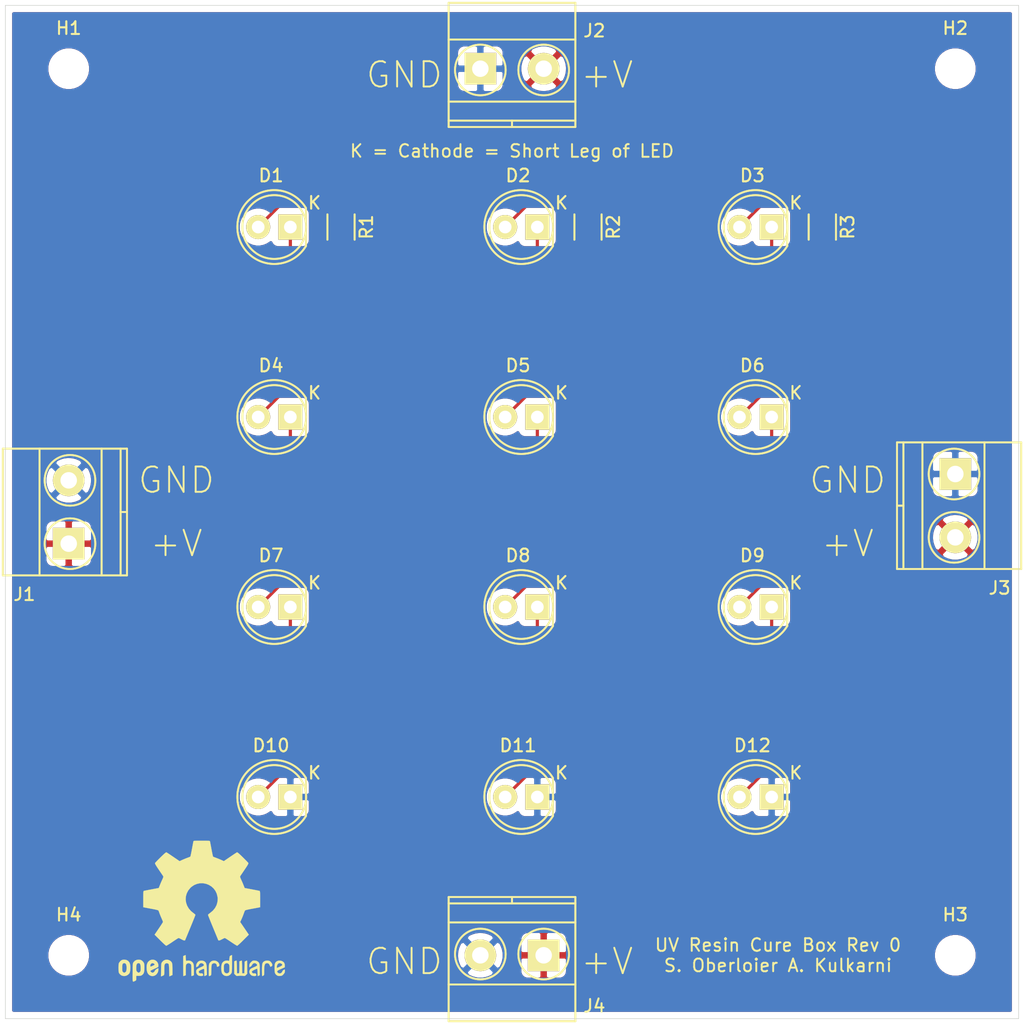
<source format=kicad_pcb>
(kicad_pcb (version 20171130) (host pcbnew 5.1.5-52549c5~86~ubuntu16.04.1)
  (layers (0 F.Cu signal) (31 B.Cu signal) (34 B.Paste user) (35 F.Paste user) (36 B.SilkS user) (37 F.SilkS user) (38 B.Mask user) (39 F.Mask user) (44 Edge.Cuts user))
  (net 0 "")
  (net 1 "Net-(D1-Pad2)")
  (net 2 "Net-(D1-Pad1)")
  (net 3 "Net-(D2-Pad1)")
  (net 4 "Net-(D2-Pad2)")
  (net 5 "Net-(D3-Pad2)")
  (net 6 "Net-(D3-Pad1)")
  (net 7 "Net-(D4-Pad1)")
  (net 8 "Net-(D5-Pad1)")
  (net 9 "Net-(D6-Pad1)")
  (net 10 "Net-(D10-Pad2)")
  (net 11 "Net-(D11-Pad2)")
  (net 12 "Net-(D12-Pad2)")
  (net 13 GND)
  (net 14 +12V)
  (module OCI_UPL_FOOTPRINTS:LED-5MM (layer F.Cu) (at 22.5 -62.5 180)
    (fp_text reference D1 (at 1.524 4.064) (layer F.SilkS))
    (fp_text value LED_g)
    (fp_text user K (at -1.905 1.905) (layer F.SilkS))
    (pad 2 thru_hole circle (at 2.54 0 180) (size 1.9 1.9) (drill 1.00076) (layers *.Cu *.Mask F.SilkS) (net 1 "Net-(D1-Pad2)"))
    (pad 1 thru_hole rect (at 0 0 270) (size 2 1.9) (drill 1.00076) (layers *.Cu *.Mask F.SilkS) (net 2 "Net-(D1-Pad1)"))
  )
  (module OCI_UPL_FOOTPRINTS:LED-5MM (layer F.Cu) (at 42 -62.5 180)
    (fp_text reference D2 (at 1.524 4.064) (layer F.SilkS))
    (fp_text value LED_g)
    (fp_text user K (at -1.905 1.905) (layer F.SilkS))
    (pad 1 thru_hole rect (at 0 0 270) (size 2 1.9) (drill 1.00076) (layers *.Cu *.Mask F.SilkS) (net 3 "Net-(D2-Pad1)"))
    (pad 2 thru_hole circle (at 2.54 0 180) (size 1.9 1.9) (drill 1.00076) (layers *.Cu *.Mask F.SilkS) (net 4 "Net-(D2-Pad2)"))
  )
  (module OCI_UPL_FOOTPRINTS:LED-5MM (layer F.Cu) (at 60.5 -62.5 180)
    (fp_text reference D3 (at 1.524 4.064) (layer F.SilkS))
    (fp_text value LED_g)
    (fp_text user K (at -1.905 1.905) (layer F.SilkS))
    (pad 2 thru_hole circle (at 2.54 0 180) (size 1.9 1.9) (drill 1.00076) (layers *.Cu *.Mask F.SilkS) (net 5 "Net-(D3-Pad2)"))
    (pad 1 thru_hole rect (at 0 0 270) (size 2 1.9) (drill 1.00076) (layers *.Cu *.Mask F.SilkS) (net 6 "Net-(D3-Pad1)"))
  )
  (module OCI_UPL_FOOTPRINTS:LED-5MM (layer F.Cu) (at 22.5 -47.5 180)
    (fp_text reference D4 (at 1.524 4.064) (layer F.SilkS))
    (fp_text value LED_g)
    (fp_text user K (at -1.905 1.905) (layer F.SilkS))
    (pad 2 thru_hole circle (at 2.54 0 180) (size 1.9 1.9) (drill 1.00076) (layers *.Cu *.Mask F.SilkS) (net 2 "Net-(D1-Pad1)"))
    (pad 1 thru_hole rect (at 0 0 270) (size 2 1.9) (drill 1.00076) (layers *.Cu *.Mask F.SilkS) (net 7 "Net-(D4-Pad1)"))
  )
  (module OCI_UPL_FOOTPRINTS:LED-5MM (layer F.Cu) (at 42 -47.5 180)
    (fp_text reference D5 (at 1.524 4.064) (layer F.SilkS))
    (fp_text value LED_g)
    (fp_text user K (at -1.905 1.905) (layer F.SilkS))
    (pad 1 thru_hole rect (at 0 0 270) (size 2 1.9) (drill 1.00076) (layers *.Cu *.Mask F.SilkS) (net 8 "Net-(D5-Pad1)"))
    (pad 2 thru_hole circle (at 2.54 0 180) (size 1.9 1.9) (drill 1.00076) (layers *.Cu *.Mask F.SilkS) (net 3 "Net-(D2-Pad1)"))
  )
  (module OCI_UPL_FOOTPRINTS:LED-5MM (layer F.Cu) (at 60.5 -47.5 180)
    (fp_text reference D6 (at 1.524 4.064) (layer F.SilkS))
    (fp_text value LED_g)
    (fp_text user K (at -1.905 1.905) (layer F.SilkS))
    (pad 1 thru_hole rect (at 0 0 270) (size 2 1.9) (drill 1.00076) (layers *.Cu *.Mask F.SilkS) (net 9 "Net-(D6-Pad1)"))
    (pad 2 thru_hole circle (at 2.54 0 180) (size 1.9 1.9) (drill 1.00076) (layers *.Cu *.Mask F.SilkS) (net 6 "Net-(D3-Pad1)"))
  )
  (module OCI_UPL_FOOTPRINTS:LED-5MM (layer F.Cu) (at 22.5 -32.5 180)
    (fp_text reference D7 (at 1.524 4.064) (layer F.SilkS))
    (fp_text value LED_g)
    (fp_text user K (at -1.905 1.905) (layer F.SilkS))
    (pad 1 thru_hole rect (at 0 0 270) (size 2 1.9) (drill 1.00076) (layers *.Cu *.Mask F.SilkS) (net 10 "Net-(D10-Pad2)"))
    (pad 2 thru_hole circle (at 2.54 0 180) (size 1.9 1.9) (drill 1.00076) (layers *.Cu *.Mask F.SilkS) (net 7 "Net-(D4-Pad1)"))
  )
  (module OCI_UPL_FOOTPRINTS:LED-5MM (layer F.Cu) (at 42 -32.5 180)
    (fp_text reference D8 (at 1.524 4.064) (layer F.SilkS))
    (fp_text value LED_g)
    (fp_text user K (at -1.905 1.905) (layer F.SilkS))
    (pad 1 thru_hole rect (at 0 0 270) (size 2 1.9) (drill 1.00076) (layers *.Cu *.Mask F.SilkS) (net 11 "Net-(D11-Pad2)"))
    (pad 2 thru_hole circle (at 2.54 0 180) (size 1.9 1.9) (drill 1.00076) (layers *.Cu *.Mask F.SilkS) (net 8 "Net-(D5-Pad1)"))
  )
  (module OCI_UPL_FOOTPRINTS:LED-5MM (layer F.Cu) (at 60.5 -32.5 180)
    (fp_text reference D9 (at 1.524 4.064) (layer F.SilkS))
    (fp_text value LED_g)
    (fp_text user K (at -1.905 1.905) (layer F.SilkS))
    (pad 2 thru_hole circle (at 2.54 0 180) (size 1.9 1.9) (drill 1.00076) (layers *.Cu *.Mask F.SilkS) (net 9 "Net-(D6-Pad1)"))
    (pad 1 thru_hole rect (at 0 0 270) (size 2 1.9) (drill 1.00076) (layers *.Cu *.Mask F.SilkS) (net 12 "Net-(D12-Pad2)"))
  )
  (module OCI_UPL_FOOTPRINTS:LED-5MM (layer F.Cu) (at 22.5 -17.5 180)
    (fp_text reference D10 (at 1.524 4.064) (layer F.SilkS))
    (fp_text value LED_g)
    (fp_text user K (at -1.905 1.905) (layer F.SilkS))
    (pad 2 thru_hole circle (at 2.54 0 180) (size 1.9 1.9) (drill 1.00076) (layers *.Cu *.Mask F.SilkS) (net 10 "Net-(D10-Pad2)"))
    (pad 1 thru_hole rect (at 0 0 270) (size 2 1.9) (drill 1.00076) (layers *.Cu *.Mask F.SilkS) (net 13 GND))
  )
  (module OCI_UPL_FOOTPRINTS:LED-5MM (layer F.Cu) (at 42 -17.5 180)
    (fp_text reference D11 (at 1.524 4.064) (layer F.SilkS))
    (fp_text value LED_g)
    (fp_text user K (at -1.905 1.905) (layer F.SilkS))
    (pad 2 thru_hole circle (at 2.54 0 180) (size 1.9 1.9) (drill 1.00076) (layers *.Cu *.Mask F.SilkS) (net 11 "Net-(D11-Pad2)"))
    (pad 1 thru_hole rect (at 0 0 270) (size 2 1.9) (drill 1.00076) (layers *.Cu *.Mask F.SilkS) (net 13 GND))
  )
  (module OCI_UPL_FOOTPRINTS:LED-5MM (layer F.Cu) (at 60.5 -17.5 180)
    (fp_text reference D12 (at 1.524 4.064) (layer F.SilkS))
    (fp_text value LED_g)
    (fp_text user K (at -1.905 1.905) (layer F.SilkS))
    (pad 1 thru_hole rect (at 0 0 270) (size 2 1.9) (drill 1.00076) (layers *.Cu *.Mask F.SilkS) (net 13 GND))
    (pad 2 thru_hole circle (at 2.54 0 180) (size 1.9 1.9) (drill 1.00076) (layers *.Cu *.Mask F.SilkS) (net 12 "Net-(D12-Pad2)"))
  )
  (module MountingHole:MountingHole_2.2mm_M2 (layer F.Cu) (at 5 -75)
    (fp_text reference H1 (at 0 -3.2) (layer F.SilkS))
    (fp_text value MountingHole)
    (pad 1 np_thru_hole circle (at 0 0) (size 2.2 2.2) (drill 2.2) (layers *.Cu *.Mask))
  )
  (module MountingHole:MountingHole_2.2mm_M2 (layer F.Cu) (at 75 -75)
    (fp_text reference H2 (at 0 -3.2) (layer F.SilkS))
    (fp_text value MountingHole)
    (pad 1 np_thru_hole circle (at 0 0) (size 2.2 2.2) (drill 2.2) (layers *.Cu *.Mask))
  )
  (module MountingHole:MountingHole_2.2mm_M2 (layer F.Cu) (at 75 -5)
    (fp_text reference H3 (at 0 -3.2) (layer F.SilkS))
    (fp_text value MountingHole)
    (pad 1 np_thru_hole circle (at 0 0) (size 2.2 2.2) (drill 2.2) (layers *.Cu *.Mask))
  )
  (module MountingHole:MountingHole_2.2mm_M2 (layer F.Cu) (at 5 -5)
    (fp_text reference H4 (at 0 -3.2) (layer F.SilkS))
    (fp_text value MountingHole)
    (pad 1 np_thru_hole circle (at 0 0) (size 2.2 2.2) (drill 2.2) (layers *.Cu *.Mask))
  )
  (module OCI_UPL_FOOTPRINTS:TerminalBlock_Pheonix_MKDS1.5-2pol (layer F.Cu) (at 5 -37.5 90)
    (fp_text reference J1 (at -4 -3.5) (layer F.SilkS))
    (fp_text value Term_2)
    (pad 1 thru_hole rect (at 0 0 90) (size 2.5 2.5) (drill 1.3) (layers *.Cu *.Mask F.SilkS) (net 14 +12V))
    (pad 2 thru_hole circle (at 5 0 90) (size 2.5 2.5) (drill 1.3) (layers *.Cu *.Mask F.SilkS) (net 13 GND))
  )
  (module OCI_UPL_FOOTPRINTS:TerminalBlock_Pheonix_MKDS1.5-2pol (layer F.Cu) (at 37.5 -75)
    (fp_text reference J2 (at 9 -3) (layer F.SilkS))
    (fp_text value Term_2)
    (pad 2 thru_hole circle (at 5 0) (size 2.5 2.5) (drill 1.3) (layers *.Cu *.Mask F.SilkS) (net 14 +12V))
    (pad 1 thru_hole rect (at 0 0) (size 2.5 2.5) (drill 1.3) (layers *.Cu *.Mask F.SilkS) (net 13 GND))
  )
  (module OCI_UPL_FOOTPRINTS:TerminalBlock_Pheonix_MKDS1.5-2pol (layer F.Cu) (at 75 -43 270)
    (fp_text reference J3 (at 9 -3.5 180) (layer F.SilkS))
    (fp_text value Term_2)
    (pad 1 thru_hole rect (at 0 0 270) (size 2.5 2.5) (drill 1.3) (layers *.Cu *.Mask F.SilkS) (net 13 GND))
    (pad 2 thru_hole circle (at 5 0 270) (size 2.5 2.5) (drill 1.3) (layers *.Cu *.Mask F.SilkS) (net 14 +12V))
  )
  (module OCI_UPL_FOOTPRINTS:TerminalBlock_Pheonix_MKDS1.5-2pol (layer F.Cu) (at 42.5 -5 180)
    (fp_text reference J4 (at -4 -4) (layer F.SilkS))
    (fp_text value Term_2)
    (pad 2 thru_hole circle (at 5 0 180) (size 2.5 2.5) (drill 1.3) (layers *.Cu *.Mask F.SilkS) (net 13 GND))
    (pad 1 thru_hole rect (at 0 0 180) (size 2.5 2.5) (drill 1.3) (layers *.Cu *.Mask F.SilkS) (net 14 +12V))
  )
  (module OCI_UPL_FOOTPRINTS:R_1206_HandSoldering (layer F.Cu) (at 26.5 -62.5 90)
    (fp_text reference R1 (at 0 2 90) (layer F.SilkS))
    (fp_text value 0)
    (pad 1 smd rect (at -2 0 90) (size 2 1.7) (layers F.Cu F.Paste F.Mask) (net 14 +12V))
    (pad 2 smd rect (at 2 0 90) (size 2 1.7) (layers F.Cu F.Paste F.Mask) (net 1 "Net-(D1-Pad2)"))
  )
  (module OCI_UPL_FOOTPRINTS:R_1206_HandSoldering (layer F.Cu) (at 46 -62.5 90)
    (fp_text reference R2 (at 0 2 90) (layer F.SilkS))
    (fp_text value 0)
    (pad 2 smd rect (at 2 0 90) (size 2 1.7) (layers F.Cu F.Paste F.Mask) (net 4 "Net-(D2-Pad2)"))
    (pad 1 smd rect (at -2 0 90) (size 2 1.7) (layers F.Cu F.Paste F.Mask) (net 14 +12V))
  )
  (module OCI_UPL_FOOTPRINTS:R_1206_HandSoldering (layer F.Cu) (at 64.5 -62.5 90)
    (fp_text reference R3 (at 0 2 90) (layer F.SilkS))
    (fp_text value 0)
    (pad 1 smd rect (at -2 0 90) (size 2 1.7) (layers F.Cu F.Paste F.Mask) (net 14 +12V))
    (pad 2 smd rect (at 2 0 90) (size 2 1.7) (layers F.Cu F.Paste F.Mask) (net 5 "Net-(D3-Pad2)"))
  )
  (gr_line (start 0 0) (end 80 0) (layer Edge.Cuts) (width 0.05))
  (gr_line (start 0 -80) (end 0 0) (layer Edge.Cuts) (width 0.05))
  (gr_line (start 80 -80) (end 0 -80) (layer Edge.Cuts) (width 0.05))
  (gr_line (start 80 0) (end 80 -80) (layer Edge.Cuts) (width 0.05))
  (gr_line (start 27.45238 -68.04762) (end 27.45238 -69.04762) (layer F.SilkS) (width 0.15))
  (gr_line (start 28.02381 -68.04762) (end 27.59524 -68.61905) (layer F.SilkS) (width 0.15))
  (gr_line (start 28.02381 -69.04762) (end 27.45238 -68.47619) (layer F.SilkS) (width 0.15))
  (gr_line (start 29.21429 -68.57143) (end 29.97619 -68.57143) (layer F.SilkS) (width 0.15))
  (gr_line (start 29.97619 -68.28572) (end 29.21429 -68.28572) (layer F.SilkS) (width 0.15))
  (gr_line (start 31.78571 -68.14286) (end 31.7381 -68.09524) (layer F.SilkS) (width 0.15))
  (gr_line (start 31.7381 -68.09524) (end 31.59524 -68.04762) (layer F.SilkS) (width 0.15))
  (gr_line (start 31.59524 -68.04762) (end 31.5 -68.04762) (layer F.SilkS) (width 0.15))
  (gr_line (start 31.5 -68.04762) (end 31.35714 -68.09524) (layer F.SilkS) (width 0.15))
  (gr_line (start 31.35714 -68.09524) (end 31.2619 -68.19048) (layer F.SilkS) (width 0.15))
  (gr_line (start 31.2619 -68.19048) (end 31.21429 -68.28572) (layer F.SilkS) (width 0.15))
  (gr_line (start 31.21429 -68.28572) (end 31.16667 -68.47619) (layer F.SilkS) (width 0.15))
  (gr_line (start 31.16667 -68.47619) (end 31.16667 -68.61905) (layer F.SilkS) (width 0.15))
  (gr_line (start 31.16667 -68.61905) (end 31.21429 -68.80952) (layer F.SilkS) (width 0.15))
  (gr_line (start 31.21429 -68.80952) (end 31.2619 -68.90476) (layer F.SilkS) (width 0.15))
  (gr_line (start 31.2619 -68.90476) (end 31.35714 -69) (layer F.SilkS) (width 0.15))
  (gr_line (start 31.35714 -69) (end 31.5 -69.04762) (layer F.SilkS) (width 0.15))
  (gr_line (start 31.5 -69.04762) (end 31.59524 -69.04762) (layer F.SilkS) (width 0.15))
  (gr_line (start 31.59524 -69.04762) (end 31.7381 -69) (layer F.SilkS) (width 0.15))
  (gr_line (start 31.7381 -69) (end 31.78571 -68.95238) (layer F.SilkS) (width 0.15))
  (gr_line (start 32.64286 -68.04762) (end 32.64286 -68.57143) (layer F.SilkS) (width 0.15))
  (gr_line (start 32.64286 -68.57143) (end 32.59524 -68.66667) (layer F.SilkS) (width 0.15))
  (gr_line (start 32.59524 -68.66667) (end 32.5 -68.71429) (layer F.SilkS) (width 0.15))
  (gr_line (start 32.5 -68.71429) (end 32.30952 -68.71429) (layer F.SilkS) (width 0.15))
  (gr_line (start 32.30952 -68.71429) (end 32.21429 -68.66667) (layer F.SilkS) (width 0.15))
  (gr_line (start 32.64286 -68.09524) (end 32.54762 -68.04762) (layer F.SilkS) (width 0.15))
  (gr_line (start 32.54762 -68.04762) (end 32.30952 -68.04762) (layer F.SilkS) (width 0.15))
  (gr_line (start 32.30952 -68.04762) (end 32.21429 -68.09524) (layer F.SilkS) (width 0.15))
  (gr_line (start 32.21429 -68.09524) (end 32.16667 -68.19048) (layer F.SilkS) (width 0.15))
  (gr_line (start 32.16667 -68.19048) (end 32.16667 -68.28572) (layer F.SilkS) (width 0.15))
  (gr_line (start 32.16667 -68.28572) (end 32.21429 -68.38095) (layer F.SilkS) (width 0.15))
  (gr_line (start 32.21429 -68.38095) (end 32.30952 -68.42857) (layer F.SilkS) (width 0.15))
  (gr_line (start 32.30952 -68.42857) (end 32.54762 -68.42857) (layer F.SilkS) (width 0.15))
  (gr_line (start 32.54762 -68.42857) (end 32.64286 -68.47619) (layer F.SilkS) (width 0.15))
  (gr_line (start 32.97619 -68.71429) (end 33.35714 -68.71429) (layer F.SilkS) (width 0.15))
  (gr_line (start 33.11905 -69.04762) (end 33.11905 -68.19048) (layer F.SilkS) (width 0.15))
  (gr_line (start 33.11905 -68.19048) (end 33.16667 -68.09524) (layer F.SilkS) (width 0.15))
  (gr_line (start 33.16667 -68.09524) (end 33.2619 -68.04762) (layer F.SilkS) (width 0.15))
  (gr_line (start 33.2619 -68.04762) (end 33.35714 -68.04762) (layer F.SilkS) (width 0.15))
  (gr_line (start 33.69048 -68.04762) (end 33.69048 -69.04762) (layer F.SilkS) (width 0.15))
  (gr_line (start 34.11905 -68.04762) (end 34.11905 -68.57143) (layer F.SilkS) (width 0.15))
  (gr_line (start 34.11905 -68.57143) (end 34.07143 -68.66667) (layer F.SilkS) (width 0.15))
  (gr_line (start 34.07143 -68.66667) (end 33.97619 -68.71429) (layer F.SilkS) (width 0.15))
  (gr_line (start 33.97619 -68.71429) (end 33.83333 -68.71429) (layer F.SilkS) (width 0.15))
  (gr_line (start 33.83333 -68.71429) (end 33.7381 -68.66667) (layer F.SilkS) (width 0.15))
  (gr_line (start 33.7381 -68.66667) (end 33.69048 -68.61905) (layer F.SilkS) (width 0.15))
  (gr_line (start 34.7381 -68.04762) (end 34.64286 -68.09524) (layer F.SilkS) (width 0.15))
  (gr_line (start 34.64286 -68.09524) (end 34.59524 -68.14286) (layer F.SilkS) (width 0.15))
  (gr_line (start 34.59524 -68.14286) (end 34.54762 -68.2381) (layer F.SilkS) (width 0.15))
  (gr_line (start 34.54762 -68.2381) (end 34.54762 -68.52381) (layer F.SilkS) (width 0.15))
  (gr_line (start 34.54762 -68.52381) (end 34.59524 -68.61905) (layer F.SilkS) (width 0.15))
  (gr_line (start 34.59524 -68.61905) (end 34.64286 -68.66667) (layer F.SilkS) (width 0.15))
  (gr_line (start 34.64286 -68.66667) (end 34.7381 -68.71429) (layer F.SilkS) (width 0.15))
  (gr_line (start 34.7381 -68.71429) (end 34.88095 -68.71429) (layer F.SilkS) (width 0.15))
  (gr_line (start 34.88095 -68.71429) (end 34.97619 -68.66667) (layer F.SilkS) (width 0.15))
  (gr_line (start 34.97619 -68.66667) (end 35.02381 -68.61905) (layer F.SilkS) (width 0.15))
  (gr_line (start 35.02381 -68.61905) (end 35.07143 -68.52381) (layer F.SilkS) (width 0.15))
  (gr_line (start 35.07143 -68.52381) (end 35.07143 -68.2381) (layer F.SilkS) (width 0.15))
  (gr_line (start 35.07143 -68.2381) (end 35.02381 -68.14286) (layer F.SilkS) (width 0.15))
  (gr_line (start 35.02381 -68.14286) (end 34.97619 -68.09524) (layer F.SilkS) (width 0.15))
  (gr_line (start 34.97619 -68.09524) (end 34.88095 -68.04762) (layer F.SilkS) (width 0.15))
  (gr_line (start 34.88095 -68.04762) (end 34.7381 -68.04762) (layer F.SilkS) (width 0.15))
  (gr_line (start 35.92857 -68.04762) (end 35.92857 -69.04762) (layer F.SilkS) (width 0.15))
  (gr_line (start 35.92857 -68.09524) (end 35.83333 -68.04762) (layer F.SilkS) (width 0.15))
  (gr_line (start 35.83333 -68.04762) (end 35.64286 -68.04762) (layer F.SilkS) (width 0.15))
  (gr_line (start 35.64286 -68.04762) (end 35.54762 -68.09524) (layer F.SilkS) (width 0.15))
  (gr_line (start 35.54762 -68.09524) (end 35.5 -68.14286) (layer F.SilkS) (width 0.15))
  (gr_line (start 35.5 -68.14286) (end 35.45238 -68.2381) (layer F.SilkS) (width 0.15))
  (gr_line (start 35.45238 -68.2381) (end 35.45238 -68.52381) (layer F.SilkS) (width 0.15))
  (gr_line (start 35.45238 -68.52381) (end 35.5 -68.61905) (layer F.SilkS) (width 0.15))
  (gr_line (start 35.5 -68.61905) (end 35.54762 -68.66667) (layer F.SilkS) (width 0.15))
  (gr_line (start 35.54762 -68.66667) (end 35.64286 -68.71429) (layer F.SilkS) (width 0.15))
  (gr_line (start 35.64286 -68.71429) (end 35.83333 -68.71429) (layer F.SilkS) (width 0.15))
  (gr_line (start 35.83333 -68.71429) (end 35.92857 -68.66667) (layer F.SilkS) (width 0.15))
  (gr_line (start 36.78571 -68.09524) (end 36.69048 -68.04762) (layer F.SilkS) (width 0.15))
  (gr_line (start 36.69048 -68.04762) (end 36.5 -68.04762) (layer F.SilkS) (width 0.15))
  (gr_line (start 36.5 -68.04762) (end 36.40476 -68.09524) (layer F.SilkS) (width 0.15))
  (gr_line (start 36.40476 -68.09524) (end 36.35714 -68.19048) (layer F.SilkS) (width 0.15))
  (gr_line (start 36.35714 -68.19048) (end 36.35714 -68.57143) (layer F.SilkS) (width 0.15))
  (gr_line (start 36.35714 -68.57143) (end 36.40476 -68.66667) (layer F.SilkS) (width 0.15))
  (gr_line (start 36.40476 -68.66667) (end 36.5 -68.71429) (layer F.SilkS) (width 0.15))
  (gr_line (start 36.5 -68.71429) (end 36.69048 -68.71429) (layer F.SilkS) (width 0.15))
  (gr_line (start 36.69048 -68.71429) (end 36.78571 -68.66667) (layer F.SilkS) (width 0.15))
  (gr_line (start 36.78571 -68.66667) (end 36.83333 -68.57143) (layer F.SilkS) (width 0.15))
  (gr_line (start 36.83333 -68.57143) (end 36.83333 -68.47619) (layer F.SilkS) (width 0.15))
  (gr_line (start 36.83333 -68.47619) (end 36.35714 -68.38095) (layer F.SilkS) (width 0.15))
  (gr_line (start 38.02381 -68.57143) (end 38.78571 -68.57143) (layer F.SilkS) (width 0.15))
  (gr_line (start 38.78571 -68.28572) (end 38.02381 -68.28572) (layer F.SilkS) (width 0.15))
  (gr_line (start 39.97619 -68.09524) (end 40.11905 -68.04762) (layer F.SilkS) (width 0.15))
  (gr_line (start 40.11905 -68.04762) (end 40.35714 -68.04762) (layer F.SilkS) (width 0.15))
  (gr_line (start 40.35714 -68.04762) (end 40.45238 -68.09524) (layer F.SilkS) (width 0.15))
  (gr_line (start 40.45238 -68.09524) (end 40.5 -68.14286) (layer F.SilkS) (width 0.15))
  (gr_line (start 40.5 -68.14286) (end 40.54762 -68.2381) (layer F.SilkS) (width 0.15))
  (gr_line (start 40.54762 -68.2381) (end 40.54762 -68.33333) (layer F.SilkS) (width 0.15))
  (gr_line (start 40.54762 -68.33333) (end 40.5 -68.42857) (layer F.SilkS) (width 0.15))
  (gr_line (start 40.5 -68.42857) (end 40.45238 -68.47619) (layer F.SilkS) (width 0.15))
  (gr_line (start 40.45238 -68.47619) (end 40.35714 -68.52381) (layer F.SilkS) (width 0.15))
  (gr_line (start 40.35714 -68.52381) (end 40.16667 -68.57143) (layer F.SilkS) (width 0.15))
  (gr_line (start 40.16667 -68.57143) (end 40.07143 -68.61905) (layer F.SilkS) (width 0.15))
  (gr_line (start 40.07143 -68.61905) (end 40.02381 -68.66667) (layer F.SilkS) (width 0.15))
  (gr_line (start 40.02381 -68.66667) (end 39.97619 -68.76191) (layer F.SilkS) (width 0.15))
  (gr_line (start 39.97619 -68.76191) (end 39.97619 -68.85714) (layer F.SilkS) (width 0.15))
  (gr_line (start 39.97619 -68.85714) (end 40.02381 -68.95238) (layer F.SilkS) (width 0.15))
  (gr_line (start 40.02381 -68.95238) (end 40.07143 -69) (layer F.SilkS) (width 0.15))
  (gr_line (start 40.07143 -69) (end 40.16667 -69.04762) (layer F.SilkS) (width 0.15))
  (gr_line (start 40.16667 -69.04762) (end 40.40476 -69.04762) (layer F.SilkS) (width 0.15))
  (gr_line (start 40.40476 -69.04762) (end 40.54762 -69) (layer F.SilkS) (width 0.15))
  (gr_line (start 40.97619 -68.04762) (end 40.97619 -69.04762) (layer F.SilkS) (width 0.15))
  (gr_line (start 41.40476 -68.04762) (end 41.40476 -68.57143) (layer F.SilkS) (width 0.15))
  (gr_line (start 41.40476 -68.57143) (end 41.35714 -68.66667) (layer F.SilkS) (width 0.15))
  (gr_line (start 41.35714 -68.66667) (end 41.2619 -68.71429) (layer F.SilkS) (width 0.15))
  (gr_line (start 41.2619 -68.71429) (end 41.11905 -68.71429) (layer F.SilkS) (width 0.15))
  (gr_line (start 41.11905 -68.71429) (end 41.02381 -68.66667) (layer F.SilkS) (width 0.15))
  (gr_line (start 41.02381 -68.66667) (end 40.97619 -68.61905) (layer F.SilkS) (width 0.15))
  (gr_line (start 42.02381 -68.04762) (end 41.92857 -68.09524) (layer F.SilkS) (width 0.15))
  (gr_line (start 41.92857 -68.09524) (end 41.88095 -68.14286) (layer F.SilkS) (width 0.15))
  (gr_line (start 41.88095 -68.14286) (end 41.83333 -68.2381) (layer F.SilkS) (width 0.15))
  (gr_line (start 41.83333 -68.2381) (end 41.83333 -68.52381) (layer F.SilkS) (width 0.15))
  (gr_line (start 41.83333 -68.52381) (end 41.88095 -68.61905) (layer F.SilkS) (width 0.15))
  (gr_line (start 41.88095 -68.61905) (end 41.92857 -68.66667) (layer F.SilkS) (width 0.15))
  (gr_line (start 41.92857 -68.66667) (end 42.02381 -68.71429) (layer F.SilkS) (width 0.15))
  (gr_line (start 42.02381 -68.71429) (end 42.16667 -68.71429) (layer F.SilkS) (width 0.15))
  (gr_line (start 42.16667 -68.71429) (end 42.2619 -68.66667) (layer F.SilkS) (width 0.15))
  (gr_line (start 42.2619 -68.66667) (end 42.30952 -68.61905) (layer F.SilkS) (width 0.15))
  (gr_line (start 42.30952 -68.61905) (end 42.35714 -68.52381) (layer F.SilkS) (width 0.15))
  (gr_line (start 42.35714 -68.52381) (end 42.35714 -68.2381) (layer F.SilkS) (width 0.15))
  (gr_line (start 42.35714 -68.2381) (end 42.30952 -68.14286) (layer F.SilkS) (width 0.15))
  (gr_line (start 42.30952 -68.14286) (end 42.2619 -68.09524) (layer F.SilkS) (width 0.15))
  (gr_line (start 42.2619 -68.09524) (end 42.16667 -68.04762) (layer F.SilkS) (width 0.15))
  (gr_line (start 42.16667 -68.04762) (end 42.02381 -68.04762) (layer F.SilkS) (width 0.15))
  (gr_line (start 42.78571 -68.04762) (end 42.78571 -68.71429) (layer F.SilkS) (width 0.15))
  (gr_line (start 42.78571 -68.52381) (end 42.83333 -68.61905) (layer F.SilkS) (width 0.15))
  (gr_line (start 42.83333 -68.61905) (end 42.88095 -68.66667) (layer F.SilkS) (width 0.15))
  (gr_line (start 42.88095 -68.66667) (end 42.97619 -68.71429) (layer F.SilkS) (width 0.15))
  (gr_line (start 42.97619 -68.71429) (end 43.07143 -68.71429) (layer F.SilkS) (width 0.15))
  (gr_line (start 43.2619 -68.71429) (end 43.64286 -68.71429) (layer F.SilkS) (width 0.15))
  (gr_line (start 43.40476 -69.04762) (end 43.40476 -68.19048) (layer F.SilkS) (width 0.15))
  (gr_line (start 43.40476 -68.19048) (end 43.45238 -68.09524) (layer F.SilkS) (width 0.15))
  (gr_line (start 43.45238 -68.09524) (end 43.54762 -68.04762) (layer F.SilkS) (width 0.15))
  (gr_line (start 43.54762 -68.04762) (end 43.64286 -68.04762) (layer F.SilkS) (width 0.15))
  (gr_line (start 45.21429 -68.04762) (end 44.7381 -68.04762) (layer F.SilkS) (width 0.15))
  (gr_line (start 44.7381 -68.04762) (end 44.7381 -69.04762) (layer F.SilkS) (width 0.15))
  (gr_line (start 45.92857 -68.09524) (end 45.83333 -68.04762) (layer F.SilkS) (width 0.15))
  (gr_line (start 45.83333 -68.04762) (end 45.64286 -68.04762) (layer F.SilkS) (width 0.15))
  (gr_line (start 45.64286 -68.04762) (end 45.54762 -68.09524) (layer F.SilkS) (width 0.15))
  (gr_line (start 45.54762 -68.09524) (end 45.5 -68.19048) (layer F.SilkS) (width 0.15))
  (gr_line (start 45.5 -68.19048) (end 45.5 -68.57143) (layer F.SilkS) (width 0.15))
  (gr_line (start 45.5 -68.57143) (end 45.54762 -68.66667) (layer F.SilkS) (width 0.15))
  (gr_line (start 45.54762 -68.66667) (end 45.64286 -68.71429) (layer F.SilkS) (width 0.15))
  (gr_line (start 45.64286 -68.71429) (end 45.83333 -68.71429) (layer F.SilkS) (width 0.15))
  (gr_line (start 45.83333 -68.71429) (end 45.92857 -68.66667) (layer F.SilkS) (width 0.15))
  (gr_line (start 45.92857 -68.66667) (end 45.97619 -68.57143) (layer F.SilkS) (width 0.15))
  (gr_line (start 45.97619 -68.57143) (end 45.97619 -68.47619) (layer F.SilkS) (width 0.15))
  (gr_line (start 45.97619 -68.47619) (end 45.5 -68.38095) (layer F.SilkS) (width 0.15))
  (gr_line (start 46.83333 -68.71429) (end 46.83333 -67.90476) (layer F.SilkS) (width 0.15))
  (gr_line (start 46.83333 -67.90476) (end 46.78571 -67.80952) (layer F.SilkS) (width 0.15))
  (gr_line (start 46.78571 -67.80952) (end 46.7381 -67.76191) (layer F.SilkS) (width 0.15))
  (gr_line (start 46.7381 -67.76191) (end 46.64286 -67.71429) (layer F.SilkS) (width 0.15))
  (gr_line (start 46.64286 -67.71429) (end 46.5 -67.71429) (layer F.SilkS) (width 0.15))
  (gr_line (start 46.5 -67.71429) (end 46.40476 -67.76191) (layer F.SilkS) (width 0.15))
  (gr_line (start 46.83333 -68.09524) (end 46.7381 -68.04762) (layer F.SilkS) (width 0.15))
  (gr_line (start 46.7381 -68.04762) (end 46.54762 -68.04762) (layer F.SilkS) (width 0.15))
  (gr_line (start 46.54762 -68.04762) (end 46.45238 -68.09524) (layer F.SilkS) (width 0.15))
  (gr_line (start 46.45238 -68.09524) (end 46.40476 -68.14286) (layer F.SilkS) (width 0.15))
  (gr_line (start 46.40476 -68.14286) (end 46.35714 -68.2381) (layer F.SilkS) (width 0.15))
  (gr_line (start 46.35714 -68.2381) (end 46.35714 -68.52381) (layer F.SilkS) (width 0.15))
  (gr_line (start 46.35714 -68.52381) (end 46.40476 -68.61905) (layer F.SilkS) (width 0.15))
  (gr_line (start 46.40476 -68.61905) (end 46.45238 -68.66667) (layer F.SilkS) (width 0.15))
  (gr_line (start 46.45238 -68.66667) (end 46.54762 -68.71429) (layer F.SilkS) (width 0.15))
  (gr_line (start 46.54762 -68.71429) (end 46.7381 -68.71429) (layer F.SilkS) (width 0.15))
  (gr_line (start 46.7381 -68.71429) (end 46.83333 -68.66667) (layer F.SilkS) (width 0.15))
  (gr_line (start 48.21429 -68.04762) (end 48.11905 -68.09524) (layer F.SilkS) (width 0.15))
  (gr_line (start 48.11905 -68.09524) (end 48.07143 -68.14286) (layer F.SilkS) (width 0.15))
  (gr_line (start 48.07143 -68.14286) (end 48.02381 -68.2381) (layer F.SilkS) (width 0.15))
  (gr_line (start 48.02381 -68.2381) (end 48.02381 -68.52381) (layer F.SilkS) (width 0.15))
  (gr_line (start 48.02381 -68.52381) (end 48.07143 -68.61905) (layer F.SilkS) (width 0.15))
  (gr_line (start 48.07143 -68.61905) (end 48.11905 -68.66667) (layer F.SilkS) (width 0.15))
  (gr_line (start 48.11905 -68.66667) (end 48.21429 -68.71429) (layer F.SilkS) (width 0.15))
  (gr_line (start 48.21429 -68.71429) (end 48.35714 -68.71429) (layer F.SilkS) (width 0.15))
  (gr_line (start 48.35714 -68.71429) (end 48.45238 -68.66667) (layer F.SilkS) (width 0.15))
  (gr_line (start 48.45238 -68.66667) (end 48.5 -68.61905) (layer F.SilkS) (width 0.15))
  (gr_line (start 48.5 -68.61905) (end 48.54762 -68.52381) (layer F.SilkS) (width 0.15))
  (gr_line (start 48.54762 -68.52381) (end 48.54762 -68.2381) (layer F.SilkS) (width 0.15))
  (gr_line (start 48.54762 -68.2381) (end 48.5 -68.14286) (layer F.SilkS) (width 0.15))
  (gr_line (start 48.5 -68.14286) (end 48.45238 -68.09524) (layer F.SilkS) (width 0.15))
  (gr_line (start 48.45238 -68.09524) (end 48.35714 -68.04762) (layer F.SilkS) (width 0.15))
  (gr_line (start 48.35714 -68.04762) (end 48.21429 -68.04762) (layer F.SilkS) (width 0.15))
  (gr_line (start 48.83333 -68.71429) (end 49.21429 -68.71429) (layer F.SilkS) (width 0.15))
  (gr_line (start 48.97619 -68.04762) (end 48.97619 -68.90476) (layer F.SilkS) (width 0.15))
  (gr_line (start 48.97619 -68.90476) (end 49.02381 -69) (layer F.SilkS) (width 0.15))
  (gr_line (start 49.02381 -69) (end 49.11905 -69.04762) (layer F.SilkS) (width 0.15))
  (gr_line (start 49.11905 -69.04762) (end 49.21429 -69.04762) (layer F.SilkS) (width 0.15))
  (gr_line (start 50.78571 -68.04762) (end 50.30952 -68.04762) (layer F.SilkS) (width 0.15))
  (gr_line (start 50.30952 -68.04762) (end 50.30952 -69.04762) (layer F.SilkS) (width 0.15))
  (gr_line (start 51.11905 -68.57143) (end 51.45238 -68.57143) (layer F.SilkS) (width 0.15))
  (gr_line (start 51.59524 -68.04762) (end 51.11905 -68.04762) (layer F.SilkS) (width 0.15))
  (gr_line (start 51.11905 -68.04762) (end 51.11905 -69.04762) (layer F.SilkS) (width 0.15))
  (gr_line (start 51.11905 -69.04762) (end 51.59524 -69.04762) (layer F.SilkS) (width 0.15))
  (gr_line (start 52.02381 -68.04762) (end 52.02381 -69.04762) (layer F.SilkS) (width 0.15))
  (gr_line (start 52.02381 -69.04762) (end 52.2619 -69.04762) (layer F.SilkS) (width 0.15))
  (gr_line (start 52.2619 -69.04762) (end 52.40476 -69) (layer F.SilkS) (width 0.15))
  (gr_line (start 52.40476 -69) (end 52.5 -68.90476) (layer F.SilkS) (width 0.15))
  (gr_line (start 52.5 -68.90476) (end 52.54762 -68.80952) (layer F.SilkS) (width 0.15))
  (gr_line (start 52.54762 -68.80952) (end 52.59524 -68.61905) (layer F.SilkS) (width 0.15))
  (gr_line (start 52.59524 -68.61905) (end 52.59524 -68.47619) (layer F.SilkS) (width 0.15))
  (gr_line (start 52.59524 -68.47619) (end 52.54762 -68.28572) (layer F.SilkS) (width 0.15))
  (gr_line (start 52.54762 -68.28572) (end 52.5 -68.19048) (layer F.SilkS) (width 0.15))
  (gr_line (start 52.5 -68.19048) (end 52.40476 -68.09524) (layer F.SilkS) (width 0.15))
  (gr_line (start 52.40476 -68.09524) (end 52.2619 -68.04762) (layer F.SilkS) (width 0.15))
  (gr_line (start 52.2619 -68.04762) (end 52.02381 -68.04762) (layer F.SilkS) (width 0.15))
  (gr_line (start 51.52381 -6.35262) (end 51.52381 -5.5431) (layer F.SilkS) (width 0.15))
  (gr_line (start 51.52381 -5.5431) (end 51.57143 -5.44786) (layer F.SilkS) (width 0.15))
  (gr_line (start 51.57143 -5.44786) (end 51.61905 -5.40024) (layer F.SilkS) (width 0.15))
  (gr_line (start 51.61905 -5.40024) (end 51.71429 -5.35262) (layer F.SilkS) (width 0.15))
  (gr_line (start 51.71429 -5.35262) (end 51.90476 -5.35262) (layer F.SilkS) (width 0.15))
  (gr_line (start 51.90476 -5.35262) (end 52 -5.40024) (layer F.SilkS) (width 0.15))
  (gr_line (start 52 -5.40024) (end 52.04762 -5.44786) (layer F.SilkS) (width 0.15))
  (gr_line (start 52.04762 -5.44786) (end 52.09524 -5.5431) (layer F.SilkS) (width 0.15))
  (gr_line (start 52.09524 -5.5431) (end 52.09524 -6.35262) (layer F.SilkS) (width 0.15))
  (gr_line (start 52.42857 -6.35262) (end 52.7619 -5.35262) (layer F.SilkS) (width 0.15))
  (gr_line (start 52.7619 -5.35262) (end 53.09524 -6.35262) (layer F.SilkS) (width 0.15))
  (gr_line (start 54.7619 -5.35262) (end 54.42857 -5.82881) (layer F.SilkS) (width 0.15))
  (gr_line (start 54.19048 -5.35262) (end 54.19048 -6.35262) (layer F.SilkS) (width 0.15))
  (gr_line (start 54.19048 -6.35262) (end 54.57143 -6.35262) (layer F.SilkS) (width 0.15))
  (gr_line (start 54.57143 -6.35262) (end 54.66667 -6.305) (layer F.SilkS) (width 0.15))
  (gr_line (start 54.66667 -6.305) (end 54.71429 -6.25738) (layer F.SilkS) (width 0.15))
  (gr_line (start 54.71429 -6.25738) (end 54.7619 -6.16214) (layer F.SilkS) (width 0.15))
  (gr_line (start 54.7619 -6.16214) (end 54.7619 -6.01929) (layer F.SilkS) (width 0.15))
  (gr_line (start 54.7619 -6.01929) (end 54.71429 -5.92405) (layer F.SilkS) (width 0.15))
  (gr_line (start 54.71429 -5.92405) (end 54.66667 -5.87643) (layer F.SilkS) (width 0.15))
  (gr_line (start 54.66667 -5.87643) (end 54.57143 -5.82881) (layer F.SilkS) (width 0.15))
  (gr_line (start 54.57143 -5.82881) (end 54.19048 -5.82881) (layer F.SilkS) (width 0.15))
  (gr_line (start 55.57143 -5.40024) (end 55.47619 -5.35262) (layer F.SilkS) (width 0.15))
  (gr_line (start 55.47619 -5.35262) (end 55.28571 -5.35262) (layer F.SilkS) (width 0.15))
  (gr_line (start 55.28571 -5.35262) (end 55.19048 -5.40024) (layer F.SilkS) (width 0.15))
  (gr_line (start 55.19048 -5.40024) (end 55.14286 -5.49548) (layer F.SilkS) (width 0.15))
  (gr_line (start 55.14286 -5.49548) (end 55.14286 -5.87643) (layer F.SilkS) (width 0.15))
  (gr_line (start 55.14286 -5.87643) (end 55.19048 -5.97167) (layer F.SilkS) (width 0.15))
  (gr_line (start 55.19048 -5.97167) (end 55.28571 -6.01929) (layer F.SilkS) (width 0.15))
  (gr_line (start 55.28571 -6.01929) (end 55.47619 -6.01929) (layer F.SilkS) (width 0.15))
  (gr_line (start 55.47619 -6.01929) (end 55.57143 -5.97167) (layer F.SilkS) (width 0.15))
  (gr_line (start 55.57143 -5.97167) (end 55.61905 -5.87643) (layer F.SilkS) (width 0.15))
  (gr_line (start 55.61905 -5.87643) (end 55.61905 -5.78119) (layer F.SilkS) (width 0.15))
  (gr_line (start 55.61905 -5.78119) (end 55.14286 -5.68595) (layer F.SilkS) (width 0.15))
  (gr_line (start 56 -5.40024) (end 56.09524 -5.35262) (layer F.SilkS) (width 0.15))
  (gr_line (start 56.09524 -5.35262) (end 56.28571 -5.35262) (layer F.SilkS) (width 0.15))
  (gr_line (start 56.28571 -5.35262) (end 56.38095 -5.40024) (layer F.SilkS) (width 0.15))
  (gr_line (start 56.38095 -5.40024) (end 56.42857 -5.49548) (layer F.SilkS) (width 0.15))
  (gr_line (start 56.42857 -5.49548) (end 56.42857 -5.5431) (layer F.SilkS) (width 0.15))
  (gr_line (start 56.42857 -5.5431) (end 56.38095 -5.63833) (layer F.SilkS) (width 0.15))
  (gr_line (start 56.38095 -5.63833) (end 56.28571 -5.68595) (layer F.SilkS) (width 0.15))
  (gr_line (start 56.28571 -5.68595) (end 56.14286 -5.68595) (layer F.SilkS) (width 0.15))
  (gr_line (start 56.14286 -5.68595) (end 56.04762 -5.73357) (layer F.SilkS) (width 0.15))
  (gr_line (start 56.04762 -5.73357) (end 56 -5.82881) (layer F.SilkS) (width 0.15))
  (gr_line (start 56 -5.82881) (end 56 -5.87643) (layer F.SilkS) (width 0.15))
  (gr_line (start 56 -5.87643) (end 56.04762 -5.97167) (layer F.SilkS) (width 0.15))
  (gr_line (start 56.04762 -5.97167) (end 56.14286 -6.01929) (layer F.SilkS) (width 0.15))
  (gr_line (start 56.14286 -6.01929) (end 56.28571 -6.01929) (layer F.SilkS) (width 0.15))
  (gr_line (start 56.28571 -6.01929) (end 56.38095 -5.97167) (layer F.SilkS) (width 0.15))
  (gr_line (start 56.85714 -5.35262) (end 56.85714 -6.01929) (layer F.SilkS) (width 0.15))
  (gr_line (start 56.85714 -6.35262) (end 56.80952 -6.305) (layer F.SilkS) (width 0.15))
  (gr_line (start 56.80952 -6.305) (end 56.85714 -6.25738) (layer F.SilkS) (width 0.15))
  (gr_line (start 56.85714 -6.25738) (end 56.90476 -6.305) (layer F.SilkS) (width 0.15))
  (gr_line (start 56.90476 -6.305) (end 56.85714 -6.35262) (layer F.SilkS) (width 0.15))
  (gr_line (start 56.85714 -6.35262) (end 56.85714 -6.25738) (layer F.SilkS) (width 0.15))
  (gr_line (start 57.33333 -6.01929) (end 57.33333 -5.35262) (layer F.SilkS) (width 0.15))
  (gr_line (start 57.33333 -5.92405) (end 57.38095 -5.97167) (layer F.SilkS) (width 0.15))
  (gr_line (start 57.38095 -5.97167) (end 57.47619 -6.01929) (layer F.SilkS) (width 0.15))
  (gr_line (start 57.47619 -6.01929) (end 57.61905 -6.01929) (layer F.SilkS) (width 0.15))
  (gr_line (start 57.61905 -6.01929) (end 57.71429 -5.97167) (layer F.SilkS) (width 0.15))
  (gr_line (start 57.71429 -5.97167) (end 57.7619 -5.87643) (layer F.SilkS) (width 0.15))
  (gr_line (start 57.7619 -5.87643) (end 57.7619 -5.35262) (layer F.SilkS) (width 0.15))
  (gr_line (start 59.57143 -5.44786) (end 59.52381 -5.40024) (layer F.SilkS) (width 0.15))
  (gr_line (start 59.52381 -5.40024) (end 59.38095 -5.35262) (layer F.SilkS) (width 0.15))
  (gr_line (start 59.38095 -5.35262) (end 59.28571 -5.35262) (layer F.SilkS) (width 0.15))
  (gr_line (start 59.28571 -5.35262) (end 59.14286 -5.40024) (layer F.SilkS) (width 0.15))
  (gr_line (start 59.14286 -5.40024) (end 59.04762 -5.49548) (layer F.SilkS) (width 0.15))
  (gr_line (start 59.04762 -5.49548) (end 59 -5.59072) (layer F.SilkS) (width 0.15))
  (gr_line (start 59 -5.59072) (end 58.95238 -5.78119) (layer F.SilkS) (width 0.15))
  (gr_line (start 58.95238 -5.78119) (end 58.95238 -5.92405) (layer F.SilkS) (width 0.15))
  (gr_line (start 58.95238 -5.92405) (end 59 -6.11452) (layer F.SilkS) (width 0.15))
  (gr_line (start 59 -6.11452) (end 59.04762 -6.20976) (layer F.SilkS) (width 0.15))
  (gr_line (start 59.04762 -6.20976) (end 59.14286 -6.305) (layer F.SilkS) (width 0.15))
  (gr_line (start 59.14286 -6.305) (end 59.28571 -6.35262) (layer F.SilkS) (width 0.15))
  (gr_line (start 59.28571 -6.35262) (end 59.38095 -6.35262) (layer F.SilkS) (width 0.15))
  (gr_line (start 59.38095 -6.35262) (end 59.52381 -6.305) (layer F.SilkS) (width 0.15))
  (gr_line (start 59.52381 -6.305) (end 59.57143 -6.25738) (layer F.SilkS) (width 0.15))
  (gr_line (start 60.42857 -6.01929) (end 60.42857 -5.35262) (layer F.SilkS) (width 0.15))
  (gr_line (start 60 -6.01929) (end 60 -5.49548) (layer F.SilkS) (width 0.15))
  (gr_line (start 60 -5.49548) (end 60.04762 -5.40024) (layer F.SilkS) (width 0.15))
  (gr_line (start 60.04762 -5.40024) (end 60.14286 -5.35262) (layer F.SilkS) (width 0.15))
  (gr_line (start 60.14286 -5.35262) (end 60.28571 -5.35262) (layer F.SilkS) (width 0.15))
  (gr_line (start 60.28571 -5.35262) (end 60.38095 -5.40024) (layer F.SilkS) (width 0.15))
  (gr_line (start 60.38095 -5.40024) (end 60.42857 -5.44786) (layer F.SilkS) (width 0.15))
  (gr_line (start 60.90476 -5.35262) (end 60.90476 -6.01929) (layer F.SilkS) (width 0.15))
  (gr_line (start 60.90476 -5.82881) (end 60.95238 -5.92405) (layer F.SilkS) (width 0.15))
  (gr_line (start 60.95238 -5.92405) (end 61 -5.97167) (layer F.SilkS) (width 0.15))
  (gr_line (start 61 -5.97167) (end 61.09524 -6.01929) (layer F.SilkS) (width 0.15))
  (gr_line (start 61.09524 -6.01929) (end 61.19048 -6.01929) (layer F.SilkS) (width 0.15))
  (gr_line (start 61.90476 -5.40024) (end 61.80952 -5.35262) (layer F.SilkS) (width 0.15))
  (gr_line (start 61.80952 -5.35262) (end 61.61905 -5.35262) (layer F.SilkS) (width 0.15))
  (gr_line (start 61.61905 -5.35262) (end 61.52381 -5.40024) (layer F.SilkS) (width 0.15))
  (gr_line (start 61.52381 -5.40024) (end 61.47619 -5.49548) (layer F.SilkS) (width 0.15))
  (gr_line (start 61.47619 -5.49548) (end 61.47619 -5.87643) (layer F.SilkS) (width 0.15))
  (gr_line (start 61.47619 -5.87643) (end 61.52381 -5.97167) (layer F.SilkS) (width 0.15))
  (gr_line (start 61.52381 -5.97167) (end 61.61905 -6.01929) (layer F.SilkS) (width 0.15))
  (gr_line (start 61.61905 -6.01929) (end 61.80952 -6.01929) (layer F.SilkS) (width 0.15))
  (gr_line (start 61.80952 -6.01929) (end 61.90476 -5.97167) (layer F.SilkS) (width 0.15))
  (gr_line (start 61.90476 -5.97167) (end 61.95238 -5.87643) (layer F.SilkS) (width 0.15))
  (gr_line (start 61.95238 -5.87643) (end 61.95238 -5.78119) (layer F.SilkS) (width 0.15))
  (gr_line (start 61.95238 -5.78119) (end 61.47619 -5.68595) (layer F.SilkS) (width 0.15))
  (gr_line (start 63.47619 -5.87643) (end 63.61905 -5.82881) (layer F.SilkS) (width 0.15))
  (gr_line (start 63.61905 -5.82881) (end 63.66667 -5.78119) (layer F.SilkS) (width 0.15))
  (gr_line (start 63.66667 -5.78119) (end 63.71429 -5.68595) (layer F.SilkS) (width 0.15))
  (gr_line (start 63.71429 -5.68595) (end 63.71429 -5.5431) (layer F.SilkS) (width 0.15))
  (gr_line (start 63.71429 -5.5431) (end 63.66667 -5.44786) (layer F.SilkS) (width 0.15))
  (gr_line (start 63.66667 -5.44786) (end 63.61905 -5.40024) (layer F.SilkS) (width 0.15))
  (gr_line (start 63.61905 -5.40024) (end 63.52381 -5.35262) (layer F.SilkS) (width 0.15))
  (gr_line (start 63.52381 -5.35262) (end 63.14286 -5.35262) (layer F.SilkS) (width 0.15))
  (gr_line (start 63.14286 -5.35262) (end 63.14286 -6.35262) (layer F.SilkS) (width 0.15))
  (gr_line (start 63.14286 -6.35262) (end 63.47619 -6.35262) (layer F.SilkS) (width 0.15))
  (gr_line (start 63.47619 -6.35262) (end 63.57143 -6.305) (layer F.SilkS) (width 0.15))
  (gr_line (start 63.57143 -6.305) (end 63.61905 -6.25738) (layer F.SilkS) (width 0.15))
  (gr_line (start 63.61905 -6.25738) (end 63.66667 -6.16214) (layer F.SilkS) (width 0.15))
  (gr_line (start 63.66667 -6.16214) (end 63.66667 -6.06691) (layer F.SilkS) (width 0.15))
  (gr_line (start 63.66667 -6.06691) (end 63.61905 -5.97167) (layer F.SilkS) (width 0.15))
  (gr_line (start 63.61905 -5.97167) (end 63.57143 -5.92405) (layer F.SilkS) (width 0.15))
  (gr_line (start 63.57143 -5.92405) (end 63.47619 -5.87643) (layer F.SilkS) (width 0.15))
  (gr_line (start 63.47619 -5.87643) (end 63.14286 -5.87643) (layer F.SilkS) (width 0.15))
  (gr_line (start 64.28571 -5.35262) (end 64.19048 -5.40024) (layer F.SilkS) (width 0.15))
  (gr_line (start 64.19048 -5.40024) (end 64.14286 -5.44786) (layer F.SilkS) (width 0.15))
  (gr_line (start 64.14286 -5.44786) (end 64.09524 -5.5431) (layer F.SilkS) (width 0.15))
  (gr_line (start 64.09524 -5.5431) (end 64.09524 -5.82881) (layer F.SilkS) (width 0.15))
  (gr_line (start 64.09524 -5.82881) (end 64.14286 -5.92405) (layer F.SilkS) (width 0.15))
  (gr_line (start 64.14286 -5.92405) (end 64.19048 -5.97167) (layer F.SilkS) (width 0.15))
  (gr_line (start 64.19048 -5.97167) (end 64.28571 -6.01929) (layer F.SilkS) (width 0.15))
  (gr_line (start 64.28571 -6.01929) (end 64.42857 -6.01929) (layer F.SilkS) (width 0.15))
  (gr_line (start 64.42857 -6.01929) (end 64.52381 -5.97167) (layer F.SilkS) (width 0.15))
  (gr_line (start 64.52381 -5.97167) (end 64.57143 -5.92405) (layer F.SilkS) (width 0.15))
  (gr_line (start 64.57143 -5.92405) (end 64.61905 -5.82881) (layer F.SilkS) (width 0.15))
  (gr_line (start 64.61905 -5.82881) (end 64.61905 -5.5431) (layer F.SilkS) (width 0.15))
  (gr_line (start 64.61905 -5.5431) (end 64.57143 -5.44786) (layer F.SilkS) (width 0.15))
  (gr_line (start 64.57143 -5.44786) (end 64.52381 -5.40024) (layer F.SilkS) (width 0.15))
  (gr_line (start 64.52381 -5.40024) (end 64.42857 -5.35262) (layer F.SilkS) (width 0.15))
  (gr_line (start 64.42857 -5.35262) (end 64.28571 -5.35262) (layer F.SilkS) (width 0.15))
  (gr_line (start 64.95238 -5.35262) (end 65.47619 -6.01929) (layer F.SilkS) (width 0.15))
  (gr_line (start 64.95238 -6.01929) (end 65.47619 -5.35262) (layer F.SilkS) (width 0.15))
  (gr_line (start 67.19048 -5.35262) (end 66.85714 -5.82881) (layer F.SilkS) (width 0.15))
  (gr_line (start 66.61905 -5.35262) (end 66.61905 -6.35262) (layer F.SilkS) (width 0.15))
  (gr_line (start 66.61905 -6.35262) (end 67 -6.35262) (layer F.SilkS) (width 0.15))
  (gr_line (start 67 -6.35262) (end 67.09524 -6.305) (layer F.SilkS) (width 0.15))
  (gr_line (start 67.09524 -6.305) (end 67.14286 -6.25738) (layer F.SilkS) (width 0.15))
  (gr_line (start 67.14286 -6.25738) (end 67.19048 -6.16214) (layer F.SilkS) (width 0.15))
  (gr_line (start 67.19048 -6.16214) (end 67.19048 -6.01929) (layer F.SilkS) (width 0.15))
  (gr_line (start 67.19048 -6.01929) (end 67.14286 -5.92405) (layer F.SilkS) (width 0.15))
  (gr_line (start 67.14286 -5.92405) (end 67.09524 -5.87643) (layer F.SilkS) (width 0.15))
  (gr_line (start 67.09524 -5.87643) (end 67 -5.82881) (layer F.SilkS) (width 0.15))
  (gr_line (start 67 -5.82881) (end 66.61905 -5.82881) (layer F.SilkS) (width 0.15))
  (gr_line (start 68 -5.40024) (end 67.90476 -5.35262) (layer F.SilkS) (width 0.15))
  (gr_line (start 67.90476 -5.35262) (end 67.71429 -5.35262) (layer F.SilkS) (width 0.15))
  (gr_line (start 67.71429 -5.35262) (end 67.61905 -5.40024) (layer F.SilkS) (width 0.15))
  (gr_line (start 67.61905 -5.40024) (end 67.57143 -5.49548) (layer F.SilkS) (width 0.15))
  (gr_line (start 67.57143 -5.49548) (end 67.57143 -5.87643) (layer F.SilkS) (width 0.15))
  (gr_line (start 67.57143 -5.87643) (end 67.61905 -5.97167) (layer F.SilkS) (width 0.15))
  (gr_line (start 67.61905 -5.97167) (end 67.71429 -6.01929) (layer F.SilkS) (width 0.15))
  (gr_line (start 67.71429 -6.01929) (end 67.90476 -6.01929) (layer F.SilkS) (width 0.15))
  (gr_line (start 67.90476 -6.01929) (end 68 -5.97167) (layer F.SilkS) (width 0.15))
  (gr_line (start 68 -5.97167) (end 68.04762 -5.87643) (layer F.SilkS) (width 0.15))
  (gr_line (start 68.04762 -5.87643) (end 68.04762 -5.78119) (layer F.SilkS) (width 0.15))
  (gr_line (start 68.04762 -5.78119) (end 67.57143 -5.68595) (layer F.SilkS) (width 0.15))
  (gr_line (start 68.38095 -6.01929) (end 68.61905 -5.35262) (layer F.SilkS) (width 0.15))
  (gr_line (start 68.61905 -5.35262) (end 68.85714 -6.01929) (layer F.SilkS) (width 0.15))
  (gr_line (start 70.19048 -6.35262) (end 70.28571 -6.35262) (layer F.SilkS) (width 0.15))
  (gr_line (start 70.28571 -6.35262) (end 70.38095 -6.305) (layer F.SilkS) (width 0.15))
  (gr_line (start 70.38095 -6.305) (end 70.42857 -6.25738) (layer F.SilkS) (width 0.15))
  (gr_line (start 70.42857 -6.25738) (end 70.47619 -6.16214) (layer F.SilkS) (width 0.15))
  (gr_line (start 70.47619 -6.16214) (end 70.52381 -5.97167) (layer F.SilkS) (width 0.15))
  (gr_line (start 70.52381 -5.97167) (end 70.52381 -5.73357) (layer F.SilkS) (width 0.15))
  (gr_line (start 70.52381 -5.73357) (end 70.47619 -5.5431) (layer F.SilkS) (width 0.15))
  (gr_line (start 70.47619 -5.5431) (end 70.42857 -5.44786) (layer F.SilkS) (width 0.15))
  (gr_line (start 70.42857 -5.44786) (end 70.38095 -5.40024) (layer F.SilkS) (width 0.15))
  (gr_line (start 70.38095 -5.40024) (end 70.28571 -5.35262) (layer F.SilkS) (width 0.15))
  (gr_line (start 70.28571 -5.35262) (end 70.19048 -5.35262) (layer F.SilkS) (width 0.15))
  (gr_line (start 70.19048 -5.35262) (end 70.09524 -5.40024) (layer F.SilkS) (width 0.15))
  (gr_line (start 70.09524 -5.40024) (end 70.04762 -5.44786) (layer F.SilkS) (width 0.15))
  (gr_line (start 70.04762 -5.44786) (end 70 -5.5431) (layer F.SilkS) (width 0.15))
  (gr_line (start 70 -5.5431) (end 69.95238 -5.73357) (layer F.SilkS) (width 0.15))
  (gr_line (start 69.95238 -5.73357) (end 69.95238 -5.97167) (layer F.SilkS) (width 0.15))
  (gr_line (start 69.95238 -5.97167) (end 70 -6.16214) (layer F.SilkS) (width 0.15))
  (gr_line (start 70 -6.16214) (end 70.04762 -6.25738) (layer F.SilkS) (width 0.15))
  (gr_line (start 70.04762 -6.25738) (end 70.09524 -6.305) (layer F.SilkS) (width 0.15))
  (gr_line (start 70.09524 -6.305) (end 70.19048 -6.35262) (layer F.SilkS) (width 0.15))
  (gr_line (start 52.19048 -3.79024) (end 52.33333 -3.74262) (layer F.SilkS) (width 0.15))
  (gr_line (start 52.33333 -3.74262) (end 52.57143 -3.74262) (layer F.SilkS) (width 0.15))
  (gr_line (start 52.57143 -3.74262) (end 52.66667 -3.79024) (layer F.SilkS) (width 0.15))
  (gr_line (start 52.66667 -3.79024) (end 52.71429 -3.83786) (layer F.SilkS) (width 0.15))
  (gr_line (start 52.71429 -3.83786) (end 52.7619 -3.9331) (layer F.SilkS) (width 0.15))
  (gr_line (start 52.7619 -3.9331) (end 52.7619 -4.02833) (layer F.SilkS) (width 0.15))
  (gr_line (start 52.7619 -4.02833) (end 52.71429 -4.12357) (layer F.SilkS) (width 0.15))
  (gr_line (start 52.71429 -4.12357) (end 52.66667 -4.17119) (layer F.SilkS) (width 0.15))
  (gr_line (start 52.66667 -4.17119) (end 52.57143 -4.21881) (layer F.SilkS) (width 0.15))
  (gr_line (start 52.57143 -4.21881) (end 52.38095 -4.26643) (layer F.SilkS) (width 0.15))
  (gr_line (start 52.38095 -4.26643) (end 52.28571 -4.31405) (layer F.SilkS) (width 0.15))
  (gr_line (start 52.28571 -4.31405) (end 52.2381 -4.36167) (layer F.SilkS) (width 0.15))
  (gr_line (start 52.2381 -4.36167) (end 52.19048 -4.45691) (layer F.SilkS) (width 0.15))
  (gr_line (start 52.19048 -4.45691) (end 52.19048 -4.55214) (layer F.SilkS) (width 0.15))
  (gr_line (start 52.19048 -4.55214) (end 52.2381 -4.64738) (layer F.SilkS) (width 0.15))
  (gr_line (start 52.2381 -4.64738) (end 52.28571 -4.695) (layer F.SilkS) (width 0.15))
  (gr_line (start 52.28571 -4.695) (end 52.38095 -4.74262) (layer F.SilkS) (width 0.15))
  (gr_line (start 52.38095 -4.74262) (end 52.61905 -4.74262) (layer F.SilkS) (width 0.15))
  (gr_line (start 52.61905 -4.74262) (end 52.7619 -4.695) (layer F.SilkS) (width 0.15))
  (gr_line (start 53.19048 -3.83786) (end 53.2381 -3.79024) (layer F.SilkS) (width 0.15))
  (gr_line (start 53.2381 -3.79024) (end 53.19048 -3.74262) (layer F.SilkS) (width 0.15))
  (gr_line (start 53.19048 -3.74262) (end 53.14286 -3.79024) (layer F.SilkS) (width 0.15))
  (gr_line (start 53.14286 -3.79024) (end 53.19048 -3.83786) (layer F.SilkS) (width 0.15))
  (gr_line (start 53.19048 -3.83786) (end 53.19048 -3.74262) (layer F.SilkS) (width 0.15))
  (gr_line (start 54.61905 -4.74262) (end 54.80952 -4.74262) (layer F.SilkS) (width 0.15))
  (gr_line (start 54.80952 -4.74262) (end 54.90476 -4.695) (layer F.SilkS) (width 0.15))
  (gr_line (start 54.90476 -4.695) (end 55 -4.59976) (layer F.SilkS) (width 0.15))
  (gr_line (start 55 -4.59976) (end 55.04762 -4.40929) (layer F.SilkS) (width 0.15))
  (gr_line (start 55.04762 -4.40929) (end 55.04762 -4.07595) (layer F.SilkS) (width 0.15))
  (gr_line (start 55.04762 -4.07595) (end 55 -3.88548) (layer F.SilkS) (width 0.15))
  (gr_line (start 55 -3.88548) (end 54.90476 -3.79024) (layer F.SilkS) (width 0.15))
  (gr_line (start 54.90476 -3.79024) (end 54.80952 -3.74262) (layer F.SilkS) (width 0.15))
  (gr_line (start 54.80952 -3.74262) (end 54.61905 -3.74262) (layer F.SilkS) (width 0.15))
  (gr_line (start 54.61905 -3.74262) (end 54.52381 -3.79024) (layer F.SilkS) (width 0.15))
  (gr_line (start 54.52381 -3.79024) (end 54.42857 -3.88548) (layer F.SilkS) (width 0.15))
  (gr_line (start 54.42857 -3.88548) (end 54.38095 -4.07595) (layer F.SilkS) (width 0.15))
  (gr_line (start 54.38095 -4.07595) (end 54.38095 -4.40929) (layer F.SilkS) (width 0.15))
  (gr_line (start 54.38095 -4.40929) (end 54.42857 -4.59976) (layer F.SilkS) (width 0.15))
  (gr_line (start 54.42857 -4.59976) (end 54.52381 -4.695) (layer F.SilkS) (width 0.15))
  (gr_line (start 54.52381 -4.695) (end 54.61905 -4.74262) (layer F.SilkS) (width 0.15))
  (gr_line (start 55.47619 -3.74262) (end 55.47619 -4.74262) (layer F.SilkS) (width 0.15))
  (gr_line (start 55.47619 -4.36167) (end 55.57143 -4.40929) (layer F.SilkS) (width 0.15))
  (gr_line (start 55.57143 -4.40929) (end 55.7619 -4.40929) (layer F.SilkS) (width 0.15))
  (gr_line (start 55.7619 -4.40929) (end 55.85714 -4.36167) (layer F.SilkS) (width 0.15))
  (gr_line (start 55.85714 -4.36167) (end 55.90476 -4.31405) (layer F.SilkS) (width 0.15))
  (gr_line (start 55.90476 -4.31405) (end 55.95238 -4.21881) (layer F.SilkS) (width 0.15))
  (gr_line (start 55.95238 -4.21881) (end 55.95238 -3.9331) (layer F.SilkS) (width 0.15))
  (gr_line (start 55.95238 -3.9331) (end 55.90476 -3.83786) (layer F.SilkS) (width 0.15))
  (gr_line (start 55.90476 -3.83786) (end 55.85714 -3.79024) (layer F.SilkS) (width 0.15))
  (gr_line (start 55.85714 -3.79024) (end 55.7619 -3.74262) (layer F.SilkS) (width 0.15))
  (gr_line (start 55.7619 -3.74262) (end 55.57143 -3.74262) (layer F.SilkS) (width 0.15))
  (gr_line (start 55.57143 -3.74262) (end 55.47619 -3.79024) (layer F.SilkS) (width 0.15))
  (gr_line (start 56.7619 -3.79024) (end 56.66667 -3.74262) (layer F.SilkS) (width 0.15))
  (gr_line (start 56.66667 -3.74262) (end 56.47619 -3.74262) (layer F.SilkS) (width 0.15))
  (gr_line (start 56.47619 -3.74262) (end 56.38095 -3.79024) (layer F.SilkS) (width 0.15))
  (gr_line (start 56.38095 -3.79024) (end 56.33333 -3.88548) (layer F.SilkS) (width 0.15))
  (gr_line (start 56.33333 -3.88548) (end 56.33333 -4.26643) (layer F.SilkS) (width 0.15))
  (gr_line (start 56.33333 -4.26643) (end 56.38095 -4.36167) (layer F.SilkS) (width 0.15))
  (gr_line (start 56.38095 -4.36167) (end 56.47619 -4.40929) (layer F.SilkS) (width 0.15))
  (gr_line (start 56.47619 -4.40929) (end 56.66667 -4.40929) (layer F.SilkS) (width 0.15))
  (gr_line (start 56.66667 -4.40929) (end 56.7619 -4.36167) (layer F.SilkS) (width 0.15))
  (gr_line (start 56.7619 -4.36167) (end 56.80952 -4.26643) (layer F.SilkS) (width 0.15))
  (gr_line (start 56.80952 -4.26643) (end 56.80952 -4.17119) (layer F.SilkS) (width 0.15))
  (gr_line (start 56.80952 -4.17119) (end 56.33333 -4.07595) (layer F.SilkS) (width 0.15))
  (gr_line (start 57.2381 -3.74262) (end 57.2381 -4.40929) (layer F.SilkS) (width 0.15))
  (gr_line (start 57.2381 -4.21881) (end 57.28571 -4.31405) (layer F.SilkS) (width 0.15))
  (gr_line (start 57.28571 -4.31405) (end 57.33333 -4.36167) (layer F.SilkS) (width 0.15))
  (gr_line (start 57.33333 -4.36167) (end 57.42857 -4.40929) (layer F.SilkS) (width 0.15))
  (gr_line (start 57.42857 -4.40929) (end 57.52381 -4.40929) (layer F.SilkS) (width 0.15))
  (gr_line (start 58 -3.74262) (end 57.90476 -3.79024) (layer F.SilkS) (width 0.15))
  (gr_line (start 57.90476 -3.79024) (end 57.85714 -3.88548) (layer F.SilkS) (width 0.15))
  (gr_line (start 57.85714 -3.88548) (end 57.85714 -4.74262) (layer F.SilkS) (width 0.15))
  (gr_line (start 58.52381 -3.74262) (end 58.42857 -3.79024) (layer F.SilkS) (width 0.15))
  (gr_line (start 58.42857 -3.79024) (end 58.38095 -3.83786) (layer F.SilkS) (width 0.15))
  (gr_line (start 58.38095 -3.83786) (end 58.33333 -3.9331) (layer F.SilkS) (width 0.15))
  (gr_line (start 58.33333 -3.9331) (end 58.33333 -4.21881) (layer F.SilkS) (width 0.15))
  (gr_line (start 58.33333 -4.21881) (end 58.38095 -4.31405) (layer F.SilkS) (width 0.15))
  (gr_line (start 58.38095 -4.31405) (end 58.42857 -4.36167) (layer F.SilkS) (width 0.15))
  (gr_line (start 58.42857 -4.36167) (end 58.52381 -4.40929) (layer F.SilkS) (width 0.15))
  (gr_line (start 58.52381 -4.40929) (end 58.66667 -4.40929) (layer F.SilkS) (width 0.15))
  (gr_line (start 58.66667 -4.40929) (end 58.7619 -4.36167) (layer F.SilkS) (width 0.15))
  (gr_line (start 58.7619 -4.36167) (end 58.80952 -4.31405) (layer F.SilkS) (width 0.15))
  (gr_line (start 58.80952 -4.31405) (end 58.85714 -4.21881) (layer F.SilkS) (width 0.15))
  (gr_line (start 58.85714 -4.21881) (end 58.85714 -3.9331) (layer F.SilkS) (width 0.15))
  (gr_line (start 58.85714 -3.9331) (end 58.80952 -3.83786) (layer F.SilkS) (width 0.15))
  (gr_line (start 58.80952 -3.83786) (end 58.7619 -3.79024) (layer F.SilkS) (width 0.15))
  (gr_line (start 58.7619 -3.79024) (end 58.66667 -3.74262) (layer F.SilkS) (width 0.15))
  (gr_line (start 58.66667 -3.74262) (end 58.52381 -3.74262) (layer F.SilkS) (width 0.15))
  (gr_line (start 59.28571 -3.74262) (end 59.28571 -4.40929) (layer F.SilkS) (width 0.15))
  (gr_line (start 59.28571 -4.74262) (end 59.2381 -4.695) (layer F.SilkS) (width 0.15))
  (gr_line (start 59.2381 -4.695) (end 59.28571 -4.64738) (layer F.SilkS) (width 0.15))
  (gr_line (start 59.28571 -4.64738) (end 59.33333 -4.695) (layer F.SilkS) (width 0.15))
  (gr_line (start 59.33333 -4.695) (end 59.28571 -4.74262) (layer F.SilkS) (width 0.15))
  (gr_line (start 59.28571 -4.74262) (end 59.28571 -4.64738) (layer F.SilkS) (width 0.15))
  (gr_line (start 60.14286 -3.79024) (end 60.04762 -3.74262) (layer F.SilkS) (width 0.15))
  (gr_line (start 60.04762 -3.74262) (end 59.85714 -3.74262) (layer F.SilkS) (width 0.15))
  (gr_line (start 59.85714 -3.74262) (end 59.7619 -3.79024) (layer F.SilkS) (width 0.15))
  (gr_line (start 59.7619 -3.79024) (end 59.71429 -3.88548) (layer F.SilkS) (width 0.15))
  (gr_line (start 59.71429 -3.88548) (end 59.71429 -4.26643) (layer F.SilkS) (width 0.15))
  (gr_line (start 59.71429 -4.26643) (end 59.7619 -4.36167) (layer F.SilkS) (width 0.15))
  (gr_line (start 59.7619 -4.36167) (end 59.85714 -4.40929) (layer F.SilkS) (width 0.15))
  (gr_line (start 59.85714 -4.40929) (end 60.04762 -4.40929) (layer F.SilkS) (width 0.15))
  (gr_line (start 60.04762 -4.40929) (end 60.14286 -4.36167) (layer F.SilkS) (width 0.15))
  (gr_line (start 60.14286 -4.36167) (end 60.19048 -4.26643) (layer F.SilkS) (width 0.15))
  (gr_line (start 60.19048 -4.26643) (end 60.19048 -4.17119) (layer F.SilkS) (width 0.15))
  (gr_line (start 60.19048 -4.17119) (end 59.71429 -4.07595) (layer F.SilkS) (width 0.15))
  (gr_line (start 60.61905 -3.74262) (end 60.61905 -4.40929) (layer F.SilkS) (width 0.15))
  (gr_line (start 60.61905 -4.21881) (end 60.66667 -4.31405) (layer F.SilkS) (width 0.15))
  (gr_line (start 60.66667 -4.31405) (end 60.71429 -4.36167) (layer F.SilkS) (width 0.15))
  (gr_line (start 60.71429 -4.36167) (end 60.80952 -4.40929) (layer F.SilkS) (width 0.15))
  (gr_line (start 60.80952 -4.40929) (end 60.90476 -4.40929) (layer F.SilkS) (width 0.15))
  (gr_line (start 61.95238 -4.02833) (end 62.42857 -4.02833) (layer F.SilkS) (width 0.15))
  (gr_line (start 61.85714 -3.74262) (end 62.19048 -4.74262) (layer F.SilkS) (width 0.15))
  (gr_line (start 62.19048 -4.74262) (end 62.52381 -3.74262) (layer F.SilkS) (width 0.15))
  (gr_line (start 62.85714 -3.83786) (end 62.90476 -3.79024) (layer F.SilkS) (width 0.15))
  (gr_line (start 62.90476 -3.79024) (end 62.85714 -3.74262) (layer F.SilkS) (width 0.15))
  (gr_line (start 62.85714 -3.74262) (end 62.80952 -3.79024) (layer F.SilkS) (width 0.15))
  (gr_line (start 62.80952 -3.79024) (end 62.85714 -3.83786) (layer F.SilkS) (width 0.15))
  (gr_line (start 62.85714 -3.83786) (end 62.85714 -3.74262) (layer F.SilkS) (width 0.15))
  (gr_line (start 64.09524 -3.74262) (end 64.09524 -4.74262) (layer F.SilkS) (width 0.15))
  (gr_line (start 64.66667 -3.74262) (end 64.2381 -4.31405) (layer F.SilkS) (width 0.15))
  (gr_line (start 64.66667 -4.74262) (end 64.09524 -4.17119) (layer F.SilkS) (width 0.15))
  (gr_line (start 65.52381 -4.40929) (end 65.52381 -3.74262) (layer F.SilkS) (width 0.15))
  (gr_line (start 65.09524 -4.40929) (end 65.09524 -3.88548) (layer F.SilkS) (width 0.15))
  (gr_line (start 65.09524 -3.88548) (end 65.14286 -3.79024) (layer F.SilkS) (width 0.15))
  (gr_line (start 65.14286 -3.79024) (end 65.2381 -3.74262) (layer F.SilkS) (width 0.15))
  (gr_line (start 65.2381 -3.74262) (end 65.38095 -3.74262) (layer F.SilkS) (width 0.15))
  (gr_line (start 65.38095 -3.74262) (end 65.47619 -3.79024) (layer F.SilkS) (width 0.15))
  (gr_line (start 65.47619 -3.79024) (end 65.52381 -3.83786) (layer F.SilkS) (width 0.15))
  (gr_line (start 66.14286 -3.74262) (end 66.04762 -3.79024) (layer F.SilkS) (width 0.15))
  (gr_line (start 66.04762 -3.79024) (end 66 -3.88548) (layer F.SilkS) (width 0.15))
  (gr_line (start 66 -3.88548) (end 66 -4.74262) (layer F.SilkS) (width 0.15))
  (gr_line (start 66.52381 -3.74262) (end 66.52381 -4.74262) (layer F.SilkS) (width 0.15))
  (gr_line (start 66.61905 -4.12357) (end 66.90476 -3.74262) (layer F.SilkS) (width 0.15))
  (gr_line (start 66.90476 -4.40929) (end 66.52381 -4.02833) (layer F.SilkS) (width 0.15))
  (gr_line (start 67.7619 -3.74262) (end 67.7619 -4.26643) (layer F.SilkS) (width 0.15))
  (gr_line (start 67.7619 -4.26643) (end 67.71429 -4.36167) (layer F.SilkS) (width 0.15))
  (gr_line (start 67.71429 -4.36167) (end 67.61905 -4.40929) (layer F.SilkS) (width 0.15))
  (gr_line (start 67.61905 -4.40929) (end 67.42857 -4.40929) (layer F.SilkS) (width 0.15))
  (gr_line (start 67.42857 -4.40929) (end 67.33333 -4.36167) (layer F.SilkS) (width 0.15))
  (gr_line (start 67.7619 -3.79024) (end 67.66667 -3.74262) (layer F.SilkS) (width 0.15))
  (gr_line (start 67.66667 -3.74262) (end 67.42857 -3.74262) (layer F.SilkS) (width 0.15))
  (gr_line (start 67.42857 -3.74262) (end 67.33333 -3.79024) (layer F.SilkS) (width 0.15))
  (gr_line (start 67.33333 -3.79024) (end 67.28571 -3.88548) (layer F.SilkS) (width 0.15))
  (gr_line (start 67.28571 -3.88548) (end 67.28571 -3.98072) (layer F.SilkS) (width 0.15))
  (gr_line (start 67.28571 -3.98072) (end 67.33333 -4.07595) (layer F.SilkS) (width 0.15))
  (gr_line (start 67.33333 -4.07595) (end 67.42857 -4.12357) (layer F.SilkS) (width 0.15))
  (gr_line (start 67.42857 -4.12357) (end 67.66667 -4.12357) (layer F.SilkS) (width 0.15))
  (gr_line (start 67.66667 -4.12357) (end 67.7619 -4.17119) (layer F.SilkS) (width 0.15))
  (gr_line (start 68.2381 -3.74262) (end 68.2381 -4.40929) (layer F.SilkS) (width 0.15))
  (gr_line (start 68.2381 -4.21881) (end 68.28571 -4.31405) (layer F.SilkS) (width 0.15))
  (gr_line (start 68.28571 -4.31405) (end 68.33333 -4.36167) (layer F.SilkS) (width 0.15))
  (gr_line (start 68.33333 -4.36167) (end 68.42857 -4.40929) (layer F.SilkS) (width 0.15))
  (gr_line (start 68.42857 -4.40929) (end 68.52381 -4.40929) (layer F.SilkS) (width 0.15))
  (gr_line (start 68.85714 -4.40929) (end 68.85714 -3.74262) (layer F.SilkS) (width 0.15))
  (gr_line (start 68.85714 -4.31405) (end 68.90476 -4.36167) (layer F.SilkS) (width 0.15))
  (gr_line (start 68.90476 -4.36167) (end 69 -4.40929) (layer F.SilkS) (width 0.15))
  (gr_line (start 69 -4.40929) (end 69.14286 -4.40929) (layer F.SilkS) (width 0.15))
  (gr_line (start 69.14286 -4.40929) (end 69.2381 -4.36167) (layer F.SilkS) (width 0.15))
  (gr_line (start 69.2381 -4.36167) (end 69.28571 -4.26643) (layer F.SilkS) (width 0.15))
  (gr_line (start 69.28571 -4.26643) (end 69.28571 -3.74262) (layer F.SilkS) (width 0.15))
  (gr_line (start 69.7619 -3.74262) (end 69.7619 -4.40929) (layer F.SilkS) (width 0.15))
  (gr_line (start 69.7619 -4.74262) (end 69.71429 -4.695) (layer F.SilkS) (width 0.15))
  (gr_line (start 69.71429 -4.695) (end 69.7619 -4.64738) (layer F.SilkS) (width 0.15))
  (gr_line (start 69.7619 -4.64738) (end 69.80952 -4.695) (layer F.SilkS) (width 0.15))
  (gr_line (start 69.80952 -4.695) (end 69.7619 -4.74262) (layer F.SilkS) (width 0.15))
  (gr_line (start 69.7619 -4.74262) (end 69.7619 -4.64738) (layer F.SilkS) (width 0.15))
  (gr_line (start 29.97619 -75.5) (end 29.78571 -75.59524) (layer F.SilkS) (width 0.15))
  (gr_line (start 29.78571 -75.59524) (end 29.5 -75.59524) (layer F.SilkS) (width 0.15))
  (gr_line (start 29.5 -75.59524) (end 29.21429 -75.5) (layer F.SilkS) (width 0.15))
  (gr_line (start 29.21429 -75.5) (end 29.02381 -75.30952) (layer F.SilkS) (width 0.15))
  (gr_line (start 29.02381 -75.30952) (end 28.92857 -75.11905) (layer F.SilkS) (width 0.15))
  (gr_line (start 28.92857 -75.11905) (end 28.83333 -74.7381) (layer F.SilkS) (width 0.15))
  (gr_line (start 28.83333 -74.7381) (end 28.83333 -74.45238) (layer F.SilkS) (width 0.15))
  (gr_line (start 28.83333 -74.45238) (end 28.92857 -74.07143) (layer F.SilkS) (width 0.15))
  (gr_line (start 28.92857 -74.07143) (end 29.02381 -73.88095) (layer F.SilkS) (width 0.15))
  (gr_line (start 29.02381 -73.88095) (end 29.21429 -73.69048) (layer F.SilkS) (width 0.15))
  (gr_line (start 29.21429 -73.69048) (end 29.5 -73.59524) (layer F.SilkS) (width 0.15))
  (gr_line (start 29.5 -73.59524) (end 29.69048 -73.59524) (layer F.SilkS) (width 0.15))
  (gr_line (start 29.69048 -73.59524) (end 29.97619 -73.69048) (layer F.SilkS) (width 0.15))
  (gr_line (start 29.97619 -73.69048) (end 30.07143 -73.78572) (layer F.SilkS) (width 0.15))
  (gr_line (start 30.07143 -73.78572) (end 30.07143 -74.45238) (layer F.SilkS) (width 0.15))
  (gr_line (start 30.07143 -74.45238) (end 29.69048 -74.45238) (layer F.SilkS) (width 0.15))
  (gr_line (start 30.92857 -73.59524) (end 30.92857 -75.59524) (layer F.SilkS) (width 0.15))
  (gr_line (start 30.92857 -75.59524) (end 32.07143 -73.59524) (layer F.SilkS) (width 0.15))
  (gr_line (start 32.07143 -73.59524) (end 32.07143 -75.59524) (layer F.SilkS) (width 0.15))
  (gr_line (start 33.02381 -73.59524) (end 33.02381 -75.59524) (layer F.SilkS) (width 0.15))
  (gr_line (start 33.02381 -75.59524) (end 33.5 -75.59524) (layer F.SilkS) (width 0.15))
  (gr_line (start 33.5 -75.59524) (end 33.78571 -75.5) (layer F.SilkS) (width 0.15))
  (gr_line (start 33.78571 -75.5) (end 33.97619 -75.30952) (layer F.SilkS) (width 0.15))
  (gr_line (start 33.97619 -75.30952) (end 34.07143 -75.11905) (layer F.SilkS) (width 0.15))
  (gr_line (start 34.07143 -75.11905) (end 34.16667 -74.7381) (layer F.SilkS) (width 0.15))
  (gr_line (start 34.16667 -74.7381) (end 34.16667 -74.45238) (layer F.SilkS) (width 0.15))
  (gr_line (start 34.16667 -74.45238) (end 34.07143 -74.07143) (layer F.SilkS) (width 0.15))
  (gr_line (start 34.07143 -74.07143) (end 33.97619 -73.88095) (layer F.SilkS) (width 0.15))
  (gr_line (start 33.97619 -73.88095) (end 33.78571 -73.69048) (layer F.SilkS) (width 0.15))
  (gr_line (start 33.78571 -73.69048) (end 33.5 -73.59524) (layer F.SilkS) (width 0.15))
  (gr_line (start 33.5 -73.59524) (end 33.02381 -73.59524) (layer F.SilkS) (width 0.15))
  (gr_line (start 45.88095 -74.35714) (end 47.40476 -74.35714) (layer F.SilkS) (width 0.15))
  (gr_line (start 46.64286 -73.59524) (end 46.64286 -75.11905) (layer F.SilkS) (width 0.15))
  (gr_line (start 48.07143 -75.59524) (end 48.7381 -73.59524) (layer F.SilkS) (width 0.15))
  (gr_line (start 48.7381 -73.59524) (end 49.40476 -75.59524) (layer F.SilkS) (width 0.15))
  (gr_line (start 45.88095 -4.35714) (end 47.40476 -4.35714) (layer F.SilkS) (width 0.15))
  (gr_line (start 46.64286 -3.59524) (end 46.64286 -5.11905) (layer F.SilkS) (width 0.15))
  (gr_line (start 48.07143 -5.59524) (end 48.7381 -3.59524) (layer F.SilkS) (width 0.15))
  (gr_line (start 48.7381 -3.59524) (end 49.40476 -5.59524) (layer F.SilkS) (width 0.15))
  (gr_line (start 29.97619 -5.5) (end 29.78571 -5.59524) (layer F.SilkS) (width 0.15))
  (gr_line (start 29.78571 -5.59524) (end 29.5 -5.59524) (layer F.SilkS) (width 0.15))
  (gr_line (start 29.5 -5.59524) (end 29.21429 -5.5) (layer F.SilkS) (width 0.15))
  (gr_line (start 29.21429 -5.5) (end 29.02381 -5.30952) (layer F.SilkS) (width 0.15))
  (gr_line (start 29.02381 -5.30952) (end 28.92857 -5.11905) (layer F.SilkS) (width 0.15))
  (gr_line (start 28.92857 -5.11905) (end 28.83333 -4.7381) (layer F.SilkS) (width 0.15))
  (gr_line (start 28.83333 -4.7381) (end 28.83333 -4.45238) (layer F.SilkS) (width 0.15))
  (gr_line (start 28.83333 -4.45238) (end 28.92857 -4.07143) (layer F.SilkS) (width 0.15))
  (gr_line (start 28.92857 -4.07143) (end 29.02381 -3.88095) (layer F.SilkS) (width 0.15))
  (gr_line (start 29.02381 -3.88095) (end 29.21429 -3.69048) (layer F.SilkS) (width 0.15))
  (gr_line (start 29.21429 -3.69048) (end 29.5 -3.59524) (layer F.SilkS) (width 0.15))
  (gr_line (start 29.5 -3.59524) (end 29.69048 -3.59524) (layer F.SilkS) (width 0.15))
  (gr_line (start 29.69048 -3.59524) (end 29.97619 -3.69048) (layer F.SilkS) (width 0.15))
  (gr_line (start 29.97619 -3.69048) (end 30.07143 -3.78572) (layer F.SilkS) (width 0.15))
  (gr_line (start 30.07143 -3.78572) (end 30.07143 -4.45238) (layer F.SilkS) (width 0.15))
  (gr_line (start 30.07143 -4.45238) (end 29.69048 -4.45238) (layer F.SilkS) (width 0.15))
  (gr_line (start 30.92857 -3.59524) (end 30.92857 -5.59524) (layer F.SilkS) (width 0.15))
  (gr_line (start 30.92857 -5.59524) (end 32.07143 -3.59524) (layer F.SilkS) (width 0.15))
  (gr_line (start 32.07143 -3.59524) (end 32.07143 -5.59524) (layer F.SilkS) (width 0.15))
  (gr_line (start 33.02381 -3.59524) (end 33.02381 -5.59524) (layer F.SilkS) (width 0.15))
  (gr_line (start 33.02381 -5.59524) (end 33.5 -5.59524) (layer F.SilkS) (width 0.15))
  (gr_line (start 33.5 -5.59524) (end 33.78571 -5.5) (layer F.SilkS) (width 0.15))
  (gr_line (start 33.78571 -5.5) (end 33.97619 -5.30952) (layer F.SilkS) (width 0.15))
  (gr_line (start 33.97619 -5.30952) (end 34.07143 -5.11905) (layer F.SilkS) (width 0.15))
  (gr_line (start 34.07143 -5.11905) (end 34.16667 -4.7381) (layer F.SilkS) (width 0.15))
  (gr_line (start 34.16667 -4.7381) (end 34.16667 -4.45238) (layer F.SilkS) (width 0.15))
  (gr_line (start 34.16667 -4.45238) (end 34.07143 -4.07143) (layer F.SilkS) (width 0.15))
  (gr_line (start 34.07143 -4.07143) (end 33.97619 -3.88095) (layer F.SilkS) (width 0.15))
  (gr_line (start 33.97619 -3.88095) (end 33.78571 -3.69048) (layer F.SilkS) (width 0.15))
  (gr_line (start 33.78571 -3.69048) (end 33.5 -3.59524) (layer F.SilkS) (width 0.15))
  (gr_line (start 33.5 -3.59524) (end 33.02381 -3.59524) (layer F.SilkS) (width 0.15))
  (gr_line (start 64.97619 -43.5) (end 64.78571 -43.59524) (layer F.SilkS) (width 0.15))
  (gr_line (start 64.78571 -43.59524) (end 64.5 -43.59524) (layer F.SilkS) (width 0.15))
  (gr_line (start 64.5 -43.59524) (end 64.21429 -43.5) (layer F.SilkS) (width 0.15))
  (gr_line (start 64.21429 -43.5) (end 64.02381 -43.30952) (layer F.SilkS) (width 0.15))
  (gr_line (start 64.02381 -43.30952) (end 63.92857 -43.11905) (layer F.SilkS) (width 0.15))
  (gr_line (start 63.92857 -43.11905) (end 63.83333 -42.7381) (layer F.SilkS) (width 0.15))
  (gr_line (start 63.83333 -42.7381) (end 63.83333 -42.45238) (layer F.SilkS) (width 0.15))
  (gr_line (start 63.83333 -42.45238) (end 63.92857 -42.07143) (layer F.SilkS) (width 0.15))
  (gr_line (start 63.92857 -42.07143) (end 64.02381 -41.88095) (layer F.SilkS) (width 0.15))
  (gr_line (start 64.02381 -41.88095) (end 64.21429 -41.69048) (layer F.SilkS) (width 0.15))
  (gr_line (start 64.21429 -41.69048) (end 64.5 -41.59524) (layer F.SilkS) (width 0.15))
  (gr_line (start 64.5 -41.59524) (end 64.69048 -41.59524) (layer F.SilkS) (width 0.15))
  (gr_line (start 64.69048 -41.59524) (end 64.97619 -41.69048) (layer F.SilkS) (width 0.15))
  (gr_line (start 64.97619 -41.69048) (end 65.07143 -41.78572) (layer F.SilkS) (width 0.15))
  (gr_line (start 65.07143 -41.78572) (end 65.07143 -42.45238) (layer F.SilkS) (width 0.15))
  (gr_line (start 65.07143 -42.45238) (end 64.69048 -42.45238) (layer F.SilkS) (width 0.15))
  (gr_line (start 65.92857 -41.59524) (end 65.92857 -43.59524) (layer F.SilkS) (width 0.15))
  (gr_line (start 65.92857 -43.59524) (end 67.07143 -41.59524) (layer F.SilkS) (width 0.15))
  (gr_line (start 67.07143 -41.59524) (end 67.07143 -43.59524) (layer F.SilkS) (width 0.15))
  (gr_line (start 68.02381 -41.59524) (end 68.02381 -43.59524) (layer F.SilkS) (width 0.15))
  (gr_line (start 68.02381 -43.59524) (end 68.5 -43.59524) (layer F.SilkS) (width 0.15))
  (gr_line (start 68.5 -43.59524) (end 68.78571 -43.5) (layer F.SilkS) (width 0.15))
  (gr_line (start 68.78571 -43.5) (end 68.97619 -43.30952) (layer F.SilkS) (width 0.15))
  (gr_line (start 68.97619 -43.30952) (end 69.07143 -43.11905) (layer F.SilkS) (width 0.15))
  (gr_line (start 69.07143 -43.11905) (end 69.16667 -42.7381) (layer F.SilkS) (width 0.15))
  (gr_line (start 69.16667 -42.7381) (end 69.16667 -42.45238) (layer F.SilkS) (width 0.15))
  (gr_line (start 69.16667 -42.45238) (end 69.07143 -42.07143) (layer F.SilkS) (width 0.15))
  (gr_line (start 69.07143 -42.07143) (end 68.97619 -41.88095) (layer F.SilkS) (width 0.15))
  (gr_line (start 68.97619 -41.88095) (end 68.78571 -41.69048) (layer F.SilkS) (width 0.15))
  (gr_line (start 68.78571 -41.69048) (end 68.5 -41.59524) (layer F.SilkS) (width 0.15))
  (gr_line (start 68.5 -41.59524) (end 68.02381 -41.59524) (layer F.SilkS) (width 0.15))
  (gr_line (start 64.88095 -37.35714) (end 66.40476 -37.35714) (layer F.SilkS) (width 0.15))
  (gr_line (start 65.64286 -36.59524) (end 65.64286 -38.11905) (layer F.SilkS) (width 0.15))
  (gr_line (start 67.07143 -38.59524) (end 67.7381 -36.59524) (layer F.SilkS) (width 0.15))
  (gr_line (start 67.7381 -36.59524) (end 68.40476 -38.59524) (layer F.SilkS) (width 0.15))
  (gr_line (start 11.88095 -37.35714) (end 13.40476 -37.35714) (layer F.SilkS) (width 0.15))
  (gr_line (start 12.64286 -36.59524) (end 12.64286 -38.11905) (layer F.SilkS) (width 0.15))
  (gr_line (start 14.07143 -38.59524) (end 14.7381 -36.59524) (layer F.SilkS) (width 0.15))
  (gr_line (start 14.7381 -36.59524) (end 15.40476 -38.59524) (layer F.SilkS) (width 0.15))
  (gr_line (start 11.97619 -43.5) (end 11.78571 -43.59524) (layer F.SilkS) (width 0.15))
  (gr_line (start 11.78571 -43.59524) (end 11.5 -43.59524) (layer F.SilkS) (width 0.15))
  (gr_line (start 11.5 -43.59524) (end 11.21429 -43.5) (layer F.SilkS) (width 0.15))
  (gr_line (start 11.21429 -43.5) (end 11.02381 -43.30952) (layer F.SilkS) (width 0.15))
  (gr_line (start 11.02381 -43.30952) (end 10.92857 -43.11905) (layer F.SilkS) (width 0.15))
  (gr_line (start 10.92857 -43.11905) (end 10.83333 -42.7381) (layer F.SilkS) (width 0.15))
  (gr_line (start 10.83333 -42.7381) (end 10.83333 -42.45238) (layer F.SilkS) (width 0.15))
  (gr_line (start 10.83333 -42.45238) (end 10.92857 -42.07143) (layer F.SilkS) (width 0.15))
  (gr_line (start 10.92857 -42.07143) (end 11.02381 -41.88095) (layer F.SilkS) (width 0.15))
  (gr_line (start 11.02381 -41.88095) (end 11.21429 -41.69048) (layer F.SilkS) (width 0.15))
  (gr_line (start 11.21429 -41.69048) (end 11.5 -41.59524) (layer F.SilkS) (width 0.15))
  (gr_line (start 11.5 -41.59524) (end 11.69048 -41.59524) (layer F.SilkS) (width 0.15))
  (gr_line (start 11.69048 -41.59524) (end 11.97619 -41.69048) (layer F.SilkS) (width 0.15))
  (gr_line (start 11.97619 -41.69048) (end 12.07143 -41.78572) (layer F.SilkS) (width 0.15))
  (gr_line (start 12.07143 -41.78572) (end 12.07143 -42.45238) (layer F.SilkS) (width 0.15))
  (gr_line (start 12.07143 -42.45238) (end 11.69048 -42.45238) (layer F.SilkS) (width 0.15))
  (gr_line (start 12.92857 -41.59524) (end 12.92857 -43.59524) (layer F.SilkS) (width 0.15))
  (gr_line (start 12.92857 -43.59524) (end 14.07143 -41.59524) (layer F.SilkS) (width 0.15))
  (gr_line (start 14.07143 -41.59524) (end 14.07143 -43.59524) (layer F.SilkS) (width 0.15))
  (gr_line (start 15.02381 -41.59524) (end 15.02381 -43.59524) (layer F.SilkS) (width 0.15))
  (gr_line (start 15.02381 -43.59524) (end 15.5 -43.59524) (layer F.SilkS) (width 0.15))
  (gr_line (start 15.5 -43.59524) (end 15.78571 -43.5) (layer F.SilkS) (width 0.15))
  (gr_line (start 15.78571 -43.5) (end 15.97619 -43.30952) (layer F.SilkS) (width 0.15))
  (gr_line (start 15.97619 -43.30952) (end 16.07143 -43.11905) (layer F.SilkS) (width 0.15))
  (gr_line (start 16.07143 -43.11905) (end 16.16667 -42.7381) (layer F.SilkS) (width 0.15))
  (gr_line (start 16.16667 -42.7381) (end 16.16667 -42.45238) (layer F.SilkS) (width 0.15))
  (gr_line (start 16.16667 -42.45238) (end 16.07143 -42.07143) (layer F.SilkS) (width 0.15))
  (gr_line (start 16.07143 -42.07143) (end 15.97619 -41.88095) (layer F.SilkS) (width 0.15))
  (gr_line (start 15.97619 -41.88095) (end 15.78571 -41.69048) (layer F.SilkS) (width 0.15))
  (gr_line (start 15.78571 -41.69048) (end 15.5 -41.59524) (layer F.SilkS) (width 0.15))
  (gr_line (start 15.5 -41.59524) (end 15.02381 -41.59524) (layer F.SilkS) (width 0.15))
  (gr_poly (pts (xy 10.05625 -4.17462) (xy 10.06183 -4.26991) (xy 10.06975 -4.33764) (xy 10.08073 -4.38549) (xy 10.0955 -4.42119) (xy 10.11478 -4.45242) (xy 10.12305 -4.46418) (xy 10.23271 -4.5752) (xy 10.37137 -4.63815) (xy 10.53175 -4.6557) (xy 10.6719 -4.6381) (xy 10.78345 -4.58248) (xy 10.88191 -4.48007) (xy 10.90902 -4.44214) (xy 10.93856 -4.3925) (xy 10.95773 -4.33859) (xy 10.96869 -4.26664) (xy 10.97363 -4.16288) (xy 10.97471 -4.0259) (xy 10.96982 -3.83819) (xy 10.9528 -3.69724) (xy 10.92018 -3.59209) (xy 10.86844 -3.51176) (xy 10.7941 -3.44526) (xy 10.78864 -3.44132) (xy 10.71538 -3.40105) (xy 10.62716 -3.38112) (xy 10.51496 -3.37621) (xy 10.33257 -3.37621) (xy 10.33249 -3.19914) (xy 10.33079 -3.10053) (xy 10.32045 -3.04269) (xy 10.29342 -3.00799) (xy 10.24167 -2.97884) (xy 10.22924 -2.97288) (xy 10.17108 -2.94496) (xy 10.12604 -2.92733) (xy 10.09256 -2.92581) (xy 10.06904 -2.94622) (xy 10.0539 -2.99439) (xy 10.04556 -3.07615) (xy 10.04244 -3.19733) (xy 10.04296 -3.36374) (xy 10.04553 -3.58122) (xy 10.04633 -3.64626) (xy 10.04922 -3.8705) (xy 10.05181 -4.01718) (xy 10.33241 -4.01718) (xy 10.33399 -3.89267) (xy 10.341 -3.81121) (xy 10.35686 -3.75749) (xy 10.38498 -3.71618) (xy 10.40408 -3.69603) (xy 10.48214 -3.63708) (xy 10.55125 -3.63228) (xy 10.62256 -3.68096) (xy 10.62437 -3.68276) (xy 10.65338 -3.72038) (xy 10.67103 -3.77152) (xy 10.67994 -3.85026) (xy 10.68271 -3.97072) (xy 10.68276 -3.99741) (xy 10.67606 -4.16342) (xy 10.65425 -4.2785) (xy 10.61477 -4.34875) (xy 10.55504 -4.38027) (xy 10.52053 -4.38345) (xy 10.43861 -4.36854) (xy 10.38242 -4.31945) (xy 10.3486 -4.22964) (xy 10.33378 -4.09256) (xy 10.33241 -4.01718) (xy 10.05181 -4.01718) (xy 10.05229 -4.04405)) (layer F.SilkS) (width 0))
  (gr_line (start 10.05625 -4.17462) (end 10.06183 -4.26991) (layer F.SilkS) (width 0.01))
  (gr_line (start 10.06183 -4.26991) (end 10.06975 -4.33764) (layer F.SilkS) (width 0.01))
  (gr_line (start 10.06975 -4.33764) (end 10.08073 -4.38549) (layer F.SilkS) (width 0.01))
  (gr_line (start 10.08073 -4.38549) (end 10.0955 -4.42119) (layer F.SilkS) (width 0.01))
  (gr_line (start 10.0955 -4.42119) (end 10.11478 -4.45242) (layer F.SilkS) (width 0.01))
  (gr_line (start 10.11478 -4.45242) (end 10.12305 -4.46418) (layer F.SilkS) (width 0.01))
  (gr_line (start 10.12305 -4.46418) (end 10.23271 -4.5752) (layer F.SilkS) (width 0.01))
  (gr_line (start 10.23271 -4.5752) (end 10.37137 -4.63815) (layer F.SilkS) (width 0.01))
  (gr_line (start 10.37137 -4.63815) (end 10.53175 -4.6557) (layer F.SilkS) (width 0.01))
  (gr_line (start 10.53175 -4.6557) (end 10.6719 -4.6381) (layer F.SilkS) (width 0.01))
  (gr_line (start 10.6719 -4.6381) (end 10.78345 -4.58248) (layer F.SilkS) (width 0.01))
  (gr_line (start 10.78345 -4.58248) (end 10.88191 -4.48007) (layer F.SilkS) (width 0.01))
  (gr_line (start 10.88191 -4.48007) (end 10.90902 -4.44214) (layer F.SilkS) (width 0.01))
  (gr_line (start 10.90902 -4.44214) (end 10.93856 -4.3925) (layer F.SilkS) (width 0.01))
  (gr_line (start 10.93856 -4.3925) (end 10.95773 -4.33859) (layer F.SilkS) (width 0.01))
  (gr_line (start 10.95773 -4.33859) (end 10.96869 -4.26664) (layer F.SilkS) (width 0.01))
  (gr_line (start 10.96869 -4.26664) (end 10.97363 -4.16288) (layer F.SilkS) (width 0.01))
  (gr_line (start 10.97363 -4.16288) (end 10.97471 -4.0259) (layer F.SilkS) (width 0.01))
  (gr_line (start 10.97471 -4.0259) (end 10.96982 -3.83819) (layer F.SilkS) (width 0.01))
  (gr_line (start 10.96982 -3.83819) (end 10.9528 -3.69724) (layer F.SilkS) (width 0.01))
  (gr_line (start 10.9528 -3.69724) (end 10.92018 -3.59209) (layer F.SilkS) (width 0.01))
  (gr_line (start 10.92018 -3.59209) (end 10.86844 -3.51176) (layer F.SilkS) (width 0.01))
  (gr_line (start 10.86844 -3.51176) (end 10.7941 -3.44526) (layer F.SilkS) (width 0.01))
  (gr_line (start 10.7941 -3.44526) (end 10.78864 -3.44132) (layer F.SilkS) (width 0.01))
  (gr_line (start 10.78864 -3.44132) (end 10.71538 -3.40105) (layer F.SilkS) (width 0.01))
  (gr_line (start 10.71538 -3.40105) (end 10.62716 -3.38112) (layer F.SilkS) (width 0.01))
  (gr_line (start 10.62716 -3.38112) (end 10.51496 -3.37621) (layer F.SilkS) (width 0.01))
  (gr_line (start 10.51496 -3.37621) (end 10.33257 -3.37621) (layer F.SilkS) (width 0.01))
  (gr_line (start 10.33257 -3.37621) (end 10.33249 -3.19914) (layer F.SilkS) (width 0.01))
  (gr_line (start 10.33249 -3.19914) (end 10.33079 -3.10053) (layer F.SilkS) (width 0.01))
  (gr_line (start 10.33079 -3.10053) (end 10.32045 -3.04269) (layer F.SilkS) (width 0.01))
  (gr_line (start 10.32045 -3.04269) (end 10.29342 -3.00799) (layer F.SilkS) (width 0.01))
  (gr_line (start 10.29342 -3.00799) (end 10.24167 -2.97884) (layer F.SilkS) (width 0.01))
  (gr_line (start 10.24167 -2.97884) (end 10.22924 -2.97288) (layer F.SilkS) (width 0.01))
  (gr_line (start 10.22924 -2.97288) (end 10.17108 -2.94496) (layer F.SilkS) (width 0.01))
  (gr_line (start 10.17108 -2.94496) (end 10.12604 -2.92733) (layer F.SilkS) (width 0.01))
  (gr_line (start 10.12604 -2.92733) (end 10.09256 -2.92581) (layer F.SilkS) (width 0.01))
  (gr_line (start 10.09256 -2.92581) (end 10.06904 -2.94622) (layer F.SilkS) (width 0.01))
  (gr_line (start 10.06904 -2.94622) (end 10.0539 -2.99439) (layer F.SilkS) (width 0.01))
  (gr_line (start 10.0539 -2.99439) (end 10.04556 -3.07615) (layer F.SilkS) (width 0.01))
  (gr_line (start 10.04556 -3.07615) (end 10.04244 -3.19733) (layer F.SilkS) (width 0.01))
  (gr_line (start 10.04244 -3.19733) (end 10.04296 -3.36374) (layer F.SilkS) (width 0.01))
  (gr_line (start 10.04296 -3.36374) (end 10.04553 -3.58122) (layer F.SilkS) (width 0.01))
  (gr_line (start 10.04553 -3.58122) (end 10.04633 -3.64626) (layer F.SilkS) (width 0.01))
  (gr_line (start 10.04633 -3.64626) (end 10.04922 -3.8705) (layer F.SilkS) (width 0.01))
  (gr_line (start 10.04922 -3.8705) (end 10.05181 -4.01718) (layer F.SilkS) (width 0.01))
  (gr_line (start 10.05181 -4.01718) (end 10.33241 -4.01718) (layer F.SilkS) (width 0.01))
  (gr_line (start 10.33241 -4.01718) (end 10.33399 -3.89267) (layer F.SilkS) (width 0.01))
  (gr_line (start 10.33399 -3.89267) (end 10.341 -3.81121) (layer F.SilkS) (width 0.01))
  (gr_line (start 10.341 -3.81121) (end 10.35686 -3.75749) (layer F.SilkS) (width 0.01))
  (gr_line (start 10.35686 -3.75749) (end 10.38498 -3.71618) (layer F.SilkS) (width 0.01))
  (gr_line (start 10.38498 -3.71618) (end 10.40408 -3.69603) (layer F.SilkS) (width 0.01))
  (gr_line (start 10.40408 -3.69603) (end 10.48214 -3.63708) (layer F.SilkS) (width 0.01))
  (gr_line (start 10.48214 -3.63708) (end 10.55125 -3.63228) (layer F.SilkS) (width 0.01))
  (gr_line (start 10.55125 -3.63228) (end 10.62256 -3.68096) (layer F.SilkS) (width 0.01))
  (gr_line (start 10.62256 -3.68096) (end 10.62437 -3.68276) (layer F.SilkS) (width 0.01))
  (gr_line (start 10.62437 -3.68276) (end 10.65338 -3.72038) (layer F.SilkS) (width 0.01))
  (gr_line (start 10.65338 -3.72038) (end 10.67103 -3.77152) (layer F.SilkS) (width 0.01))
  (gr_line (start 10.67103 -3.77152) (end 10.67994 -3.85026) (layer F.SilkS) (width 0.01))
  (gr_line (start 10.67994 -3.85026) (end 10.68271 -3.97072) (layer F.SilkS) (width 0.01))
  (gr_line (start 10.68271 -3.97072) (end 10.68276 -3.99741) (layer F.SilkS) (width 0.01))
  (gr_line (start 10.68276 -3.99741) (end 10.67606 -4.16342) (layer F.SilkS) (width 0.01))
  (gr_line (start 10.67606 -4.16342) (end 10.65425 -4.2785) (layer F.SilkS) (width 0.01))
  (gr_line (start 10.65425 -4.2785) (end 10.61477 -4.34875) (layer F.SilkS) (width 0.01))
  (gr_line (start 10.61477 -4.34875) (end 10.55504 -4.38027) (layer F.SilkS) (width 0.01))
  (gr_line (start 10.55504 -4.38027) (end 10.52053 -4.38345) (layer F.SilkS) (width 0.01))
  (gr_line (start 10.52053 -4.38345) (end 10.43861 -4.36854) (layer F.SilkS) (width 0.01))
  (gr_line (start 10.43861 -4.36854) (end 10.38242 -4.31945) (layer F.SilkS) (width 0.01))
  (gr_line (start 10.38242 -4.31945) (end 10.3486 -4.22964) (layer F.SilkS) (width 0.01))
  (gr_line (start 10.3486 -4.22964) (end 10.33378 -4.09256) (layer F.SilkS) (width 0.01))
  (gr_line (start 10.33378 -4.09256) (end 10.33241 -4.01718) (layer F.SilkS) (width 0.01))
  (gr_line (start 10.33241 -4.01718) (end 10.05181 -4.01718) (layer F.SilkS) (width 0.01))
  (gr_line (start 10.05181 -4.01718) (end 10.05229 -4.04405) (layer F.SilkS) (width 0.01))
  (gr_line (start 10.05229 -4.04405) (end 10.05625 -4.17462) (layer F.SilkS) (width 0.01))
  (gr_poly (pts (xy 12.91743 -4.62228) (xy 13.01112 -4.56809) (xy 13.07626 -4.51429) (xy 13.12391 -4.45793) (xy 13.15673 -4.38901) (xy 13.17741 -4.29753) (xy 13.18862 -4.17349) (xy 13.19305 -4.0069) (xy 13.19356 -3.88715) (xy 13.19356 -3.44634) (xy 13.06948 -3.39072) (xy 12.9454 -3.33509) (xy 12.93081 -3.81791) (xy 12.92477 -3.99822) (xy 12.91845 -4.1291) (xy 12.91061 -4.21949) (xy 12.90004 -4.27834) (xy 12.88552 -4.31459) (xy 12.86585 -4.33719) (xy 12.85954 -4.34208) (xy 12.76389 -4.38029) (xy 12.66721 -4.36517) (xy 12.60966 -4.32506) (xy 12.58625 -4.29663) (xy 12.57004 -4.25933) (xy 12.55974 -4.20278) (xy 12.55405 -4.11661) (xy 12.55166 -3.99044) (xy 12.55126 -3.85896) (xy 12.55119 -3.694) (xy 12.54836 -3.57724) (xy 12.53891 -3.49849) (xy 12.51894 -3.44757) (xy 12.48458 -3.41429) (xy 12.43193 -3.38848) (xy 12.36162 -3.36166) (xy 12.28482 -3.33246) (xy 12.29396 -3.85065) (xy 12.29764 -4.03746) (xy 12.30195 -4.17551) (xy 12.30812 -4.27443) (xy 12.3174 -4.34386) (xy 12.33103 -4.39341) (xy 12.35024 -4.43273) (xy 12.3734 -4.46742) (xy 12.48515 -4.57823) (xy 12.62151 -4.64231) (xy 12.76983 -4.65766)) (layer F.SilkS) (width 0))
  (gr_line (start 12.91743 -4.62228) (end 13.01112 -4.56809) (layer F.SilkS) (width 0.01))
  (gr_line (start 13.01112 -4.56809) (end 13.07626 -4.51429) (layer F.SilkS) (width 0.01))
  (gr_line (start 13.07626 -4.51429) (end 13.12391 -4.45793) (layer F.SilkS) (width 0.01))
  (gr_line (start 13.12391 -4.45793) (end 13.15673 -4.38901) (layer F.SilkS) (width 0.01))
  (gr_line (start 13.15673 -4.38901) (end 13.17741 -4.29753) (layer F.SilkS) (width 0.01))
  (gr_line (start 13.17741 -4.29753) (end 13.18862 -4.17349) (layer F.SilkS) (width 0.01))
  (gr_line (start 13.18862 -4.17349) (end 13.19305 -4.0069) (layer F.SilkS) (width 0.01))
  (gr_line (start 13.19305 -4.0069) (end 13.19356 -3.88715) (layer F.SilkS) (width 0.01))
  (gr_line (start 13.19356 -3.88715) (end 13.19356 -3.44634) (layer F.SilkS) (width 0.01))
  (gr_line (start 13.19356 -3.44634) (end 13.06948 -3.39072) (layer F.SilkS) (width 0.01))
  (gr_line (start 13.06948 -3.39072) (end 12.9454 -3.33509) (layer F.SilkS) (width 0.01))
  (gr_line (start 12.9454 -3.33509) (end 12.93081 -3.81791) (layer F.SilkS) (width 0.01))
  (gr_line (start 12.93081 -3.81791) (end 12.92477 -3.99822) (layer F.SilkS) (width 0.01))
  (gr_line (start 12.92477 -3.99822) (end 12.91845 -4.1291) (layer F.SilkS) (width 0.01))
  (gr_line (start 12.91845 -4.1291) (end 12.91061 -4.21949) (layer F.SilkS) (width 0.01))
  (gr_line (start 12.91061 -4.21949) (end 12.90004 -4.27834) (layer F.SilkS) (width 0.01))
  (gr_line (start 12.90004 -4.27834) (end 12.88552 -4.31459) (layer F.SilkS) (width 0.01))
  (gr_line (start 12.88552 -4.31459) (end 12.86585 -4.33719) (layer F.SilkS) (width 0.01))
  (gr_line (start 12.86585 -4.33719) (end 12.85954 -4.34208) (layer F.SilkS) (width 0.01))
  (gr_line (start 12.85954 -4.34208) (end 12.76389 -4.38029) (layer F.SilkS) (width 0.01))
  (gr_line (start 12.76389 -4.38029) (end 12.66721 -4.36517) (layer F.SilkS) (width 0.01))
  (gr_line (start 12.66721 -4.36517) (end 12.60966 -4.32506) (layer F.SilkS) (width 0.01))
  (gr_line (start 12.60966 -4.32506) (end 12.58625 -4.29663) (layer F.SilkS) (width 0.01))
  (gr_line (start 12.58625 -4.29663) (end 12.57004 -4.25933) (layer F.SilkS) (width 0.01))
  (gr_line (start 12.57004 -4.25933) (end 12.55974 -4.20278) (layer F.SilkS) (width 0.01))
  (gr_line (start 12.55974 -4.20278) (end 12.55405 -4.11661) (layer F.SilkS) (width 0.01))
  (gr_line (start 12.55405 -4.11661) (end 12.55166 -3.99044) (layer F.SilkS) (width 0.01))
  (gr_line (start 12.55166 -3.99044) (end 12.55126 -3.85896) (layer F.SilkS) (width 0.01))
  (gr_line (start 12.55126 -3.85896) (end 12.55119 -3.694) (layer F.SilkS) (width 0.01))
  (gr_line (start 12.55119 -3.694) (end 12.54836 -3.57724) (layer F.SilkS) (width 0.01))
  (gr_line (start 12.54836 -3.57724) (end 12.53891 -3.49849) (layer F.SilkS) (width 0.01))
  (gr_line (start 12.53891 -3.49849) (end 12.51894 -3.44757) (layer F.SilkS) (width 0.01))
  (gr_line (start 12.51894 -3.44757) (end 12.48458 -3.41429) (layer F.SilkS) (width 0.01))
  (gr_line (start 12.48458 -3.41429) (end 12.43193 -3.38848) (layer F.SilkS) (width 0.01))
  (gr_line (start 12.43193 -3.38848) (end 12.36162 -3.36166) (layer F.SilkS) (width 0.01))
  (gr_line (start 12.36162 -3.36166) (end 12.28482 -3.33246) (layer F.SilkS) (width 0.01))
  (gr_line (start 12.28482 -3.33246) (end 12.29396 -3.85065) (layer F.SilkS) (width 0.01))
  (gr_line (start 12.29396 -3.85065) (end 12.29764 -4.03746) (layer F.SilkS) (width 0.01))
  (gr_line (start 12.29764 -4.03746) (end 12.30195 -4.17551) (layer F.SilkS) (width 0.01))
  (gr_line (start 12.30195 -4.17551) (end 12.30812 -4.27443) (layer F.SilkS) (width 0.01))
  (gr_line (start 12.30812 -4.27443) (end 12.3174 -4.34386) (layer F.SilkS) (width 0.01))
  (gr_line (start 12.3174 -4.34386) (end 12.33103 -4.39341) (layer F.SilkS) (width 0.01))
  (gr_line (start 12.33103 -4.39341) (end 12.35024 -4.43273) (layer F.SilkS) (width 0.01))
  (gr_line (start 12.35024 -4.43273) (end 12.3734 -4.46742) (layer F.SilkS) (width 0.01))
  (gr_line (start 12.3734 -4.46742) (end 12.48515 -4.57823) (layer F.SilkS) (width 0.01))
  (gr_line (start 12.48515 -4.57823) (end 12.62151 -4.64231) (layer F.SilkS) (width 0.01))
  (gr_line (start 12.62151 -4.64231) (end 12.76983 -4.65766) (layer F.SilkS) (width 0.01))
  (gr_line (start 12.76983 -4.65766) (end 12.91743 -4.62228) (layer F.SilkS) (width 0.01))
  (gr_poly (pts (xy 8.93669 -4.25945) (xy 8.94669 -4.33229) (xy 8.96408 -4.38589) (xy 8.99082 -4.43332) (xy 8.99672 -4.44214) (xy 9.09603 -4.56099) (xy 9.20424 -4.62999) (xy 9.33598 -4.65738) (xy 9.38072 -4.65872) (xy 9.54822 -4.63399) (xy 9.68506 -4.56203) (xy 9.78605 -4.44623) (xy 9.82193 -4.37179) (xy 9.84984 -4.26001) (xy 9.86413 -4.11877) (xy 9.86548 -3.96463) (xy 9.8546 -3.81412) (xy 9.83215 -3.6838) (xy 9.79885 -3.5902) (xy 9.78862 -3.57408) (xy 9.66738 -3.45375) (xy 9.52339 -3.38168) (xy 9.36714 -3.36059) (xy 9.20915 -3.3932) (xy 9.16518 -3.41275) (xy 9.07956 -3.47299) (xy 9.00441 -3.55287) (xy 8.99731 -3.563) (xy 8.96844 -3.61182) (xy 8.94936 -3.66401) (xy 8.93808 -3.73272) (xy 8.93265 -3.83108) (xy 8.93106 -3.97226) (xy 8.93104 -4.00391) (xy 8.93111 -4.01398) (xy 9.22299 -4.01398) (xy 9.22469 -3.88074) (xy 9.23137 -3.79233) (xy 9.24543 -3.73522) (xy 9.26923 -3.6959) (xy 9.28138 -3.68276) (xy 9.35124 -3.63283) (xy 9.41906 -3.63511) (xy 9.48764 -3.67842) (xy 9.52854 -3.72465) (xy 9.55276 -3.79214) (xy 9.56636 -3.89857) (xy 9.56729 -3.91098) (xy 9.56962 -4.10385) (xy 9.54535 -4.2471) (xy 9.49482 -4.33984) (xy 9.41837 -4.38119) (xy 9.39108 -4.38345) (xy 9.31941 -4.37211) (xy 9.27039 -4.33282) (xy 9.24042 -4.25767) (xy 9.2259 -4.13878) (xy 9.22299 -4.01398) (xy 8.93111 -4.01398) (xy 8.93212 -4.15434)) (layer F.SilkS) (width 0))
  (gr_line (start 8.93669 -4.25945) (end 8.94669 -4.33229) (layer F.SilkS) (width 0.01))
  (gr_line (start 8.94669 -4.33229) (end 8.96408 -4.38589) (layer F.SilkS) (width 0.01))
  (gr_line (start 8.96408 -4.38589) (end 8.99082 -4.43332) (layer F.SilkS) (width 0.01))
  (gr_line (start 8.99082 -4.43332) (end 8.99672 -4.44214) (layer F.SilkS) (width 0.01))
  (gr_line (start 8.99672 -4.44214) (end 9.09603 -4.56099) (layer F.SilkS) (width 0.01))
  (gr_line (start 9.09603 -4.56099) (end 9.20424 -4.62999) (layer F.SilkS) (width 0.01))
  (gr_line (start 9.20424 -4.62999) (end 9.33598 -4.65738) (layer F.SilkS) (width 0.01))
  (gr_line (start 9.33598 -4.65738) (end 9.38072 -4.65872) (layer F.SilkS) (width 0.01))
  (gr_line (start 9.38072 -4.65872) (end 9.54822 -4.63399) (layer F.SilkS) (width 0.01))
  (gr_line (start 9.54822 -4.63399) (end 9.68506 -4.56203) (layer F.SilkS) (width 0.01))
  (gr_line (start 9.68506 -4.56203) (end 9.78605 -4.44623) (layer F.SilkS) (width 0.01))
  (gr_line (start 9.78605 -4.44623) (end 9.82193 -4.37179) (layer F.SilkS) (width 0.01))
  (gr_line (start 9.82193 -4.37179) (end 9.84984 -4.26001) (layer F.SilkS) (width 0.01))
  (gr_line (start 9.84984 -4.26001) (end 9.86413 -4.11877) (layer F.SilkS) (width 0.01))
  (gr_line (start 9.86413 -4.11877) (end 9.86548 -3.96463) (layer F.SilkS) (width 0.01))
  (gr_line (start 9.86548 -3.96463) (end 9.8546 -3.81412) (layer F.SilkS) (width 0.01))
  (gr_line (start 9.8546 -3.81412) (end 9.83215 -3.6838) (layer F.SilkS) (width 0.01))
  (gr_line (start 9.83215 -3.6838) (end 9.79885 -3.5902) (layer F.SilkS) (width 0.01))
  (gr_line (start 9.79885 -3.5902) (end 9.78862 -3.57408) (layer F.SilkS) (width 0.01))
  (gr_line (start 9.78862 -3.57408) (end 9.66738 -3.45375) (layer F.SilkS) (width 0.01))
  (gr_line (start 9.66738 -3.45375) (end 9.52339 -3.38168) (layer F.SilkS) (width 0.01))
  (gr_line (start 9.52339 -3.38168) (end 9.36714 -3.36059) (layer F.SilkS) (width 0.01))
  (gr_line (start 9.36714 -3.36059) (end 9.20915 -3.3932) (layer F.SilkS) (width 0.01))
  (gr_line (start 9.20915 -3.3932) (end 9.16518 -3.41275) (layer F.SilkS) (width 0.01))
  (gr_line (start 9.16518 -3.41275) (end 9.07956 -3.47299) (layer F.SilkS) (width 0.01))
  (gr_line (start 9.07956 -3.47299) (end 9.00441 -3.55287) (layer F.SilkS) (width 0.01))
  (gr_line (start 9.00441 -3.55287) (end 8.99731 -3.563) (layer F.SilkS) (width 0.01))
  (gr_line (start 8.99731 -3.563) (end 8.96844 -3.61182) (layer F.SilkS) (width 0.01))
  (gr_line (start 8.96844 -3.61182) (end 8.94936 -3.66401) (layer F.SilkS) (width 0.01))
  (gr_line (start 8.94936 -3.66401) (end 8.93808 -3.73272) (layer F.SilkS) (width 0.01))
  (gr_line (start 8.93808 -3.73272) (end 8.93265 -3.83108) (layer F.SilkS) (width 0.01))
  (gr_line (start 8.93265 -3.83108) (end 8.93106 -3.97226) (layer F.SilkS) (width 0.01))
  (gr_line (start 8.93106 -3.97226) (end 8.93104 -4.00391) (layer F.SilkS) (width 0.01))
  (gr_line (start 8.93104 -4.00391) (end 8.93111 -4.01398) (layer F.SilkS) (width 0.01))
  (gr_line (start 8.93111 -4.01398) (end 9.22299 -4.01398) (layer F.SilkS) (width 0.01))
  (gr_line (start 9.22299 -4.01398) (end 9.22469 -3.88074) (layer F.SilkS) (width 0.01))
  (gr_line (start 9.22469 -3.88074) (end 9.23137 -3.79233) (layer F.SilkS) (width 0.01))
  (gr_line (start 9.23137 -3.79233) (end 9.24543 -3.73522) (layer F.SilkS) (width 0.01))
  (gr_line (start 9.24543 -3.73522) (end 9.26923 -3.6959) (layer F.SilkS) (width 0.01))
  (gr_line (start 9.26923 -3.6959) (end 9.28138 -3.68276) (layer F.SilkS) (width 0.01))
  (gr_line (start 9.28138 -3.68276) (end 9.35124 -3.63283) (layer F.SilkS) (width 0.01))
  (gr_line (start 9.35124 -3.63283) (end 9.41906 -3.63511) (layer F.SilkS) (width 0.01))
  (gr_line (start 9.41906 -3.63511) (end 9.48764 -3.67842) (layer F.SilkS) (width 0.01))
  (gr_line (start 9.48764 -3.67842) (end 9.52854 -3.72465) (layer F.SilkS) (width 0.01))
  (gr_line (start 9.52854 -3.72465) (end 9.55276 -3.79214) (layer F.SilkS) (width 0.01))
  (gr_line (start 9.55276 -3.79214) (end 9.56636 -3.89857) (layer F.SilkS) (width 0.01))
  (gr_line (start 9.56636 -3.89857) (end 9.56729 -3.91098) (layer F.SilkS) (width 0.01))
  (gr_line (start 9.56729 -3.91098) (end 9.56962 -4.10385) (layer F.SilkS) (width 0.01))
  (gr_line (start 9.56962 -4.10385) (end 9.54535 -4.2471) (layer F.SilkS) (width 0.01))
  (gr_line (start 9.54535 -4.2471) (end 9.49482 -4.33984) (layer F.SilkS) (width 0.01))
  (gr_line (start 9.49482 -4.33984) (end 9.41837 -4.38119) (layer F.SilkS) (width 0.01))
  (gr_line (start 9.41837 -4.38119) (end 9.39108 -4.38345) (layer F.SilkS) (width 0.01))
  (gr_line (start 9.39108 -4.38345) (end 9.31941 -4.37211) (layer F.SilkS) (width 0.01))
  (gr_line (start 9.31941 -4.37211) (end 9.27039 -4.33282) (layer F.SilkS) (width 0.01))
  (gr_line (start 9.27039 -4.33282) (end 9.24042 -4.25767) (layer F.SilkS) (width 0.01))
  (gr_line (start 9.24042 -4.25767) (end 9.2259 -4.13878) (layer F.SilkS) (width 0.01))
  (gr_line (start 9.2259 -4.13878) (end 9.22299 -4.01398) (layer F.SilkS) (width 0.01))
  (gr_line (start 9.22299 -4.01398) (end 8.93111 -4.01398) (layer F.SilkS) (width 0.01))
  (gr_line (start 8.93111 -4.01398) (end 8.93212 -4.15434) (layer F.SilkS) (width 0.01))
  (gr_line (start 8.93212 -4.15434) (end 8.93669 -4.25945) (layer F.SilkS) (width 0.01))
  (gr_poly (pts (xy 11.21863 -4.40417) (xy 11.28684 -4.50255) (xy 11.40994 -4.60197) (xy 11.54553 -4.65129) (xy 11.68396 -4.65443) (xy 11.81555 -4.61532) (xy 11.93066 -4.53789) (xy 12.01961 -4.42605) (xy 12.07275 -4.28374) (xy 12.0835 -4.17899) (xy 12.08228 -4.13527) (xy 12.07206 -4.10181) (xy 12.04396 -4.07182) (xy 11.98912 -4.03856) (xy 11.89865 -3.99526) (xy 11.76367 -3.93517) (xy 11.76299 -3.93487) (xy 11.63875 -3.87796) (xy 11.53687 -3.82744) (xy 11.46777 -3.78872) (xy 11.44185 -3.76726) (xy 11.44184 -3.76709) (xy 11.46469 -3.72036) (xy 11.51811 -3.66885) (xy 11.57944 -3.63174) (xy 11.61052 -3.62437) (xy 11.69529 -3.64986) (xy 11.76829 -3.71371) (xy 11.80391 -3.78391) (xy 11.83818 -3.83566) (xy 11.9053 -3.89459) (xy 11.98421 -3.9455) (xy 12.05382 -3.97319) (xy 12.06838 -3.97471) (xy 12.08476 -3.94968) (xy 12.08575 -3.88569) (xy 12.07371 -3.79941) (xy 12.05101 -3.7075) (xy 12.02001 -3.62663) (xy 12.01845 -3.62349) (xy 11.92518 -3.49327) (xy 11.8043 -3.40469) (xy 11.66703 -3.36121) (xy 11.52456 -3.36629) (xy 11.38811 -3.42338) (xy 11.38205 -3.4274) (xy 11.27471 -3.52467) (xy 11.20413 -3.65159) (xy 11.16507 -3.81847) (xy 11.15983 -3.86536) (xy 11.15055 -4.08667) (xy 11.16168 -4.18988) (xy 11.44184 -4.18988) (xy 11.44548 -4.1255) (xy 11.46539 -4.10671) (xy 11.51503 -4.12077) (xy 11.59327 -4.15399) (xy 11.68073 -4.19564) (xy 11.6829 -4.19674) (xy 11.75703 -4.23574) (xy 11.78678 -4.26176) (xy 11.77945 -4.28904) (xy 11.74855 -4.32488) (xy 11.66996 -4.37675) (xy 11.58532 -4.38056) (xy 11.5094 -4.34281) (xy 11.45697 -4.27) (xy 11.44184 -4.18988) (xy 11.16168 -4.18988) (xy 11.16964 -4.26374)) (layer F.SilkS) (width 0))
  (gr_line (start 11.21863 -4.40417) (end 11.28684 -4.50255) (layer F.SilkS) (width 0.01))
  (gr_line (start 11.28684 -4.50255) (end 11.40994 -4.60197) (layer F.SilkS) (width 0.01))
  (gr_line (start 11.40994 -4.60197) (end 11.54553 -4.65129) (layer F.SilkS) (width 0.01))
  (gr_line (start 11.54553 -4.65129) (end 11.68396 -4.65443) (layer F.SilkS) (width 0.01))
  (gr_line (start 11.68396 -4.65443) (end 11.81555 -4.61532) (layer F.SilkS) (width 0.01))
  (gr_line (start 11.81555 -4.61532) (end 11.93066 -4.53789) (layer F.SilkS) (width 0.01))
  (gr_line (start 11.93066 -4.53789) (end 12.01961 -4.42605) (layer F.SilkS) (width 0.01))
  (gr_line (start 12.01961 -4.42605) (end 12.07275 -4.28374) (layer F.SilkS) (width 0.01))
  (gr_line (start 12.07275 -4.28374) (end 12.0835 -4.17899) (layer F.SilkS) (width 0.01))
  (gr_line (start 12.0835 -4.17899) (end 12.08228 -4.13527) (layer F.SilkS) (width 0.01))
  (gr_line (start 12.08228 -4.13527) (end 12.07206 -4.10181) (layer F.SilkS) (width 0.01))
  (gr_line (start 12.07206 -4.10181) (end 12.04396 -4.07182) (layer F.SilkS) (width 0.01))
  (gr_line (start 12.04396 -4.07182) (end 11.98912 -4.03856) (layer F.SilkS) (width 0.01))
  (gr_line (start 11.98912 -4.03856) (end 11.89865 -3.99526) (layer F.SilkS) (width 0.01))
  (gr_line (start 11.89865 -3.99526) (end 11.76367 -3.93517) (layer F.SilkS) (width 0.01))
  (gr_line (start 11.76367 -3.93517) (end 11.76299 -3.93487) (layer F.SilkS) (width 0.01))
  (gr_line (start 11.76299 -3.93487) (end 11.63875 -3.87796) (layer F.SilkS) (width 0.01))
  (gr_line (start 11.63875 -3.87796) (end 11.53687 -3.82744) (layer F.SilkS) (width 0.01))
  (gr_line (start 11.53687 -3.82744) (end 11.46777 -3.78872) (layer F.SilkS) (width 0.01))
  (gr_line (start 11.46777 -3.78872) (end 11.44185 -3.76726) (layer F.SilkS) (width 0.01))
  (gr_line (start 11.44185 -3.76726) (end 11.44184 -3.76709) (layer F.SilkS) (width 0.01))
  (gr_line (start 11.44184 -3.76709) (end 11.46469 -3.72036) (layer F.SilkS) (width 0.01))
  (gr_line (start 11.46469 -3.72036) (end 11.51811 -3.66885) (layer F.SilkS) (width 0.01))
  (gr_line (start 11.51811 -3.66885) (end 11.57944 -3.63174) (layer F.SilkS) (width 0.01))
  (gr_line (start 11.57944 -3.63174) (end 11.61052 -3.62437) (layer F.SilkS) (width 0.01))
  (gr_line (start 11.61052 -3.62437) (end 11.69529 -3.64986) (layer F.SilkS) (width 0.01))
  (gr_line (start 11.69529 -3.64986) (end 11.76829 -3.71371) (layer F.SilkS) (width 0.01))
  (gr_line (start 11.76829 -3.71371) (end 11.80391 -3.78391) (layer F.SilkS) (width 0.01))
  (gr_line (start 11.80391 -3.78391) (end 11.83818 -3.83566) (layer F.SilkS) (width 0.01))
  (gr_line (start 11.83818 -3.83566) (end 11.9053 -3.89459) (layer F.SilkS) (width 0.01))
  (gr_line (start 11.9053 -3.89459) (end 11.98421 -3.9455) (layer F.SilkS) (width 0.01))
  (gr_line (start 11.98421 -3.9455) (end 12.05382 -3.97319) (layer F.SilkS) (width 0.01))
  (gr_line (start 12.05382 -3.97319) (end 12.06838 -3.97471) (layer F.SilkS) (width 0.01))
  (gr_line (start 12.06838 -3.97471) (end 12.08476 -3.94968) (layer F.SilkS) (width 0.01))
  (gr_line (start 12.08476 -3.94968) (end 12.08575 -3.88569) (layer F.SilkS) (width 0.01))
  (gr_line (start 12.08575 -3.88569) (end 12.07371 -3.79941) (layer F.SilkS) (width 0.01))
  (gr_line (start 12.07371 -3.79941) (end 12.05101 -3.7075) (layer F.SilkS) (width 0.01))
  (gr_line (start 12.05101 -3.7075) (end 12.02001 -3.62663) (layer F.SilkS) (width 0.01))
  (gr_line (start 12.02001 -3.62663) (end 12.01845 -3.62349) (layer F.SilkS) (width 0.01))
  (gr_line (start 12.01845 -3.62349) (end 11.92518 -3.49327) (layer F.SilkS) (width 0.01))
  (gr_line (start 11.92518 -3.49327) (end 11.8043 -3.40469) (layer F.SilkS) (width 0.01))
  (gr_line (start 11.8043 -3.40469) (end 11.66703 -3.36121) (layer F.SilkS) (width 0.01))
  (gr_line (start 11.66703 -3.36121) (end 11.52456 -3.36629) (layer F.SilkS) (width 0.01))
  (gr_line (start 11.52456 -3.36629) (end 11.38811 -3.42338) (layer F.SilkS) (width 0.01))
  (gr_line (start 11.38811 -3.42338) (end 11.38205 -3.4274) (layer F.SilkS) (width 0.01))
  (gr_line (start 11.38205 -3.4274) (end 11.27471 -3.52467) (layer F.SilkS) (width 0.01))
  (gr_line (start 11.27471 -3.52467) (end 11.20413 -3.65159) (layer F.SilkS) (width 0.01))
  (gr_line (start 11.20413 -3.65159) (end 11.16507 -3.81847) (layer F.SilkS) (width 0.01))
  (gr_line (start 11.16507 -3.81847) (end 11.15983 -3.86536) (layer F.SilkS) (width 0.01))
  (gr_line (start 11.15983 -3.86536) (end 11.15055 -4.08667) (layer F.SilkS) (width 0.01))
  (gr_line (start 11.15055 -4.08667) (end 11.16168 -4.18988) (layer F.SilkS) (width 0.01))
  (gr_line (start 11.16168 -4.18988) (end 11.44184 -4.18988) (layer F.SilkS) (width 0.01))
  (gr_line (start 11.44184 -4.18988) (end 11.44548 -4.1255) (layer F.SilkS) (width 0.01))
  (gr_line (start 11.44548 -4.1255) (end 11.46539 -4.10671) (layer F.SilkS) (width 0.01))
  (gr_line (start 11.46539 -4.10671) (end 11.51503 -4.12077) (layer F.SilkS) (width 0.01))
  (gr_line (start 11.51503 -4.12077) (end 11.59327 -4.15399) (layer F.SilkS) (width 0.01))
  (gr_line (start 11.59327 -4.15399) (end 11.68073 -4.19564) (layer F.SilkS) (width 0.01))
  (gr_line (start 11.68073 -4.19564) (end 11.6829 -4.19674) (layer F.SilkS) (width 0.01))
  (gr_line (start 11.6829 -4.19674) (end 11.75703 -4.23574) (layer F.SilkS) (width 0.01))
  (gr_line (start 11.75703 -4.23574) (end 11.78678 -4.26176) (layer F.SilkS) (width 0.01))
  (gr_line (start 11.78678 -4.26176) (end 11.77945 -4.28904) (layer F.SilkS) (width 0.01))
  (gr_line (start 11.77945 -4.28904) (end 11.74855 -4.32488) (layer F.SilkS) (width 0.01))
  (gr_line (start 11.74855 -4.32488) (end 11.66996 -4.37675) (layer F.SilkS) (width 0.01))
  (gr_line (start 11.66996 -4.37675) (end 11.58532 -4.38056) (layer F.SilkS) (width 0.01))
  (gr_line (start 11.58532 -4.38056) (end 11.5094 -4.34281) (layer F.SilkS) (width 0.01))
  (gr_line (start 11.5094 -4.34281) (end 11.45697 -4.27) (layer F.SilkS) (width 0.01))
  (gr_line (start 11.45697 -4.27) (end 11.44184 -4.18988) (layer F.SilkS) (width 0.01))
  (gr_line (start 11.44184 -4.18988) (end 11.16168 -4.18988) (layer F.SilkS) (width 0.01))
  (gr_line (start 11.16168 -4.18988) (end 11.16964 -4.26374) (layer F.SilkS) (width 0.01))
  (gr_line (start 11.16964 -4.26374) (end 11.21863 -4.40417) (layer F.SilkS) (width 0.01))
  (gr_poly (pts (xy 14.2446 -4.77614) (xy 14.25315 -4.65681) (xy 14.26298 -4.58649) (xy 14.2766 -4.55582) (xy 14.29653 -4.55543) (xy 14.30299 -4.55909) (xy 14.38894 -4.5856) (xy 14.50075 -4.58405) (xy 14.61441 -4.5568) (xy 14.68551 -4.52155) (xy 14.75841 -4.46522) (xy 14.81169 -4.40148) (xy 14.84828 -4.32049) (xy 14.87105 -4.21241) (xy 14.88292 -4.06742) (xy 14.88678 -3.87567) (xy 14.88685 -3.83889) (xy 14.8869 -3.42571) (xy 14.79495 -3.39366) (xy 14.72965 -3.37186) (xy 14.69382 -3.3617) (xy 14.69277 -3.36161) (xy 14.68924 -3.38914) (xy 14.68624 -3.46508) (xy 14.68399 -3.57944) (xy 14.68272 -3.72223) (xy 14.68253 -3.80905) (xy 14.68212 -3.98023) (xy 14.68003 -4.10291) (xy 14.67495 -4.187) (xy 14.66556 -4.24239) (xy 14.65056 -4.27897) (xy 14.62864 -4.30664) (xy 14.61496 -4.31997) (xy 14.52095 -4.37367) (xy 14.41836 -4.37769) (xy 14.32529 -4.33228) (xy 14.30808 -4.31588) (xy 14.28283 -4.28504) (xy 14.26532 -4.24847) (xy 14.25414 -4.19559) (xy 14.2479 -4.11582) (xy 14.24518 -3.99862) (xy 14.2446 -3.83701) (xy 14.2446 -3.42571) (xy 14.15266 -3.39366) (xy 14.08735 -3.37186) (xy 14.05153 -3.3617) (xy 14.05047 -3.36161) (xy 14.04778 -3.38955) (xy 14.04535 -3.46837) (xy 14.04328 -3.59055) (xy 14.04167 -3.74857) (xy 14.04062 -3.93492) (xy 14.04023 -4.14208) (xy 14.04023 -4.15129) (xy 14.04023 -4.94098) (xy 14.13512 -4.981) (xy 14.23 -5.02103)) (layer F.SilkS) (width 0))
  (gr_line (start 14.2446 -4.77614) (end 14.25315 -4.65681) (layer F.SilkS) (width 0.01))
  (gr_line (start 14.25315 -4.65681) (end 14.26298 -4.58649) (layer F.SilkS) (width 0.01))
  (gr_line (start 14.26298 -4.58649) (end 14.2766 -4.55582) (layer F.SilkS) (width 0.01))
  (gr_line (start 14.2766 -4.55582) (end 14.29653 -4.55543) (layer F.SilkS) (width 0.01))
  (gr_line (start 14.29653 -4.55543) (end 14.30299 -4.55909) (layer F.SilkS) (width 0.01))
  (gr_line (start 14.30299 -4.55909) (end 14.38894 -4.5856) (layer F.SilkS) (width 0.01))
  (gr_line (start 14.38894 -4.5856) (end 14.50075 -4.58405) (layer F.SilkS) (width 0.01))
  (gr_line (start 14.50075 -4.58405) (end 14.61441 -4.5568) (layer F.SilkS) (width 0.01))
  (gr_line (start 14.61441 -4.5568) (end 14.68551 -4.52155) (layer F.SilkS) (width 0.01))
  (gr_line (start 14.68551 -4.52155) (end 14.75841 -4.46522) (layer F.SilkS) (width 0.01))
  (gr_line (start 14.75841 -4.46522) (end 14.81169 -4.40148) (layer F.SilkS) (width 0.01))
  (gr_line (start 14.81169 -4.40148) (end 14.84828 -4.32049) (layer F.SilkS) (width 0.01))
  (gr_line (start 14.84828 -4.32049) (end 14.87105 -4.21241) (layer F.SilkS) (width 0.01))
  (gr_line (start 14.87105 -4.21241) (end 14.88292 -4.06742) (layer F.SilkS) (width 0.01))
  (gr_line (start 14.88292 -4.06742) (end 14.88678 -3.87567) (layer F.SilkS) (width 0.01))
  (gr_line (start 14.88678 -3.87567) (end 14.88685 -3.83889) (layer F.SilkS) (width 0.01))
  (gr_line (start 14.88685 -3.83889) (end 14.8869 -3.42571) (layer F.SilkS) (width 0.01))
  (gr_line (start 14.8869 -3.42571) (end 14.79495 -3.39366) (layer F.SilkS) (width 0.01))
  (gr_line (start 14.79495 -3.39366) (end 14.72965 -3.37186) (layer F.SilkS) (width 0.01))
  (gr_line (start 14.72965 -3.37186) (end 14.69382 -3.3617) (layer F.SilkS) (width 0.01))
  (gr_line (start 14.69382 -3.3617) (end 14.69277 -3.36161) (layer F.SilkS) (width 0.01))
  (gr_line (start 14.69277 -3.36161) (end 14.68924 -3.38914) (layer F.SilkS) (width 0.01))
  (gr_line (start 14.68924 -3.38914) (end 14.68624 -3.46508) (layer F.SilkS) (width 0.01))
  (gr_line (start 14.68624 -3.46508) (end 14.68399 -3.57944) (layer F.SilkS) (width 0.01))
  (gr_line (start 14.68399 -3.57944) (end 14.68272 -3.72223) (layer F.SilkS) (width 0.01))
  (gr_line (start 14.68272 -3.72223) (end 14.68253 -3.80905) (layer F.SilkS) (width 0.01))
  (gr_line (start 14.68253 -3.80905) (end 14.68212 -3.98023) (layer F.SilkS) (width 0.01))
  (gr_line (start 14.68212 -3.98023) (end 14.68003 -4.10291) (layer F.SilkS) (width 0.01))
  (gr_line (start 14.68003 -4.10291) (end 14.67495 -4.187) (layer F.SilkS) (width 0.01))
  (gr_line (start 14.67495 -4.187) (end 14.66556 -4.24239) (layer F.SilkS) (width 0.01))
  (gr_line (start 14.66556 -4.24239) (end 14.65056 -4.27897) (layer F.SilkS) (width 0.01))
  (gr_line (start 14.65056 -4.27897) (end 14.62864 -4.30664) (layer F.SilkS) (width 0.01))
  (gr_line (start 14.62864 -4.30664) (end 14.61496 -4.31997) (layer F.SilkS) (width 0.01))
  (gr_line (start 14.61496 -4.31997) (end 14.52095 -4.37367) (layer F.SilkS) (width 0.01))
  (gr_line (start 14.52095 -4.37367) (end 14.41836 -4.37769) (layer F.SilkS) (width 0.01))
  (gr_line (start 14.41836 -4.37769) (end 14.32529 -4.33228) (layer F.SilkS) (width 0.01))
  (gr_line (start 14.32529 -4.33228) (end 14.30808 -4.31588) (layer F.SilkS) (width 0.01))
  (gr_line (start 14.30808 -4.31588) (end 14.28283 -4.28504) (layer F.SilkS) (width 0.01))
  (gr_line (start 14.28283 -4.28504) (end 14.26532 -4.24847) (layer F.SilkS) (width 0.01))
  (gr_line (start 14.26532 -4.24847) (end 14.25414 -4.19559) (layer F.SilkS) (width 0.01))
  (gr_line (start 14.25414 -4.19559) (end 14.2479 -4.11582) (layer F.SilkS) (width 0.01))
  (gr_line (start 14.2479 -4.11582) (end 14.24518 -3.99862) (layer F.SilkS) (width 0.01))
  (gr_line (start 14.24518 -3.99862) (end 14.2446 -3.83701) (layer F.SilkS) (width 0.01))
  (gr_line (start 14.2446 -3.83701) (end 14.2446 -3.42571) (layer F.SilkS) (width 0.01))
  (gr_line (start 14.2446 -3.42571) (end 14.15266 -3.39366) (layer F.SilkS) (width 0.01))
  (gr_line (start 14.15266 -3.39366) (end 14.08735 -3.37186) (layer F.SilkS) (width 0.01))
  (gr_line (start 14.08735 -3.37186) (end 14.05153 -3.3617) (layer F.SilkS) (width 0.01))
  (gr_line (start 14.05153 -3.3617) (end 14.05047 -3.36161) (layer F.SilkS) (width 0.01))
  (gr_line (start 14.05047 -3.36161) (end 14.04778 -3.38955) (layer F.SilkS) (width 0.01))
  (gr_line (start 14.04778 -3.38955) (end 14.04535 -3.46837) (layer F.SilkS) (width 0.01))
  (gr_line (start 14.04535 -3.46837) (end 14.04328 -3.59055) (layer F.SilkS) (width 0.01))
  (gr_line (start 14.04328 -3.59055) (end 14.04167 -3.74857) (layer F.SilkS) (width 0.01))
  (gr_line (start 14.04167 -3.74857) (end 14.04062 -3.93492) (layer F.SilkS) (width 0.01))
  (gr_line (start 14.04062 -3.93492) (end 14.04023 -4.14208) (layer F.SilkS) (width 0.01))
  (gr_line (start 14.04023 -4.14208) (end 14.04023 -4.15129) (layer F.SilkS) (width 0.01))
  (gr_line (start 14.04023 -4.15129) (end 14.04023 -4.94098) (layer F.SilkS) (width 0.01))
  (gr_line (start 14.04023 -4.94098) (end 14.13512 -4.981) (layer F.SilkS) (width 0.01))
  (gr_line (start 14.13512 -4.981) (end 14.23 -5.02103) (layer F.SilkS) (width 0.01))
  (gr_line (start 14.23 -5.02103) (end 14.2446 -4.77614) (layer F.SilkS) (width 0.01))
  (gr_poly (pts (xy 15.57994 -4.57564) (xy 15.69434 -4.53316) (xy 15.69565 -4.53234) (xy 15.7664 -4.48027) (xy 15.81864 -4.41942) (xy 15.85537 -4.34011) (xy 15.87963 -4.23269) (xy 15.89445 -4.08748) (xy 15.90283 -3.89482) (xy 15.90356 -3.86737) (xy 15.91412 -3.45348) (xy 15.82529 -3.40754) (xy 15.76102 -3.3765) (xy 15.72221 -3.36179) (xy 15.72042 -3.36161) (xy 15.7137 -3.38875) (xy 15.70837 -3.46196) (xy 15.70508 -3.56892) (xy 15.70437 -3.65553) (xy 15.70435 -3.79584) (xy 15.69794 -3.88395) (xy 15.67558 -3.92598) (xy 15.62773 -3.92803) (xy 15.54485 -3.89621) (xy 15.41971 -3.83773) (xy 15.3277 -3.78916) (xy 15.28037 -3.74701) (xy 15.26646 -3.70108) (xy 15.26644 -3.69881) (xy 15.2894 -3.61969) (xy 15.35737 -3.57695) (xy 15.4614 -3.57075) (xy 15.53633 -3.57183) (xy 15.57584 -3.55025) (xy 15.60048 -3.49841) (xy 15.61466 -3.43237) (xy 15.59422 -3.3949) (xy 15.58653 -3.38953) (xy 15.51408 -3.36799) (xy 15.41263 -3.36495) (xy 15.30816 -3.37922) (xy 15.23413 -3.40531) (xy 15.13177 -3.49222) (xy 15.07359 -3.61318) (xy 15.06207 -3.70769) (xy 15.07086 -3.79294) (xy 15.10268 -3.86252) (xy 15.16568 -3.92433) (xy 15.26803 -3.98623) (xy 15.41788 -4.0561) (xy 15.42701 -4.06005) (xy 15.562 -4.12241) (xy 15.64529 -4.17355) (xy 15.681 -4.21951) (xy 15.6732 -4.26632) (xy 15.62601 -4.32) (xy 15.61189 -4.33236) (xy 15.51736 -4.38026) (xy 15.41941 -4.37824) (xy 15.3341 -4.33128) (xy 15.2775 -4.24433) (xy 15.27224 -4.22727) (xy 15.22102 -4.1445) (xy 15.15604 -4.10463) (xy 15.06207 -4.06512) (xy 15.06207 -4.16734) (xy 15.09065 -4.31593) (xy 15.1755 -4.45222) (xy 15.21965 -4.49781) (xy 15.32001 -4.55633) (xy 15.44764 -4.58282)) (layer F.SilkS) (width 0))
  (gr_line (start 15.57994 -4.57564) (end 15.69434 -4.53316) (layer F.SilkS) (width 0.01))
  (gr_line (start 15.69434 -4.53316) (end 15.69565 -4.53234) (layer F.SilkS) (width 0.01))
  (gr_line (start 15.69565 -4.53234) (end 15.7664 -4.48027) (layer F.SilkS) (width 0.01))
  (gr_line (start 15.7664 -4.48027) (end 15.81864 -4.41942) (layer F.SilkS) (width 0.01))
  (gr_line (start 15.81864 -4.41942) (end 15.85537 -4.34011) (layer F.SilkS) (width 0.01))
  (gr_line (start 15.85537 -4.34011) (end 15.87963 -4.23269) (layer F.SilkS) (width 0.01))
  (gr_line (start 15.87963 -4.23269) (end 15.89445 -4.08748) (layer F.SilkS) (width 0.01))
  (gr_line (start 15.89445 -4.08748) (end 15.90283 -3.89482) (layer F.SilkS) (width 0.01))
  (gr_line (start 15.90283 -3.89482) (end 15.90356 -3.86737) (layer F.SilkS) (width 0.01))
  (gr_line (start 15.90356 -3.86737) (end 15.91412 -3.45348) (layer F.SilkS) (width 0.01))
  (gr_line (start 15.91412 -3.45348) (end 15.82529 -3.40754) (layer F.SilkS) (width 0.01))
  (gr_line (start 15.82529 -3.40754) (end 15.76102 -3.3765) (layer F.SilkS) (width 0.01))
  (gr_line (start 15.76102 -3.3765) (end 15.72221 -3.36179) (layer F.SilkS) (width 0.01))
  (gr_line (start 15.72221 -3.36179) (end 15.72042 -3.36161) (layer F.SilkS) (width 0.01))
  (gr_line (start 15.72042 -3.36161) (end 15.7137 -3.38875) (layer F.SilkS) (width 0.01))
  (gr_line (start 15.7137 -3.38875) (end 15.70837 -3.46196) (layer F.SilkS) (width 0.01))
  (gr_line (start 15.70837 -3.46196) (end 15.70508 -3.56892) (layer F.SilkS) (width 0.01))
  (gr_line (start 15.70508 -3.56892) (end 15.70437 -3.65553) (layer F.SilkS) (width 0.01))
  (gr_line (start 15.70437 -3.65553) (end 15.70435 -3.79584) (layer F.SilkS) (width 0.01))
  (gr_line (start 15.70435 -3.79584) (end 15.69794 -3.88395) (layer F.SilkS) (width 0.01))
  (gr_line (start 15.69794 -3.88395) (end 15.67558 -3.92598) (layer F.SilkS) (width 0.01))
  (gr_line (start 15.67558 -3.92598) (end 15.62773 -3.92803) (layer F.SilkS) (width 0.01))
  (gr_line (start 15.62773 -3.92803) (end 15.54485 -3.89621) (layer F.SilkS) (width 0.01))
  (gr_line (start 15.54485 -3.89621) (end 15.41971 -3.83773) (layer F.SilkS) (width 0.01))
  (gr_line (start 15.41971 -3.83773) (end 15.3277 -3.78916) (layer F.SilkS) (width 0.01))
  (gr_line (start 15.3277 -3.78916) (end 15.28037 -3.74701) (layer F.SilkS) (width 0.01))
  (gr_line (start 15.28037 -3.74701) (end 15.26646 -3.70108) (layer F.SilkS) (width 0.01))
  (gr_line (start 15.26646 -3.70108) (end 15.26644 -3.69881) (layer F.SilkS) (width 0.01))
  (gr_line (start 15.26644 -3.69881) (end 15.2894 -3.61969) (layer F.SilkS) (width 0.01))
  (gr_line (start 15.2894 -3.61969) (end 15.35737 -3.57695) (layer F.SilkS) (width 0.01))
  (gr_line (start 15.35737 -3.57695) (end 15.4614 -3.57075) (layer F.SilkS) (width 0.01))
  (gr_line (start 15.4614 -3.57075) (end 15.53633 -3.57183) (layer F.SilkS) (width 0.01))
  (gr_line (start 15.53633 -3.57183) (end 15.57584 -3.55025) (layer F.SilkS) (width 0.01))
  (gr_line (start 15.57584 -3.55025) (end 15.60048 -3.49841) (layer F.SilkS) (width 0.01))
  (gr_line (start 15.60048 -3.49841) (end 15.61466 -3.43237) (layer F.SilkS) (width 0.01))
  (gr_line (start 15.61466 -3.43237) (end 15.59422 -3.3949) (layer F.SilkS) (width 0.01))
  (gr_line (start 15.59422 -3.3949) (end 15.58653 -3.38953) (layer F.SilkS) (width 0.01))
  (gr_line (start 15.58653 -3.38953) (end 15.51408 -3.36799) (layer F.SilkS) (width 0.01))
  (gr_line (start 15.51408 -3.36799) (end 15.41263 -3.36495) (layer F.SilkS) (width 0.01))
  (gr_line (start 15.41263 -3.36495) (end 15.30816 -3.37922) (layer F.SilkS) (width 0.01))
  (gr_line (start 15.30816 -3.37922) (end 15.23413 -3.40531) (layer F.SilkS) (width 0.01))
  (gr_line (start 15.23413 -3.40531) (end 15.13177 -3.49222) (layer F.SilkS) (width 0.01))
  (gr_line (start 15.13177 -3.49222) (end 15.07359 -3.61318) (layer F.SilkS) (width 0.01))
  (gr_line (start 15.07359 -3.61318) (end 15.06207 -3.70769) (layer F.SilkS) (width 0.01))
  (gr_line (start 15.06207 -3.70769) (end 15.07086 -3.79294) (layer F.SilkS) (width 0.01))
  (gr_line (start 15.07086 -3.79294) (end 15.10268 -3.86252) (layer F.SilkS) (width 0.01))
  (gr_line (start 15.10268 -3.86252) (end 15.16568 -3.92433) (layer F.SilkS) (width 0.01))
  (gr_line (start 15.16568 -3.92433) (end 15.26803 -3.98623) (layer F.SilkS) (width 0.01))
  (gr_line (start 15.26803 -3.98623) (end 15.41788 -4.0561) (layer F.SilkS) (width 0.01))
  (gr_line (start 15.41788 -4.0561) (end 15.42701 -4.06005) (layer F.SilkS) (width 0.01))
  (gr_line (start 15.42701 -4.06005) (end 15.562 -4.12241) (layer F.SilkS) (width 0.01))
  (gr_line (start 15.562 -4.12241) (end 15.64529 -4.17355) (layer F.SilkS) (width 0.01))
  (gr_line (start 15.64529 -4.17355) (end 15.681 -4.21951) (layer F.SilkS) (width 0.01))
  (gr_line (start 15.681 -4.21951) (end 15.6732 -4.26632) (layer F.SilkS) (width 0.01))
  (gr_line (start 15.6732 -4.26632) (end 15.62601 -4.32) (layer F.SilkS) (width 0.01))
  (gr_line (start 15.62601 -4.32) (end 15.61189 -4.33236) (layer F.SilkS) (width 0.01))
  (gr_line (start 15.61189 -4.33236) (end 15.51736 -4.38026) (layer F.SilkS) (width 0.01))
  (gr_line (start 15.51736 -4.38026) (end 15.41941 -4.37824) (layer F.SilkS) (width 0.01))
  (gr_line (start 15.41941 -4.37824) (end 15.3341 -4.33128) (layer F.SilkS) (width 0.01))
  (gr_line (start 15.3341 -4.33128) (end 15.2775 -4.24433) (layer F.SilkS) (width 0.01))
  (gr_line (start 15.2775 -4.24433) (end 15.27224 -4.22727) (layer F.SilkS) (width 0.01))
  (gr_line (start 15.27224 -4.22727) (end 15.22102 -4.1445) (layer F.SilkS) (width 0.01))
  (gr_line (start 15.22102 -4.1445) (end 15.15604 -4.10463) (layer F.SilkS) (width 0.01))
  (gr_line (start 15.15604 -4.10463) (end 15.06207 -4.06512) (layer F.SilkS) (width 0.01))
  (gr_line (start 15.06207 -4.06512) (end 15.06207 -4.16734) (layer F.SilkS) (width 0.01))
  (gr_line (start 15.06207 -4.16734) (end 15.09065 -4.31593) (layer F.SilkS) (width 0.01))
  (gr_line (start 15.09065 -4.31593) (end 15.1755 -4.45222) (layer F.SilkS) (width 0.01))
  (gr_line (start 15.1755 -4.45222) (end 15.21965 -4.49781) (layer F.SilkS) (width 0.01))
  (gr_line (start 15.21965 -4.49781) (end 15.32001 -4.55633) (layer F.SilkS) (width 0.01))
  (gr_line (start 15.32001 -4.55633) (end 15.44764 -4.58282) (layer F.SilkS) (width 0.01))
  (gr_line (start 15.44764 -4.58282) (end 15.57994 -4.57564) (layer F.SilkS) (width 0.01))
  (gr_poly (pts (xy 16.56594 -4.57808) (xy 16.69857 -4.52914) (xy 16.80601 -4.44258) (xy 16.84803 -4.38165) (xy 16.89384 -4.26984) (xy 16.89289 -4.18899) (xy 16.84481 -4.13462) (xy 16.82702 -4.12538) (xy 16.7502 -4.09655) (xy 16.71098 -4.10394) (xy 16.69769 -4.15234) (xy 16.69701 -4.17908) (xy 16.67269 -4.27745) (xy 16.60928 -4.34627) (xy 16.52115 -4.3795) (xy 16.42266 -4.37114) (xy 16.3426 -4.3277) (xy 16.31556 -4.30293) (xy 16.29639 -4.27287) (xy 16.28345 -4.22744) (xy 16.27506 -4.15652) (xy 16.26959 -4.05004) (xy 16.26538 -3.89789) (xy 16.26429 -3.84971) (xy 16.26031 -3.68491) (xy 16.25578 -3.56891) (xy 16.249 -3.49217) (xy 16.23823 -3.44511) (xy 16.22177 -3.41817) (xy 16.19791 -3.40178) (xy 16.18263 -3.39454) (xy 16.11773 -3.36978) (xy 16.07953 -3.36161) (xy 16.06691 -3.3889) (xy 16.05921 -3.4714) (xy 16.05638 -3.61006) (xy 16.05839 -3.80584) (xy 16.05901 -3.83604) (xy 16.06342 -4.01465) (xy 16.06864 -4.14508) (xy 16.07606 -4.23751) (xy 16.08708 -4.30214) (xy 16.10312 -4.34918) (xy 16.12556 -4.3888) (xy 16.1373 -4.40579) (xy 16.20462 -4.48092) (xy 16.27991 -4.53936) (xy 16.28913 -4.54446) (xy 16.42413 -4.58474)) (layer F.SilkS) (width 0))
  (gr_line (start 16.56594 -4.57808) (end 16.69857 -4.52914) (layer F.SilkS) (width 0.01))
  (gr_line (start 16.69857 -4.52914) (end 16.80601 -4.44258) (layer F.SilkS) (width 0.01))
  (gr_line (start 16.80601 -4.44258) (end 16.84803 -4.38165) (layer F.SilkS) (width 0.01))
  (gr_line (start 16.84803 -4.38165) (end 16.89384 -4.26984) (layer F.SilkS) (width 0.01))
  (gr_line (start 16.89384 -4.26984) (end 16.89289 -4.18899) (layer F.SilkS) (width 0.01))
  (gr_line (start 16.89289 -4.18899) (end 16.84481 -4.13462) (layer F.SilkS) (width 0.01))
  (gr_line (start 16.84481 -4.13462) (end 16.82702 -4.12538) (layer F.SilkS) (width 0.01))
  (gr_line (start 16.82702 -4.12538) (end 16.7502 -4.09655) (layer F.SilkS) (width 0.01))
  (gr_line (start 16.7502 -4.09655) (end 16.71098 -4.10394) (layer F.SilkS) (width 0.01))
  (gr_line (start 16.71098 -4.10394) (end 16.69769 -4.15234) (layer F.SilkS) (width 0.01))
  (gr_line (start 16.69769 -4.15234) (end 16.69701 -4.17908) (layer F.SilkS) (width 0.01))
  (gr_line (start 16.69701 -4.17908) (end 16.67269 -4.27745) (layer F.SilkS) (width 0.01))
  (gr_line (start 16.67269 -4.27745) (end 16.60928 -4.34627) (layer F.SilkS) (width 0.01))
  (gr_line (start 16.60928 -4.34627) (end 16.52115 -4.3795) (layer F.SilkS) (width 0.01))
  (gr_line (start 16.52115 -4.3795) (end 16.42266 -4.37114) (layer F.SilkS) (width 0.01))
  (gr_line (start 16.42266 -4.37114) (end 16.3426 -4.3277) (layer F.SilkS) (width 0.01))
  (gr_line (start 16.3426 -4.3277) (end 16.31556 -4.30293) (layer F.SilkS) (width 0.01))
  (gr_line (start 16.31556 -4.30293) (end 16.29639 -4.27287) (layer F.SilkS) (width 0.01))
  (gr_line (start 16.29639 -4.27287) (end 16.28345 -4.22744) (layer F.SilkS) (width 0.01))
  (gr_line (start 16.28345 -4.22744) (end 16.27506 -4.15652) (layer F.SilkS) (width 0.01))
  (gr_line (start 16.27506 -4.15652) (end 16.26959 -4.05004) (layer F.SilkS) (width 0.01))
  (gr_line (start 16.26959 -4.05004) (end 16.26538 -3.89789) (layer F.SilkS) (width 0.01))
  (gr_line (start 16.26538 -3.89789) (end 16.26429 -3.84971) (layer F.SilkS) (width 0.01))
  (gr_line (start 16.26429 -3.84971) (end 16.26031 -3.68491) (layer F.SilkS) (width 0.01))
  (gr_line (start 16.26031 -3.68491) (end 16.25578 -3.56891) (layer F.SilkS) (width 0.01))
  (gr_line (start 16.25578 -3.56891) (end 16.249 -3.49217) (layer F.SilkS) (width 0.01))
  (gr_line (start 16.249 -3.49217) (end 16.23823 -3.44511) (layer F.SilkS) (width 0.01))
  (gr_line (start 16.23823 -3.44511) (end 16.22177 -3.41817) (layer F.SilkS) (width 0.01))
  (gr_line (start 16.22177 -3.41817) (end 16.19791 -3.40178) (layer F.SilkS) (width 0.01))
  (gr_line (start 16.19791 -3.40178) (end 16.18263 -3.39454) (layer F.SilkS) (width 0.01))
  (gr_line (start 16.18263 -3.39454) (end 16.11773 -3.36978) (layer F.SilkS) (width 0.01))
  (gr_line (start 16.11773 -3.36978) (end 16.07953 -3.36161) (layer F.SilkS) (width 0.01))
  (gr_line (start 16.07953 -3.36161) (end 16.06691 -3.3889) (layer F.SilkS) (width 0.01))
  (gr_line (start 16.06691 -3.3889) (end 16.05921 -3.4714) (layer F.SilkS) (width 0.01))
  (gr_line (start 16.05921 -3.4714) (end 16.05638 -3.61006) (layer F.SilkS) (width 0.01))
  (gr_line (start 16.05638 -3.61006) (end 16.05839 -3.80584) (layer F.SilkS) (width 0.01))
  (gr_line (start 16.05839 -3.80584) (end 16.05901 -3.83604) (layer F.SilkS) (width 0.01))
  (gr_line (start 16.05901 -3.83604) (end 16.06342 -4.01465) (layer F.SilkS) (width 0.01))
  (gr_line (start 16.06342 -4.01465) (end 16.06864 -4.14508) (layer F.SilkS) (width 0.01))
  (gr_line (start 16.06864 -4.14508) (end 16.07606 -4.23751) (layer F.SilkS) (width 0.01))
  (gr_line (start 16.07606 -4.23751) (end 16.08708 -4.30214) (layer F.SilkS) (width 0.01))
  (gr_line (start 16.08708 -4.30214) (end 16.10312 -4.34918) (layer F.SilkS) (width 0.01))
  (gr_line (start 16.10312 -4.34918) (end 16.12556 -4.3888) (layer F.SilkS) (width 0.01))
  (gr_line (start 16.12556 -4.3888) (end 16.1373 -4.40579) (layer F.SilkS) (width 0.01))
  (gr_line (start 16.1373 -4.40579) (end 16.20462 -4.48092) (layer F.SilkS) (width 0.01))
  (gr_line (start 16.20462 -4.48092) (end 16.27991 -4.53936) (layer F.SilkS) (width 0.01))
  (gr_line (start 16.27991 -4.53936) (end 16.28913 -4.54446) (layer F.SilkS) (width 0.01))
  (gr_line (start 16.28913 -4.54446) (end 16.42413 -4.58474) (layer F.SilkS) (width 0.01))
  (gr_line (start 16.42413 -4.58474) (end 16.56594 -4.57808) (layer F.SilkS) (width 0.01))
  (gr_poly (pts (xy 17.07847 -4.29581) (xy 17.12355 -4.39937) (xy 17.19393 -4.48014) (xy 17.24874 -4.52155) (xy 17.34838 -4.56627) (xy 17.46386 -4.58703) (xy 17.5712 -4.58148) (xy 17.63126 -4.55906) (xy 17.65484 -4.55268) (xy 17.67048 -4.57647) (xy 17.6814 -4.64021) (xy 17.68966 -4.73731) (xy 17.6987 -4.84546) (xy 17.71126 -4.91053) (xy 17.73412 -4.94773) (xy 17.77405 -4.9723) (xy 17.79914 -4.98318) (xy 17.89402 -5.02293) (xy 17.89391 -4.34555) (xy 17.89354 -4.12734) (xy 17.89211 -3.95948) (xy 17.889 -3.83393) (xy 17.88362 -3.74265) (xy 17.87536 -3.67759) (xy 17.86362 -3.63071) (xy 17.84778 -3.59398) (xy 17.83579 -3.57301) (xy 17.73649 -3.45931) (xy 17.61059 -3.38804) (xy 17.47129 -3.36246) (xy 17.33181 -3.38585) (xy 17.24874 -3.42788) (xy 17.16155 -3.50059) (xy 17.10212 -3.58939) (xy 17.06626 -3.70568) (xy 17.04978 -3.86087) (xy 17.04745 -3.97471) (xy 17.04776 -3.98289) (xy 17.25172 -3.98289) (xy 17.25297 -3.85234) (xy 17.25868 -3.76592) (xy 17.2718 -3.70938) (xy 17.29531 -3.66849) (xy 17.32339 -3.63764) (xy 17.41769 -3.5781) (xy 17.51894 -3.57301) (xy 17.61464 -3.62272) (xy 17.62208 -3.62946) (xy 17.65387 -3.6645) (xy 17.67381 -3.70619) (xy 17.6846 -3.76824) (xy 17.68897 -3.86436) (xy 17.68966 -3.97062) (xy 17.68816 -4.10412) (xy 17.68196 -4.19318) (xy 17.66851 -4.25171) (xy 17.64525 -4.29362) (xy 17.62618 -4.31588) (xy 17.53756 -4.37202) (xy 17.43551 -4.37877) (xy 17.3381 -4.33589) (xy 17.3193 -4.31997) (xy 17.28729 -4.28462) (xy 17.26732 -4.2425) (xy 17.25659 -4.17975) (xy 17.25234 -4.08251) (xy 17.25172 -3.98289) (xy 17.04776 -3.98289) (xy 17.0545 -4.15805)) (layer F.SilkS) (width 0))
  (gr_line (start 17.07847 -4.29581) (end 17.12355 -4.39937) (layer F.SilkS) (width 0.01))
  (gr_line (start 17.12355 -4.39937) (end 17.19393 -4.48014) (layer F.SilkS) (width 0.01))
  (gr_line (start 17.19393 -4.48014) (end 17.24874 -4.52155) (layer F.SilkS) (width 0.01))
  (gr_line (start 17.24874 -4.52155) (end 17.34838 -4.56627) (layer F.SilkS) (width 0.01))
  (gr_line (start 17.34838 -4.56627) (end 17.46386 -4.58703) (layer F.SilkS) (width 0.01))
  (gr_line (start 17.46386 -4.58703) (end 17.5712 -4.58148) (layer F.SilkS) (width 0.01))
  (gr_line (start 17.5712 -4.58148) (end 17.63126 -4.55906) (layer F.SilkS) (width 0.01))
  (gr_line (start 17.63126 -4.55906) (end 17.65484 -4.55268) (layer F.SilkS) (width 0.01))
  (gr_line (start 17.65484 -4.55268) (end 17.67048 -4.57647) (layer F.SilkS) (width 0.01))
  (gr_line (start 17.67048 -4.57647) (end 17.6814 -4.64021) (layer F.SilkS) (width 0.01))
  (gr_line (start 17.6814 -4.64021) (end 17.68966 -4.73731) (layer F.SilkS) (width 0.01))
  (gr_line (start 17.68966 -4.73731) (end 17.6987 -4.84546) (layer F.SilkS) (width 0.01))
  (gr_line (start 17.6987 -4.84546) (end 17.71126 -4.91053) (layer F.SilkS) (width 0.01))
  (gr_line (start 17.71126 -4.91053) (end 17.73412 -4.94773) (layer F.SilkS) (width 0.01))
  (gr_line (start 17.73412 -4.94773) (end 17.77405 -4.9723) (layer F.SilkS) (width 0.01))
  (gr_line (start 17.77405 -4.9723) (end 17.79914 -4.98318) (layer F.SilkS) (width 0.01))
  (gr_line (start 17.79914 -4.98318) (end 17.89402 -5.02293) (layer F.SilkS) (width 0.01))
  (gr_line (start 17.89402 -5.02293) (end 17.89391 -4.34555) (layer F.SilkS) (width 0.01))
  (gr_line (start 17.89391 -4.34555) (end 17.89354 -4.12734) (layer F.SilkS) (width 0.01))
  (gr_line (start 17.89354 -4.12734) (end 17.89211 -3.95948) (layer F.SilkS) (width 0.01))
  (gr_line (start 17.89211 -3.95948) (end 17.889 -3.83393) (layer F.SilkS) (width 0.01))
  (gr_line (start 17.889 -3.83393) (end 17.88362 -3.74265) (layer F.SilkS) (width 0.01))
  (gr_line (start 17.88362 -3.74265) (end 17.87536 -3.67759) (layer F.SilkS) (width 0.01))
  (gr_line (start 17.87536 -3.67759) (end 17.86362 -3.63071) (layer F.SilkS) (width 0.01))
  (gr_line (start 17.86362 -3.63071) (end 17.84778 -3.59398) (layer F.SilkS) (width 0.01))
  (gr_line (start 17.84778 -3.59398) (end 17.83579 -3.57301) (layer F.SilkS) (width 0.01))
  (gr_line (start 17.83579 -3.57301) (end 17.73649 -3.45931) (layer F.SilkS) (width 0.01))
  (gr_line (start 17.73649 -3.45931) (end 17.61059 -3.38804) (layer F.SilkS) (width 0.01))
  (gr_line (start 17.61059 -3.38804) (end 17.47129 -3.36246) (layer F.SilkS) (width 0.01))
  (gr_line (start 17.47129 -3.36246) (end 17.33181 -3.38585) (layer F.SilkS) (width 0.01))
  (gr_line (start 17.33181 -3.38585) (end 17.24874 -3.42788) (layer F.SilkS) (width 0.01))
  (gr_line (start 17.24874 -3.42788) (end 17.16155 -3.50059) (layer F.SilkS) (width 0.01))
  (gr_line (start 17.16155 -3.50059) (end 17.10212 -3.58939) (layer F.SilkS) (width 0.01))
  (gr_line (start 17.10212 -3.58939) (end 17.06626 -3.70568) (layer F.SilkS) (width 0.01))
  (gr_line (start 17.06626 -3.70568) (end 17.04978 -3.86087) (layer F.SilkS) (width 0.01))
  (gr_line (start 17.04978 -3.86087) (end 17.04745 -3.97471) (layer F.SilkS) (width 0.01))
  (gr_line (start 17.04745 -3.97471) (end 17.04776 -3.98289) (layer F.SilkS) (width 0.01))
  (gr_line (start 17.04776 -3.98289) (end 17.25172 -3.98289) (layer F.SilkS) (width 0.01))
  (gr_line (start 17.25172 -3.98289) (end 17.25297 -3.85234) (layer F.SilkS) (width 0.01))
  (gr_line (start 17.25297 -3.85234) (end 17.25868 -3.76592) (layer F.SilkS) (width 0.01))
  (gr_line (start 17.25868 -3.76592) (end 17.2718 -3.70938) (layer F.SilkS) (width 0.01))
  (gr_line (start 17.2718 -3.70938) (end 17.29531 -3.66849) (layer F.SilkS) (width 0.01))
  (gr_line (start 17.29531 -3.66849) (end 17.32339 -3.63764) (layer F.SilkS) (width 0.01))
  (gr_line (start 17.32339 -3.63764) (end 17.41769 -3.5781) (layer F.SilkS) (width 0.01))
  (gr_line (start 17.41769 -3.5781) (end 17.51894 -3.57301) (layer F.SilkS) (width 0.01))
  (gr_line (start 17.51894 -3.57301) (end 17.61464 -3.62272) (layer F.SilkS) (width 0.01))
  (gr_line (start 17.61464 -3.62272) (end 17.62208 -3.62946) (layer F.SilkS) (width 0.01))
  (gr_line (start 17.62208 -3.62946) (end 17.65387 -3.6645) (layer F.SilkS) (width 0.01))
  (gr_line (start 17.65387 -3.6645) (end 17.67381 -3.70619) (layer F.SilkS) (width 0.01))
  (gr_line (start 17.67381 -3.70619) (end 17.6846 -3.76824) (layer F.SilkS) (width 0.01))
  (gr_line (start 17.6846 -3.76824) (end 17.68897 -3.86436) (layer F.SilkS) (width 0.01))
  (gr_line (start 17.68897 -3.86436) (end 17.68966 -3.97062) (layer F.SilkS) (width 0.01))
  (gr_line (start 17.68966 -3.97062) (end 17.68816 -4.10412) (layer F.SilkS) (width 0.01))
  (gr_line (start 17.68816 -4.10412) (end 17.68196 -4.19318) (layer F.SilkS) (width 0.01))
  (gr_line (start 17.68196 -4.19318) (end 17.66851 -4.25171) (layer F.SilkS) (width 0.01))
  (gr_line (start 17.66851 -4.25171) (end 17.64525 -4.29362) (layer F.SilkS) (width 0.01))
  (gr_line (start 17.64525 -4.29362) (end 17.62618 -4.31588) (layer F.SilkS) (width 0.01))
  (gr_line (start 17.62618 -4.31588) (end 17.53756 -4.37202) (layer F.SilkS) (width 0.01))
  (gr_line (start 17.53756 -4.37202) (end 17.43551 -4.37877) (layer F.SilkS) (width 0.01))
  (gr_line (start 17.43551 -4.37877) (end 17.3381 -4.33589) (layer F.SilkS) (width 0.01))
  (gr_line (start 17.3381 -4.33589) (end 17.3193 -4.31997) (layer F.SilkS) (width 0.01))
  (gr_line (start 17.3193 -4.31997) (end 17.28729 -4.28462) (layer F.SilkS) (width 0.01))
  (gr_line (start 17.28729 -4.28462) (end 17.26732 -4.2425) (layer F.SilkS) (width 0.01))
  (gr_line (start 17.26732 -4.2425) (end 17.25659 -4.17975) (layer F.SilkS) (width 0.01))
  (gr_line (start 17.25659 -4.17975) (end 17.25234 -4.08251) (layer F.SilkS) (width 0.01))
  (gr_line (start 17.25234 -4.08251) (end 17.25172 -3.98289) (layer F.SilkS) (width 0.01))
  (gr_line (start 17.25172 -3.98289) (end 17.04776 -3.98289) (layer F.SilkS) (width 0.01))
  (gr_line (start 17.04776 -3.98289) (end 17.0545 -4.15805) (layer F.SilkS) (width 0.01))
  (gr_line (start 17.0545 -4.15805) (end 17.07847 -4.29581) (layer F.SilkS) (width 0.01))
  (gr_poly (pts (xy 19.08012 -4.56016) (xy 19.08458 -4.48335) (xy 19.08807 -4.36661) (xy 19.09032 -4.21918) (xy 19.09104 -4.06455) (xy 19.09104 -3.54127) (xy 18.99865 -3.44888) (xy 18.93498 -3.39195) (xy 18.87909 -3.36889) (xy 18.8027 -3.37035) (xy 18.77238 -3.37407) (xy 18.67761 -3.38487) (xy 18.59922 -3.39107) (xy 18.58012 -3.39164) (xy 18.5157 -3.3879) (xy 18.42357 -3.37851) (xy 18.38785 -3.37407) (xy 18.30011 -3.3672) (xy 18.24115 -3.38212) (xy 18.18269 -3.42817) (xy 18.16159 -3.44888) (xy 18.0692 -3.54127) (xy 18.0692 -4.52005) (xy 18.14356 -4.55393) (xy 18.20759 -4.57903) (xy 18.24505 -4.58782) (xy 18.25466 -4.56005) (xy 18.26364 -4.48247) (xy 18.27139 -4.36365) (xy 18.27731 -4.21217) (xy 18.28017 -4.0842) (xy 18.28816 -3.58058) (xy 18.35785 -3.57072) (xy 18.42123 -3.57761) (xy 18.45229 -3.59992) (xy 18.46097 -3.64162) (xy 18.46838 -3.73046) (xy 18.47393 -3.85517) (xy 18.47704 -4.00449) (xy 18.47748 -4.08134) (xy 18.47793 -4.52371) (xy 18.56987 -4.55577) (xy 18.63495 -4.57756) (xy 18.67035 -4.58772) (xy 18.67137 -4.58782) (xy 18.67492 -4.56019) (xy 18.67882 -4.48359) (xy 18.68275 -4.36742) (xy 18.68638 -4.2211) (xy 18.68891 -4.0842) (xy 18.6969 -3.58058) (xy 18.87207 -3.58058) (xy 18.88011 -4.04004) (xy 18.88815 -4.4995) (xy 18.97354 -4.54366) (xy 19.03659 -4.57398) (xy 19.07391 -4.58774) (xy 19.07499 -4.58782)) (layer F.SilkS) (width 0))
  (gr_line (start 19.08012 -4.56016) (end 19.08458 -4.48335) (layer F.SilkS) (width 0.01))
  (gr_line (start 19.08458 -4.48335) (end 19.08807 -4.36661) (layer F.SilkS) (width 0.01))
  (gr_line (start 19.08807 -4.36661) (end 19.09032 -4.21918) (layer F.SilkS) (width 0.01))
  (gr_line (start 19.09032 -4.21918) (end 19.09104 -4.06455) (layer F.SilkS) (width 0.01))
  (gr_line (start 19.09104 -4.06455) (end 19.09104 -3.54127) (layer F.SilkS) (width 0.01))
  (gr_line (start 19.09104 -3.54127) (end 18.99865 -3.44888) (layer F.SilkS) (width 0.01))
  (gr_line (start 18.99865 -3.44888) (end 18.93498 -3.39195) (layer F.SilkS) (width 0.01))
  (gr_line (start 18.93498 -3.39195) (end 18.87909 -3.36889) (layer F.SilkS) (width 0.01))
  (gr_line (start 18.87909 -3.36889) (end 18.8027 -3.37035) (layer F.SilkS) (width 0.01))
  (gr_line (start 18.8027 -3.37035) (end 18.77238 -3.37407) (layer F.SilkS) (width 0.01))
  (gr_line (start 18.77238 -3.37407) (end 18.67761 -3.38487) (layer F.SilkS) (width 0.01))
  (gr_line (start 18.67761 -3.38487) (end 18.59922 -3.39107) (layer F.SilkS) (width 0.01))
  (gr_line (start 18.59922 -3.39107) (end 18.58012 -3.39164) (layer F.SilkS) (width 0.01))
  (gr_line (start 18.58012 -3.39164) (end 18.5157 -3.3879) (layer F.SilkS) (width 0.01))
  (gr_line (start 18.5157 -3.3879) (end 18.42357 -3.37851) (layer F.SilkS) (width 0.01))
  (gr_line (start 18.42357 -3.37851) (end 18.38785 -3.37407) (layer F.SilkS) (width 0.01))
  (gr_line (start 18.38785 -3.37407) (end 18.30011 -3.3672) (layer F.SilkS) (width 0.01))
  (gr_line (start 18.30011 -3.3672) (end 18.24115 -3.38212) (layer F.SilkS) (width 0.01))
  (gr_line (start 18.24115 -3.38212) (end 18.18269 -3.42817) (layer F.SilkS) (width 0.01))
  (gr_line (start 18.18269 -3.42817) (end 18.16159 -3.44888) (layer F.SilkS) (width 0.01))
  (gr_line (start 18.16159 -3.44888) (end 18.0692 -3.54127) (layer F.SilkS) (width 0.01))
  (gr_line (start 18.0692 -3.54127) (end 18.0692 -4.52005) (layer F.SilkS) (width 0.01))
  (gr_line (start 18.0692 -4.52005) (end 18.14356 -4.55393) (layer F.SilkS) (width 0.01))
  (gr_line (start 18.14356 -4.55393) (end 18.20759 -4.57903) (layer F.SilkS) (width 0.01))
  (gr_line (start 18.20759 -4.57903) (end 18.24505 -4.58782) (layer F.SilkS) (width 0.01))
  (gr_line (start 18.24505 -4.58782) (end 18.25466 -4.56005) (layer F.SilkS) (width 0.01))
  (gr_line (start 18.25466 -4.56005) (end 18.26364 -4.48247) (layer F.SilkS) (width 0.01))
  (gr_line (start 18.26364 -4.48247) (end 18.27139 -4.36365) (layer F.SilkS) (width 0.01))
  (gr_line (start 18.27139 -4.36365) (end 18.27731 -4.21217) (layer F.SilkS) (width 0.01))
  (gr_line (start 18.27731 -4.21217) (end 18.28017 -4.0842) (layer F.SilkS) (width 0.01))
  (gr_line (start 18.28017 -4.0842) (end 18.28816 -3.58058) (layer F.SilkS) (width 0.01))
  (gr_line (start 18.28816 -3.58058) (end 18.35785 -3.57072) (layer F.SilkS) (width 0.01))
  (gr_line (start 18.35785 -3.57072) (end 18.42123 -3.57761) (layer F.SilkS) (width 0.01))
  (gr_line (start 18.42123 -3.57761) (end 18.45229 -3.59992) (layer F.SilkS) (width 0.01))
  (gr_line (start 18.45229 -3.59992) (end 18.46097 -3.64162) (layer F.SilkS) (width 0.01))
  (gr_line (start 18.46097 -3.64162) (end 18.46838 -3.73046) (layer F.SilkS) (width 0.01))
  (gr_line (start 18.46838 -3.73046) (end 18.47393 -3.85517) (layer F.SilkS) (width 0.01))
  (gr_line (start 18.47393 -3.85517) (end 18.47704 -4.00449) (layer F.SilkS) (width 0.01))
  (gr_line (start 18.47704 -4.00449) (end 18.47748 -4.08134) (layer F.SilkS) (width 0.01))
  (gr_line (start 18.47748 -4.08134) (end 18.47793 -4.52371) (layer F.SilkS) (width 0.01))
  (gr_line (start 18.47793 -4.52371) (end 18.56987 -4.55577) (layer F.SilkS) (width 0.01))
  (gr_line (start 18.56987 -4.55577) (end 18.63495 -4.57756) (layer F.SilkS) (width 0.01))
  (gr_line (start 18.63495 -4.57756) (end 18.67035 -4.58772) (layer F.SilkS) (width 0.01))
  (gr_line (start 18.67035 -4.58772) (end 18.67137 -4.58782) (layer F.SilkS) (width 0.01))
  (gr_line (start 18.67137 -4.58782) (end 18.67492 -4.56019) (layer F.SilkS) (width 0.01))
  (gr_line (start 18.67492 -4.56019) (end 18.67882 -4.48359) (layer F.SilkS) (width 0.01))
  (gr_line (start 18.67882 -4.48359) (end 18.68275 -4.36742) (layer F.SilkS) (width 0.01))
  (gr_line (start 18.68275 -4.36742) (end 18.68638 -4.2211) (layer F.SilkS) (width 0.01))
  (gr_line (start 18.68638 -4.2211) (end 18.68891 -4.0842) (layer F.SilkS) (width 0.01))
  (gr_line (start 18.68891 -4.0842) (end 18.6969 -3.58058) (layer F.SilkS) (width 0.01))
  (gr_line (start 18.6969 -3.58058) (end 18.87207 -3.58058) (layer F.SilkS) (width 0.01))
  (gr_line (start 18.87207 -3.58058) (end 18.88011 -4.04004) (layer F.SilkS) (width 0.01))
  (gr_line (start 18.88011 -4.04004) (end 18.88815 -4.4995) (layer F.SilkS) (width 0.01))
  (gr_line (start 18.88815 -4.4995) (end 18.97354 -4.54366) (layer F.SilkS) (width 0.01))
  (gr_line (start 18.97354 -4.54366) (end 19.03659 -4.57398) (layer F.SilkS) (width 0.01))
  (gr_line (start 19.03659 -4.57398) (end 19.07391 -4.58774) (layer F.SilkS) (width 0.01))
  (gr_line (start 19.07391 -4.58774) (end 19.07499 -4.58782) (layer F.SilkS) (width 0.01))
  (gr_line (start 19.07499 -4.58782) (end 19.08012 -4.56016) (layer F.SilkS) (width 0.01))
  (gr_poly (pts (xy 19.81441 -4.56484) (xy 19.89847 -4.52661) (xy 19.96445 -4.48027) (xy 20.01279 -4.42847) (xy 20.04617 -4.36164) (xy 20.06725 -4.27023) (xy 20.07871 -4.1447) (xy 20.0832 -3.97549) (xy 20.08368 -3.86407) (xy 20.08368 -3.42937) (xy 20.00932 -3.39549) (xy 19.95075 -3.37073) (xy 19.92173 -3.36161) (xy 19.91618 -3.38874) (xy 19.91178 -3.46191) (xy 19.90908 -3.56874) (xy 19.90851 -3.65356) (xy 19.90605 -3.77611) (xy 19.89941 -3.87333) (xy 19.88973 -3.93287) (xy 19.88203 -3.94552) (xy 19.83031 -3.9326) (xy 19.74912 -3.89946) (xy 19.6551 -3.85454) (xy 19.56492 -3.80627) (xy 19.49522 -3.76307) (xy 19.46265 -3.73339) (xy 19.46252 -3.73307) (xy 19.46532 -3.67814) (xy 19.49044 -3.62571) (xy 19.53454 -3.58312) (xy 19.59891 -3.56887) (xy 19.65392 -3.57053) (xy 19.73184 -3.57176) (xy 19.77273 -3.5535) (xy 19.7973 -3.50527) (xy 19.80039 -3.49618) (xy 19.81104 -3.4274) (xy 19.78257 -3.38564) (xy 19.70834 -3.36574) (xy 19.62817 -3.36206) (xy 19.48389 -3.38934) (xy 19.4092 -3.42831) (xy 19.31696 -3.51985) (xy 19.26804 -3.63222) (xy 19.26365 -3.75095) (xy 19.305 -3.86159) (xy 19.3672 -3.93092) (xy 19.42929 -3.96974) (xy 19.5269 -4.01888) (xy 19.64063 -4.06871) (xy 19.65959 -4.07632) (xy 19.78452 -4.13146) (xy 19.85654 -4.18005) (xy 19.8797 -4.22835) (xy 19.85806 -4.28263) (xy 19.82092 -4.32506) (xy 19.73313 -4.3773) (xy 19.63653 -4.38122) (xy 19.54794 -4.34096) (xy 19.48419 -4.26067) (xy 19.47582 -4.23996) (xy 19.4271 -4.16378) (xy 19.35597 -4.10722) (xy 19.26621 -4.0608) (xy 19.26621 -4.19242) (xy 19.27149 -4.27283) (xy 19.29414 -4.33621) (xy 19.34437 -4.40384) (xy 19.39258 -4.45592) (xy 19.46755 -4.52968) (xy 19.52581 -4.5693) (xy 19.58837 -4.58519) (xy 19.65919 -4.58782)) (layer F.SilkS) (width 0))
  (gr_line (start 19.81441 -4.56484) (end 19.89847 -4.52661) (layer F.SilkS) (width 0.01))
  (gr_line (start 19.89847 -4.52661) (end 19.96445 -4.48027) (layer F.SilkS) (width 0.01))
  (gr_line (start 19.96445 -4.48027) (end 20.01279 -4.42847) (layer F.SilkS) (width 0.01))
  (gr_line (start 20.01279 -4.42847) (end 20.04617 -4.36164) (layer F.SilkS) (width 0.01))
  (gr_line (start 20.04617 -4.36164) (end 20.06725 -4.27023) (layer F.SilkS) (width 0.01))
  (gr_line (start 20.06725 -4.27023) (end 20.07871 -4.1447) (layer F.SilkS) (width 0.01))
  (gr_line (start 20.07871 -4.1447) (end 20.0832 -3.97549) (layer F.SilkS) (width 0.01))
  (gr_line (start 20.0832 -3.97549) (end 20.08368 -3.86407) (layer F.SilkS) (width 0.01))
  (gr_line (start 20.08368 -3.86407) (end 20.08368 -3.42937) (layer F.SilkS) (width 0.01))
  (gr_line (start 20.08368 -3.42937) (end 20.00932 -3.39549) (layer F.SilkS) (width 0.01))
  (gr_line (start 20.00932 -3.39549) (end 19.95075 -3.37073) (layer F.SilkS) (width 0.01))
  (gr_line (start 19.95075 -3.37073) (end 19.92173 -3.36161) (layer F.SilkS) (width 0.01))
  (gr_line (start 19.92173 -3.36161) (end 19.91618 -3.38874) (layer F.SilkS) (width 0.01))
  (gr_line (start 19.91618 -3.38874) (end 19.91178 -3.46191) (layer F.SilkS) (width 0.01))
  (gr_line (start 19.91178 -3.46191) (end 19.90908 -3.56874) (layer F.SilkS) (width 0.01))
  (gr_line (start 19.90908 -3.56874) (end 19.90851 -3.65356) (layer F.SilkS) (width 0.01))
  (gr_line (start 19.90851 -3.65356) (end 19.90605 -3.77611) (layer F.SilkS) (width 0.01))
  (gr_line (start 19.90605 -3.77611) (end 19.89941 -3.87333) (layer F.SilkS) (width 0.01))
  (gr_line (start 19.89941 -3.87333) (end 19.88973 -3.93287) (layer F.SilkS) (width 0.01))
  (gr_line (start 19.88973 -3.93287) (end 19.88203 -3.94552) (layer F.SilkS) (width 0.01))
  (gr_line (start 19.88203 -3.94552) (end 19.83031 -3.9326) (layer F.SilkS) (width 0.01))
  (gr_line (start 19.83031 -3.9326) (end 19.74912 -3.89946) (layer F.SilkS) (width 0.01))
  (gr_line (start 19.74912 -3.89946) (end 19.6551 -3.85454) (layer F.SilkS) (width 0.01))
  (gr_line (start 19.6551 -3.85454) (end 19.56492 -3.80627) (layer F.SilkS) (width 0.01))
  (gr_line (start 19.56492 -3.80627) (end 19.49522 -3.76307) (layer F.SilkS) (width 0.01))
  (gr_line (start 19.49522 -3.76307) (end 19.46265 -3.73339) (layer F.SilkS) (width 0.01))
  (gr_line (start 19.46265 -3.73339) (end 19.46252 -3.73307) (layer F.SilkS) (width 0.01))
  (gr_line (start 19.46252 -3.73307) (end 19.46532 -3.67814) (layer F.SilkS) (width 0.01))
  (gr_line (start 19.46532 -3.67814) (end 19.49044 -3.62571) (layer F.SilkS) (width 0.01))
  (gr_line (start 19.49044 -3.62571) (end 19.53454 -3.58312) (layer F.SilkS) (width 0.01))
  (gr_line (start 19.53454 -3.58312) (end 19.59891 -3.56887) (layer F.SilkS) (width 0.01))
  (gr_line (start 19.59891 -3.56887) (end 19.65392 -3.57053) (layer F.SilkS) (width 0.01))
  (gr_line (start 19.65392 -3.57053) (end 19.73184 -3.57176) (layer F.SilkS) (width 0.01))
  (gr_line (start 19.73184 -3.57176) (end 19.77273 -3.5535) (layer F.SilkS) (width 0.01))
  (gr_line (start 19.77273 -3.5535) (end 19.7973 -3.50527) (layer F.SilkS) (width 0.01))
  (gr_line (start 19.7973 -3.50527) (end 19.80039 -3.49618) (layer F.SilkS) (width 0.01))
  (gr_line (start 19.80039 -3.49618) (end 19.81104 -3.4274) (layer F.SilkS) (width 0.01))
  (gr_line (start 19.81104 -3.4274) (end 19.78257 -3.38564) (layer F.SilkS) (width 0.01))
  (gr_line (start 19.78257 -3.38564) (end 19.70834 -3.36574) (layer F.SilkS) (width 0.01))
  (gr_line (start 19.70834 -3.36574) (end 19.62817 -3.36206) (layer F.SilkS) (width 0.01))
  (gr_line (start 19.62817 -3.36206) (end 19.48389 -3.38934) (layer F.SilkS) (width 0.01))
  (gr_line (start 19.48389 -3.38934) (end 19.4092 -3.42831) (layer F.SilkS) (width 0.01))
  (gr_line (start 19.4092 -3.42831) (end 19.31696 -3.51985) (layer F.SilkS) (width 0.01))
  (gr_line (start 19.31696 -3.51985) (end 19.26804 -3.63222) (layer F.SilkS) (width 0.01))
  (gr_line (start 19.26804 -3.63222) (end 19.26365 -3.75095) (layer F.SilkS) (width 0.01))
  (gr_line (start 19.26365 -3.75095) (end 19.305 -3.86159) (layer F.SilkS) (width 0.01))
  (gr_line (start 19.305 -3.86159) (end 19.3672 -3.93092) (layer F.SilkS) (width 0.01))
  (gr_line (start 19.3672 -3.93092) (end 19.42929 -3.96974) (layer F.SilkS) (width 0.01))
  (gr_line (start 19.42929 -3.96974) (end 19.5269 -4.01888) (layer F.SilkS) (width 0.01))
  (gr_line (start 19.5269 -4.01888) (end 19.64063 -4.06871) (layer F.SilkS) (width 0.01))
  (gr_line (start 19.64063 -4.06871) (end 19.65959 -4.07632) (layer F.SilkS) (width 0.01))
  (gr_line (start 19.65959 -4.07632) (end 19.78452 -4.13146) (layer F.SilkS) (width 0.01))
  (gr_line (start 19.78452 -4.13146) (end 19.85654 -4.18005) (layer F.SilkS) (width 0.01))
  (gr_line (start 19.85654 -4.18005) (end 19.8797 -4.22835) (layer F.SilkS) (width 0.01))
  (gr_line (start 19.8797 -4.22835) (end 19.85806 -4.28263) (layer F.SilkS) (width 0.01))
  (gr_line (start 19.85806 -4.28263) (end 19.82092 -4.32506) (layer F.SilkS) (width 0.01))
  (gr_line (start 19.82092 -4.32506) (end 19.73313 -4.3773) (layer F.SilkS) (width 0.01))
  (gr_line (start 19.73313 -4.3773) (end 19.63653 -4.38122) (layer F.SilkS) (width 0.01))
  (gr_line (start 19.63653 -4.38122) (end 19.54794 -4.34096) (layer F.SilkS) (width 0.01))
  (gr_line (start 19.54794 -4.34096) (end 19.48419 -4.26067) (layer F.SilkS) (width 0.01))
  (gr_line (start 19.48419 -4.26067) (end 19.47582 -4.23996) (layer F.SilkS) (width 0.01))
  (gr_line (start 19.47582 -4.23996) (end 19.4271 -4.16378) (layer F.SilkS) (width 0.01))
  (gr_line (start 19.4271 -4.16378) (end 19.35597 -4.10722) (layer F.SilkS) (width 0.01))
  (gr_line (start 19.35597 -4.10722) (end 19.26621 -4.0608) (layer F.SilkS) (width 0.01))
  (gr_line (start 19.26621 -4.0608) (end 19.26621 -4.19242) (layer F.SilkS) (width 0.01))
  (gr_line (start 19.26621 -4.19242) (end 19.27149 -4.27283) (layer F.SilkS) (width 0.01))
  (gr_line (start 19.27149 -4.27283) (end 19.29414 -4.33621) (layer F.SilkS) (width 0.01))
  (gr_line (start 19.29414 -4.33621) (end 19.34437 -4.40384) (layer F.SilkS) (width 0.01))
  (gr_line (start 19.34437 -4.40384) (end 19.39258 -4.45592) (layer F.SilkS) (width 0.01))
  (gr_line (start 19.39258 -4.45592) (end 19.46755 -4.52968) (layer F.SilkS) (width 0.01))
  (gr_line (start 19.46755 -4.52968) (end 19.52581 -4.5693) (layer F.SilkS) (width 0.01))
  (gr_line (start 19.52581 -4.5693) (end 19.58837 -4.58519) (layer F.SilkS) (width 0.01))
  (gr_line (start 19.58837 -4.58519) (end 19.65919 -4.58782) (layer F.SilkS) (width 0.01))
  (gr_line (start 19.65919 -4.58782) (end 19.81441 -4.56484) (layer F.SilkS) (width 0.01))
  (gr_poly (pts (xy 20.83569 -4.55998) (xy 20.87059 -4.54473) (xy 20.95388 -4.47877) (xy 21.0251 -4.38338) (xy 21.06915 -4.28159) (xy 21.07632 -4.23141) (xy 21.05229 -4.16135) (xy 20.99956 -4.12428) (xy 20.94303 -4.10184) (xy 20.91715 -4.0977) (xy 20.90454 -4.12772) (xy 20.87965 -4.19304) (xy 20.86874 -4.22256) (xy 20.80751 -4.32465) (xy 20.71886 -4.37558) (xy 20.60519 -4.37401) (xy 20.59677 -4.37201) (xy 20.53609 -4.34323) (xy 20.49147 -4.28714) (xy 20.461 -4.19684) (xy 20.44274 -4.06543) (xy 20.43477 -3.88603) (xy 20.43402 -3.79057) (xy 20.43365 -3.64009) (xy 20.43122 -3.53751) (xy 20.42476 -3.47233) (xy 20.41229 -3.43406) (xy 20.39183 -3.41222) (xy 20.36142 -3.39629) (xy 20.35966 -3.39549) (xy 20.30109 -3.37073) (xy 20.27208 -3.36161) (xy 20.26762 -3.38918) (xy 20.2638 -3.46538) (xy 20.2609 -3.58046) (xy 20.25919 -3.72466) (xy 20.25885 -3.83019) (xy 20.26059 -4.03439) (xy 20.26738 -4.1893) (xy 20.28161 -4.30398) (xy 20.30564 -4.38745) (xy 20.34185 -4.44876) (xy 20.39261 -4.49697) (xy 20.44274 -4.53061) (xy 20.56328 -4.57538) (xy 20.70356 -4.58548)) (layer F.SilkS) (width 0))
  (gr_line (start 20.83569 -4.55998) (end 20.87059 -4.54473) (layer F.SilkS) (width 0.01))
  (gr_line (start 20.87059 -4.54473) (end 20.95388 -4.47877) (layer F.SilkS) (width 0.01))
  (gr_line (start 20.95388 -4.47877) (end 21.0251 -4.38338) (layer F.SilkS) (width 0.01))
  (gr_line (start 21.0251 -4.38338) (end 21.06915 -4.28159) (layer F.SilkS) (width 0.01))
  (gr_line (start 21.06915 -4.28159) (end 21.07632 -4.23141) (layer F.SilkS) (width 0.01))
  (gr_line (start 21.07632 -4.23141) (end 21.05229 -4.16135) (layer F.SilkS) (width 0.01))
  (gr_line (start 21.05229 -4.16135) (end 20.99956 -4.12428) (layer F.SilkS) (width 0.01))
  (gr_line (start 20.99956 -4.12428) (end 20.94303 -4.10184) (layer F.SilkS) (width 0.01))
  (gr_line (start 20.94303 -4.10184) (end 20.91715 -4.0977) (layer F.SilkS) (width 0.01))
  (gr_line (start 20.91715 -4.0977) (end 20.90454 -4.12772) (layer F.SilkS) (width 0.01))
  (gr_line (start 20.90454 -4.12772) (end 20.87965 -4.19304) (layer F.SilkS) (width 0.01))
  (gr_line (start 20.87965 -4.19304) (end 20.86874 -4.22256) (layer F.SilkS) (width 0.01))
  (gr_line (start 20.86874 -4.22256) (end 20.80751 -4.32465) (layer F.SilkS) (width 0.01))
  (gr_line (start 20.80751 -4.32465) (end 20.71886 -4.37558) (layer F.SilkS) (width 0.01))
  (gr_line (start 20.71886 -4.37558) (end 20.60519 -4.37401) (layer F.SilkS) (width 0.01))
  (gr_line (start 20.60519 -4.37401) (end 20.59677 -4.37201) (layer F.SilkS) (width 0.01))
  (gr_line (start 20.59677 -4.37201) (end 20.53609 -4.34323) (layer F.SilkS) (width 0.01))
  (gr_line (start 20.53609 -4.34323) (end 20.49147 -4.28714) (layer F.SilkS) (width 0.01))
  (gr_line (start 20.49147 -4.28714) (end 20.461 -4.19684) (layer F.SilkS) (width 0.01))
  (gr_line (start 20.461 -4.19684) (end 20.44274 -4.06543) (layer F.SilkS) (width 0.01))
  (gr_line (start 20.44274 -4.06543) (end 20.43477 -3.88603) (layer F.SilkS) (width 0.01))
  (gr_line (start 20.43477 -3.88603) (end 20.43402 -3.79057) (layer F.SilkS) (width 0.01))
  (gr_line (start 20.43402 -3.79057) (end 20.43365 -3.64009) (layer F.SilkS) (width 0.01))
  (gr_line (start 20.43365 -3.64009) (end 20.43122 -3.53751) (layer F.SilkS) (width 0.01))
  (gr_line (start 20.43122 -3.53751) (end 20.42476 -3.47233) (layer F.SilkS) (width 0.01))
  (gr_line (start 20.42476 -3.47233) (end 20.41229 -3.43406) (layer F.SilkS) (width 0.01))
  (gr_line (start 20.41229 -3.43406) (end 20.39183 -3.41222) (layer F.SilkS) (width 0.01))
  (gr_line (start 20.39183 -3.41222) (end 20.36142 -3.39629) (layer F.SilkS) (width 0.01))
  (gr_line (start 20.36142 -3.39629) (end 20.35966 -3.39549) (layer F.SilkS) (width 0.01))
  (gr_line (start 20.35966 -3.39549) (end 20.30109 -3.37073) (layer F.SilkS) (width 0.01))
  (gr_line (start 20.30109 -3.37073) (end 20.27208 -3.36161) (layer F.SilkS) (width 0.01))
  (gr_line (start 20.27208 -3.36161) (end 20.26762 -3.38918) (layer F.SilkS) (width 0.01))
  (gr_line (start 20.26762 -3.38918) (end 20.2638 -3.46538) (layer F.SilkS) (width 0.01))
  (gr_line (start 20.2638 -3.46538) (end 20.2609 -3.58046) (layer F.SilkS) (width 0.01))
  (gr_line (start 20.2609 -3.58046) (end 20.25919 -3.72466) (layer F.SilkS) (width 0.01))
  (gr_line (start 20.25919 -3.72466) (end 20.25885 -3.83019) (layer F.SilkS) (width 0.01))
  (gr_line (start 20.25885 -3.83019) (end 20.26059 -4.03439) (layer F.SilkS) (width 0.01))
  (gr_line (start 20.26059 -4.03439) (end 20.26738 -4.1893) (layer F.SilkS) (width 0.01))
  (gr_line (start 20.26738 -4.1893) (end 20.28161 -4.30398) (layer F.SilkS) (width 0.01))
  (gr_line (start 20.28161 -4.30398) (end 20.30564 -4.38745) (layer F.SilkS) (width 0.01))
  (gr_line (start 20.30564 -4.38745) (end 20.34185 -4.44876) (layer F.SilkS) (width 0.01))
  (gr_line (start 20.34185 -4.44876) (end 20.39261 -4.49697) (layer F.SilkS) (width 0.01))
  (gr_line (start 20.39261 -4.49697) (end 20.44274 -4.53061) (layer F.SilkS) (width 0.01))
  (gr_line (start 20.44274 -4.53061) (end 20.56328 -4.57538) (layer F.SilkS) (width 0.01))
  (gr_line (start 20.56328 -4.57538) (end 20.70356 -4.58548) (layer F.SilkS) (width 0.01))
  (gr_line (start 20.70356 -4.58548) (end 20.83569 -4.55998) (layer F.SilkS) (width 0.01))
  (gr_poly (pts (xy 21.26936 -4.28515) (xy 21.29689 -4.38308) (xy 21.34157 -4.45519) (xy 21.4069 -4.51219) (xy 21.43538 -4.53061) (xy 21.56476 -4.57858) (xy 21.70641 -4.5816) (xy 21.84344 -4.54346) (xy 21.95895 -4.46797) (xy 22.01466 -4.40038) (xy 22.0588 -4.27775) (xy 22.06231 -4.1807) (xy 22.05437 -4.05094) (xy 21.75512 -3.91996) (xy 21.60961 -3.85304) (xy 21.51454 -3.79921) (xy 21.4651 -3.75258) (xy 21.45651 -3.70728) (xy 21.48397 -3.65742) (xy 21.51425 -3.62437) (xy 21.60236 -3.57137) (xy 21.6982 -3.56765) (xy 21.78621 -3.60896) (xy 21.85087 -3.69102) (xy 21.86243 -3.71999) (xy 21.91783 -3.81049) (xy 21.98155 -3.84906) (xy 22.06897 -3.88205) (xy 22.06897 -3.75697) (xy 22.06124 -3.67184) (xy 22.03097 -3.60006) (xy 21.96752 -3.51764) (xy 21.95809 -3.50693) (xy 21.88751 -3.43361) (xy 21.82685 -3.39426) (xy 21.75095 -3.37616) (xy 21.68803 -3.37023) (xy 21.57549 -3.36875) (xy 21.49537 -3.38747) (xy 21.44539 -3.41525) (xy 21.36684 -3.47636) (xy 21.31246 -3.54245) (xy 21.27805 -3.62556) (xy 21.25939 -3.73775) (xy 21.25226 -3.89105) (xy 21.25169 -3.96886) (xy 21.25362 -4.06215) (xy 21.4299 -4.06215) (xy 21.43194 -4.0121) (xy 21.43704 -4.00391) (xy 21.47067 -4.01504) (xy 21.54303 -4.04451) (xy 21.63975 -4.0864) (xy 21.65997 -4.0954) (xy 21.7822 -4.15756) (xy 21.84955 -4.21219) (xy 21.86435 -4.26335) (xy 21.82895 -4.31512) (xy 21.79971 -4.338) (xy 21.69422 -4.38375) (xy 21.59548 -4.37619) (xy 21.51281 -4.32035) (xy 21.45555 -4.22125) (xy 21.43719 -4.14259) (xy 21.4299 -4.06215) (xy 21.25362 -4.06215) (xy 21.25546 -4.15065)) (layer F.SilkS) (width 0))
  (gr_line (start 21.26936 -4.28515) (end 21.29689 -4.38308) (layer F.SilkS) (width 0.01))
  (gr_line (start 21.29689 -4.38308) (end 21.34157 -4.45519) (layer F.SilkS) (width 0.01))
  (gr_line (start 21.34157 -4.45519) (end 21.4069 -4.51219) (layer F.SilkS) (width 0.01))
  (gr_line (start 21.4069 -4.51219) (end 21.43538 -4.53061) (layer F.SilkS) (width 0.01))
  (gr_line (start 21.43538 -4.53061) (end 21.56476 -4.57858) (layer F.SilkS) (width 0.01))
  (gr_line (start 21.56476 -4.57858) (end 21.70641 -4.5816) (layer F.SilkS) (width 0.01))
  (gr_line (start 21.70641 -4.5816) (end 21.84344 -4.54346) (layer F.SilkS) (width 0.01))
  (gr_line (start 21.84344 -4.54346) (end 21.95895 -4.46797) (layer F.SilkS) (width 0.01))
  (gr_line (start 21.95895 -4.46797) (end 22.01466 -4.40038) (layer F.SilkS) (width 0.01))
  (gr_line (start 22.01466 -4.40038) (end 22.0588 -4.27775) (layer F.SilkS) (width 0.01))
  (gr_line (start 22.0588 -4.27775) (end 22.06231 -4.1807) (layer F.SilkS) (width 0.01))
  (gr_line (start 22.06231 -4.1807) (end 22.05437 -4.05094) (layer F.SilkS) (width 0.01))
  (gr_line (start 22.05437 -4.05094) (end 21.75512 -3.91996) (layer F.SilkS) (width 0.01))
  (gr_line (start 21.75512 -3.91996) (end 21.60961 -3.85304) (layer F.SilkS) (width 0.01))
  (gr_line (start 21.60961 -3.85304) (end 21.51454 -3.79921) (layer F.SilkS) (width 0.01))
  (gr_line (start 21.51454 -3.79921) (end 21.4651 -3.75258) (layer F.SilkS) (width 0.01))
  (gr_line (start 21.4651 -3.75258) (end 21.45651 -3.70728) (layer F.SilkS) (width 0.01))
  (gr_line (start 21.45651 -3.70728) (end 21.48397 -3.65742) (layer F.SilkS) (width 0.01))
  (gr_line (start 21.48397 -3.65742) (end 21.51425 -3.62437) (layer F.SilkS) (width 0.01))
  (gr_line (start 21.51425 -3.62437) (end 21.60236 -3.57137) (layer F.SilkS) (width 0.01))
  (gr_line (start 21.60236 -3.57137) (end 21.6982 -3.56765) (layer F.SilkS) (width 0.01))
  (gr_line (start 21.6982 -3.56765) (end 21.78621 -3.60896) (layer F.SilkS) (width 0.01))
  (gr_line (start 21.78621 -3.60896) (end 21.85087 -3.69102) (layer F.SilkS) (width 0.01))
  (gr_line (start 21.85087 -3.69102) (end 21.86243 -3.71999) (layer F.SilkS) (width 0.01))
  (gr_line (start 21.86243 -3.71999) (end 21.91783 -3.81049) (layer F.SilkS) (width 0.01))
  (gr_line (start 21.91783 -3.81049) (end 21.98155 -3.84906) (layer F.SilkS) (width 0.01))
  (gr_line (start 21.98155 -3.84906) (end 22.06897 -3.88205) (layer F.SilkS) (width 0.01))
  (gr_line (start 22.06897 -3.88205) (end 22.06897 -3.75697) (layer F.SilkS) (width 0.01))
  (gr_line (start 22.06897 -3.75697) (end 22.06124 -3.67184) (layer F.SilkS) (width 0.01))
  (gr_line (start 22.06124 -3.67184) (end 22.03097 -3.60006) (layer F.SilkS) (width 0.01))
  (gr_line (start 22.03097 -3.60006) (end 21.96752 -3.51764) (layer F.SilkS) (width 0.01))
  (gr_line (start 21.96752 -3.51764) (end 21.95809 -3.50693) (layer F.SilkS) (width 0.01))
  (gr_line (start 21.95809 -3.50693) (end 21.88751 -3.43361) (layer F.SilkS) (width 0.01))
  (gr_line (start 21.88751 -3.43361) (end 21.82685 -3.39426) (layer F.SilkS) (width 0.01))
  (gr_line (start 21.82685 -3.39426) (end 21.75095 -3.37616) (layer F.SilkS) (width 0.01))
  (gr_line (start 21.75095 -3.37616) (end 21.68803 -3.37023) (layer F.SilkS) (width 0.01))
  (gr_line (start 21.68803 -3.37023) (end 21.57549 -3.36875) (layer F.SilkS) (width 0.01))
  (gr_line (start 21.57549 -3.36875) (end 21.49537 -3.38747) (layer F.SilkS) (width 0.01))
  (gr_line (start 21.49537 -3.38747) (end 21.44539 -3.41525) (layer F.SilkS) (width 0.01))
  (gr_line (start 21.44539 -3.41525) (end 21.36684 -3.47636) (layer F.SilkS) (width 0.01))
  (gr_line (start 21.36684 -3.47636) (end 21.31246 -3.54245) (layer F.SilkS) (width 0.01))
  (gr_line (start 21.31246 -3.54245) (end 21.27805 -3.62556) (layer F.SilkS) (width 0.01))
  (gr_line (start 21.27805 -3.62556) (end 21.25939 -3.73775) (layer F.SilkS) (width 0.01))
  (gr_line (start 21.25939 -3.73775) (end 21.25226 -3.89105) (layer F.SilkS) (width 0.01))
  (gr_line (start 21.25226 -3.89105) (end 21.25169 -3.96886) (layer F.SilkS) (width 0.01))
  (gr_line (start 21.25169 -3.96886) (end 21.25362 -4.06215) (layer F.SilkS) (width 0.01))
  (gr_line (start 21.25362 -4.06215) (end 21.4299 -4.06215) (layer F.SilkS) (width 0.01))
  (gr_line (start 21.4299 -4.06215) (end 21.43194 -4.0121) (layer F.SilkS) (width 0.01))
  (gr_line (start 21.43194 -4.0121) (end 21.43704 -4.00391) (layer F.SilkS) (width 0.01))
  (gr_line (start 21.43704 -4.00391) (end 21.47067 -4.01504) (layer F.SilkS) (width 0.01))
  (gr_line (start 21.47067 -4.01504) (end 21.54303 -4.04451) (layer F.SilkS) (width 0.01))
  (gr_line (start 21.54303 -4.04451) (end 21.63975 -4.0864) (layer F.SilkS) (width 0.01))
  (gr_line (start 21.63975 -4.0864) (end 21.65997 -4.0954) (layer F.SilkS) (width 0.01))
  (gr_line (start 21.65997 -4.0954) (end 21.7822 -4.15756) (layer F.SilkS) (width 0.01))
  (gr_line (start 21.7822 -4.15756) (end 21.84955 -4.21219) (layer F.SilkS) (width 0.01))
  (gr_line (start 21.84955 -4.21219) (end 21.86435 -4.26335) (layer F.SilkS) (width 0.01))
  (gr_line (start 21.86435 -4.26335) (end 21.82895 -4.31512) (layer F.SilkS) (width 0.01))
  (gr_line (start 21.82895 -4.31512) (end 21.79971 -4.338) (layer F.SilkS) (width 0.01))
  (gr_line (start 21.79971 -4.338) (end 21.69422 -4.38375) (layer F.SilkS) (width 0.01))
  (gr_line (start 21.69422 -4.38375) (end 21.59548 -4.37619) (layer F.SilkS) (width 0.01))
  (gr_line (start 21.59548 -4.37619) (end 21.51281 -4.32035) (layer F.SilkS) (width 0.01))
  (gr_line (start 21.51281 -4.32035) (end 21.45555 -4.22125) (layer F.SilkS) (width 0.01))
  (gr_line (start 21.45555 -4.22125) (end 21.43719 -4.14259) (layer F.SilkS) (width 0.01))
  (gr_line (start 21.43719 -4.14259) (end 21.4299 -4.06215) (layer F.SilkS) (width 0.01))
  (gr_line (start 21.4299 -4.06215) (end 21.25362 -4.06215) (layer F.SilkS) (width 0.01))
  (gr_line (start 21.25362 -4.06215) (end 21.25546 -4.15065) (layer F.SilkS) (width 0.01))
  (gr_line (start 21.25546 -4.15065) (end 21.26936 -4.28515) (layer F.SilkS) (width 0.01))
  (gr_poly (pts (xy 15.70901 -14.047) (xy 15.86701 -14.04614) (xy 15.98135 -14.0438) (xy 16.05941 -14.03924) (xy 16.10855 -14.03173) (xy 16.13616 -14.02053) (xy 16.14959 -14.00491) (xy 16.15622 -13.98413) (xy 16.15687 -13.98144) (xy 16.16694 -13.93289) (xy 16.18558 -13.8371) (xy 16.21085 -13.70426) (xy 16.24081 -13.54457) (xy 16.27352 -13.36823) (xy 16.27466 -13.36203) (xy 16.30743 -13.18922) (xy 16.33809 -13.03653) (xy 16.36466 -12.91313) (xy 16.38517 -12.82817) (xy 16.39763 -12.79081) (xy 16.39822 -12.79015) (xy 16.43492 -12.77191) (xy 16.51059 -12.7415) (xy 16.60888 -12.70551) (xy 16.60943 -12.70532) (xy 16.73323 -12.65878) (xy 16.8792 -12.5995) (xy 17.01678 -12.53989) (xy 17.02329 -12.53694) (xy 17.24739 -12.43524) (xy 17.74362 -12.7741) (xy 17.89585 -12.87741) (xy 18.03374 -12.96976) (xy 18.14932 -13.04592) (xy 18.23458 -13.10062) (xy 18.28154 -13.12861) (xy 18.286 -13.13068) (xy 18.32013 -13.12144) (xy 18.38388 -13.07684) (xy 18.47973 -12.99479) (xy 18.61017 -12.87318) (xy 18.74333 -12.7438) (xy 18.87169 -12.6163) (xy 18.98658 -12.49995) (xy 19.08107 -12.40195) (xy 19.14825 -12.32946) (xy 19.18121 -12.28969) (xy 19.18243 -12.28764) (xy 19.18607 -12.26034) (xy 19.17235 -12.21577) (xy 19.13787 -12.14789) (xy 19.07924 -12.05069) (xy 18.99307 -11.91815) (xy 18.8782 -11.74752) (xy 18.77625 -11.59735) (xy 18.68512 -11.46265) (xy 18.61007 -11.35126) (xy 18.55637 -11.271) (xy 18.52928 -11.22968) (xy 18.52757 -11.22687) (xy 18.53088 -11.18728) (xy 18.55595 -11.11033) (xy 18.5978 -11.01057) (xy 18.61271 -10.97871) (xy 18.67779 -10.83677) (xy 18.74721 -10.67573) (xy 18.80361 -10.53638) (xy 18.84425 -10.43296) (xy 18.87653 -10.35436) (xy 18.89518 -10.31328) (xy 18.8975 -10.31012) (xy 18.9318 -10.30487) (xy 19.01267 -10.29051) (xy 19.12934 -10.26906) (xy 19.27108 -10.24259) (xy 19.42711 -10.21312) (xy 19.5867 -10.18272) (xy 19.73909 -10.15341) (xy 19.87352 -10.12726) (xy 19.97925 -10.10629) (xy 20.04553 -10.09256) (xy 20.06178 -10.08868) (xy 20.07857 -10.0791) (xy 20.09125 -10.05746) (xy 20.10038 -10.01647) (xy 20.10653 -9.94881) (xy 20.11028 -9.84719) (xy 20.11219 -9.7043) (xy 20.11284 -9.51284) (xy 20.11287 -9.43436) (xy 20.11287 -8.79609) (xy 19.9596 -8.76584) (xy 19.87432 -8.74944) (xy 19.74707 -8.72549) (xy 19.59332 -8.69689) (xy 19.42853 -8.66653) (xy 19.38299 -8.65819) (xy 19.23093 -8.62863) (xy 19.09847 -8.59956) (xy 18.99671 -8.57367) (xy 18.93679 -8.55366) (xy 18.92681 -8.5477) (xy 18.90229 -8.50547) (xy 18.86715 -8.42363) (xy 18.82817 -8.31832) (xy 18.82044 -8.29563) (xy 18.76936 -8.15498) (xy 18.70595 -7.99629) (xy 18.6439 -7.85378) (xy 18.6436 -7.85311) (xy 18.54027 -7.62956) (xy 19.21996 -6.62977) (xy 18.78362 -6.1927) (xy 18.65165 -6.06262) (xy 18.53128 -5.94795) (xy 18.42927 -5.85482) (xy 18.35239 -5.78934) (xy 18.30739 -5.75764) (xy 18.30094 -5.75563) (xy 18.26304 -5.77147) (xy 18.18571 -5.8155) (xy 18.07739 -5.88251) (xy 17.94653 -5.96727) (xy 17.80505 -6.06218) (xy 17.66146 -6.159) (xy 17.53344 -6.24325) (xy 17.42911 -6.30974) (xy 17.3566 -6.3533) (xy 17.32416 -6.36874) (xy 17.28458 -6.35567) (xy 17.20952 -6.32125) (xy 17.11447 -6.27262) (xy 17.10439 -6.26722) (xy 16.97639 -6.20302) (xy 16.88862 -6.17154) (xy 16.83403 -6.1712) (xy 16.80558 -6.20045) (xy 16.80541 -6.20086) (xy 16.79119 -6.2355) (xy 16.75727 -6.31773) (xy 16.70628 -6.44119) (xy 16.64086 -6.5995) (xy 16.56363 -6.78631) (xy 16.47723 -6.99526) (xy 16.39355 -7.19755) (xy 16.30159 -7.4208) (xy 16.21715 -7.62761) (xy 16.14277 -7.81164) (xy 16.08097 -7.96655) (xy 16.0343 -8.086) (xy 16.00527 -8.16366) (xy 15.99632 -8.19264) (xy 16.01876 -8.22589) (xy 16.07744 -8.27888) (xy 16.15569 -8.3373) (xy 16.37853 -8.52205) (xy 16.55272 -8.73382) (xy 16.67615 -8.96814) (xy 16.74675 -9.22057) (xy 16.76243 -9.48662) (xy 16.75104 -9.60943) (xy 16.68895 -9.86421) (xy 16.58202 -10.0892) (xy 16.43689 -10.28218) (xy 16.26018 -10.44094) (xy 16.05852 -10.56325) (xy 15.83855 -10.6469) (xy 15.60691 -10.68966) (xy 15.37021 -10.68931) (xy 15.1351 -10.64365) (xy 14.9082 -10.55044) (xy 14.69614 -10.40747) (xy 14.60764 -10.32662) (xy 14.43789 -10.11899) (xy 14.3197 -9.89211) (xy 14.25228 -9.65257) (xy 14.23484 -9.40699) (xy 14.2666 -9.162) (xy 14.34677 -8.92419) (xy 14.47456 -8.70019) (xy 14.64918 -8.49661) (xy 14.84431 -8.3373) (xy 14.92559 -8.2764) (xy 14.98301 -8.22399) (xy 15.00368 -8.19259) (xy 14.99286 -8.15836) (xy 14.96208 -8.07658) (xy 14.91387 -7.95359) (xy 14.85078 -7.79574) (xy 14.77532 -7.60935) (xy 14.69004 -7.40077) (xy 14.60622 -7.1975) (xy 14.51375 -6.97407) (xy 14.42809 -6.76702) (xy 14.35188 -6.58271) (xy 14.28775 -6.42753) (xy 14.23833 -6.30781) (xy 14.20625 -6.22994) (xy 14.19436 -6.20086) (xy 14.16627 -6.17132) (xy 14.11195 -6.17141) (xy 14.0244 -6.20267) (xy 13.89662 -6.26667) (xy 13.89561 -6.26722) (xy 13.7994 -6.31688) (xy 13.72163 -6.35306) (xy 13.67778 -6.36859) (xy 13.67584 -6.36874) (xy 13.64283 -6.35298) (xy 13.56995 -6.30915) (xy 13.46532 -6.24244) (xy 13.33709 -6.15804) (xy 13.19495 -6.06218) (xy 13.05023 -5.96513) (xy 12.9198 -5.88073) (xy 12.81211 -5.8142) (xy 12.7356 -5.77076) (xy 12.69906 -5.75563) (xy 12.66542 -5.77552) (xy 12.59778 -5.8311) (xy 12.50289 -5.91625) (xy 12.38753 -6.02485) (xy 12.25845 -6.15078) (xy 12.21623 -6.19285) (xy 11.77974 -6.63007) (xy 12.11198 -7.11766) (xy 12.21295 -7.2674) (xy 12.30156 -7.40178) (xy 12.37285 -7.51303) (xy 12.42185 -7.59336) (xy 12.44358 -7.63499) (xy 12.44422 -7.63795) (xy 12.43276 -7.67718) (xy 12.40195 -7.75611) (xy 12.35712 -7.86149) (xy 12.32565 -7.93205) (xy 12.26681 -8.06712) (xy 12.2114 -8.20359) (xy 12.16844 -8.3189) (xy 12.15677 -8.35402) (xy 12.12361 -8.44783) (xy 12.0912 -8.52031) (xy 12.0734 -8.5477) (xy 12.03411 -8.56446) (xy 11.94837 -8.58823) (xy 11.8273 -8.6163) (xy 11.68203 -8.64599) (xy 11.61701 -8.65819) (xy 11.45191 -8.68853) (xy 11.29355 -8.71791) (xy 11.1574 -8.74343) (xy 11.05894 -8.76222) (xy 11.0404 -8.76584) (xy 10.88713 -8.79609) (xy 10.88713 -9.43436) (xy 10.88747 -9.64423) (xy 10.88888 -9.80302) (xy 10.89194 -9.91803) (xy 10.8972 -9.99655) (xy 10.90524 -10.0459) (xy 10.91663 -10.07338) (xy 10.93194 -10.08629) (xy 10.93822 -10.08868) (xy 10.9761 -10.09717) (xy 11.05981 -10.1141) (xy 11.17857 -10.13743) (xy 11.32164 -10.16513) (xy 11.47827 -10.19513) (xy 11.6377 -10.2254) (xy 11.78919 -10.25389) (xy 11.92198 -10.27855) (xy 12.02532 -10.29735) (xy 12.08846 -10.30823) (xy 12.1025 -10.31012) (xy 12.11523 -10.3353) (xy 12.1434 -10.40238) (xy 12.18175 -10.49867) (xy 12.19639 -10.53638) (xy 12.25545 -10.68208) (xy 12.325 -10.84305) (xy 12.38729 -10.97871) (xy 12.43312 -11.08244) (xy 12.46361 -11.16767) (xy 12.47379 -11.21987) (xy 12.47217 -11.22687) (xy 12.45066 -11.2599) (xy 12.40154 -11.33336) (xy 12.33008 -11.43942) (xy 12.24156 -11.57027) (xy 12.14124 -11.71809) (xy 12.12141 -11.74727) (xy 12.00501 -11.92014) (xy 11.91945 -12.05177) (xy 11.86132 -12.14824) (xy 11.82719 -12.21559) (xy 11.81367 -12.25989) (xy 11.81734 -12.28721) (xy 11.81743 -12.28738) (xy 11.84629 -12.32325) (xy 11.91013 -12.39261) (xy 12.00203 -12.48826) (xy 12.11507 -12.603) (xy 12.24232 -12.72966) (xy 12.25667 -12.7438) (xy 12.41704 -12.8991) (xy 12.54081 -13.01313) (xy 12.63045 -13.088) (xy 12.68845 -13.1258) (xy 12.714 -13.13068) (xy 12.75128 -13.1094) (xy 12.82866 -13.06023) (xy 12.93813 -12.98843) (xy 13.07172 -12.89925) (xy 13.22143 -12.79794) (xy 13.25638 -12.7741) (xy 13.75261 -12.43524) (xy 13.97671 -12.53694) (xy 14.11299 -12.59622) (xy 14.25928 -12.65583) (xy 14.38504 -12.70336) (xy 14.39058 -12.70532) (xy 14.48894 -12.74132) (xy 14.56477 -12.77177) (xy 14.60172 -12.7901) (xy 14.60178 -12.79015) (xy 14.6135 -12.82327) (xy 14.63343 -12.90473) (xy 14.65959 -13.02538) (xy 14.68999 -13.17604) (xy 14.72266 -13.34757) (xy 14.72534 -13.36203) (xy 14.75811 -13.53877) (xy 14.7882 -13.69919) (xy 14.81366 -13.83311) (xy 14.83256 -13.93034) (xy 14.84295 -13.98067) (xy 14.84314 -13.98144) (xy 14.84946 -14.00285) (xy 14.86176 -14.01901) (xy 14.88741 -14.03067) (xy 14.93377 -14.03856) (xy 15.00821 -14.04341) (xy 15.11811 -14.04596) (xy 15.27083 -14.04696) (xy 15.47374 -14.04713) (xy 15.5 -14.04713)) (layer F.SilkS) (width 0))
  (gr_line (start 15.70901 -14.047) (end 15.86701 -14.04614) (layer F.SilkS) (width 0.01))
  (gr_line (start 15.86701 -14.04614) (end 15.98135 -14.0438) (layer F.SilkS) (width 0.01))
  (gr_line (start 15.98135 -14.0438) (end 16.05941 -14.03924) (layer F.SilkS) (width 0.01))
  (gr_line (start 16.05941 -14.03924) (end 16.10855 -14.03173) (layer F.SilkS) (width 0.01))
  (gr_line (start 16.10855 -14.03173) (end 16.13616 -14.02053) (layer F.SilkS) (width 0.01))
  (gr_line (start 16.13616 -14.02053) (end 16.14959 -14.00491) (layer F.SilkS) (width 0.01))
  (gr_line (start 16.14959 -14.00491) (end 16.15622 -13.98413) (layer F.SilkS) (width 0.01))
  (gr_line (start 16.15622 -13.98413) (end 16.15687 -13.98144) (layer F.SilkS) (width 0.01))
  (gr_line (start 16.15687 -13.98144) (end 16.16694 -13.93289) (layer F.SilkS) (width 0.01))
  (gr_line (start 16.16694 -13.93289) (end 16.18558 -13.8371) (layer F.SilkS) (width 0.01))
  (gr_line (start 16.18558 -13.8371) (end 16.21085 -13.70426) (layer F.SilkS) (width 0.01))
  (gr_line (start 16.21085 -13.70426) (end 16.24081 -13.54457) (layer F.SilkS) (width 0.01))
  (gr_line (start 16.24081 -13.54457) (end 16.27352 -13.36823) (layer F.SilkS) (width 0.01))
  (gr_line (start 16.27352 -13.36823) (end 16.27466 -13.36203) (layer F.SilkS) (width 0.01))
  (gr_line (start 16.27466 -13.36203) (end 16.30743 -13.18922) (layer F.SilkS) (width 0.01))
  (gr_line (start 16.30743 -13.18922) (end 16.33809 -13.03653) (layer F.SilkS) (width 0.01))
  (gr_line (start 16.33809 -13.03653) (end 16.36466 -12.91313) (layer F.SilkS) (width 0.01))
  (gr_line (start 16.36466 -12.91313) (end 16.38517 -12.82817) (layer F.SilkS) (width 0.01))
  (gr_line (start 16.38517 -12.82817) (end 16.39763 -12.79081) (layer F.SilkS) (width 0.01))
  (gr_line (start 16.39763 -12.79081) (end 16.39822 -12.79015) (layer F.SilkS) (width 0.01))
  (gr_line (start 16.39822 -12.79015) (end 16.43492 -12.77191) (layer F.SilkS) (width 0.01))
  (gr_line (start 16.43492 -12.77191) (end 16.51059 -12.7415) (layer F.SilkS) (width 0.01))
  (gr_line (start 16.51059 -12.7415) (end 16.60888 -12.70551) (layer F.SilkS) (width 0.01))
  (gr_line (start 16.60888 -12.70551) (end 16.60943 -12.70532) (layer F.SilkS) (width 0.01))
  (gr_line (start 16.60943 -12.70532) (end 16.73323 -12.65878) (layer F.SilkS) (width 0.01))
  (gr_line (start 16.73323 -12.65878) (end 16.8792 -12.5995) (layer F.SilkS) (width 0.01))
  (gr_line (start 16.8792 -12.5995) (end 17.01678 -12.53989) (layer F.SilkS) (width 0.01))
  (gr_line (start 17.01678 -12.53989) (end 17.02329 -12.53694) (layer F.SilkS) (width 0.01))
  (gr_line (start 17.02329 -12.53694) (end 17.24739 -12.43524) (layer F.SilkS) (width 0.01))
  (gr_line (start 17.24739 -12.43524) (end 17.74362 -12.7741) (layer F.SilkS) (width 0.01))
  (gr_line (start 17.74362 -12.7741) (end 17.89585 -12.87741) (layer F.SilkS) (width 0.01))
  (gr_line (start 17.89585 -12.87741) (end 18.03374 -12.96976) (layer F.SilkS) (width 0.01))
  (gr_line (start 18.03374 -12.96976) (end 18.14932 -13.04592) (layer F.SilkS) (width 0.01))
  (gr_line (start 18.14932 -13.04592) (end 18.23458 -13.10062) (layer F.SilkS) (width 0.01))
  (gr_line (start 18.23458 -13.10062) (end 18.28154 -13.12861) (layer F.SilkS) (width 0.01))
  (gr_line (start 18.28154 -13.12861) (end 18.286 -13.13068) (layer F.SilkS) (width 0.01))
  (gr_line (start 18.286 -13.13068) (end 18.32013 -13.12144) (layer F.SilkS) (width 0.01))
  (gr_line (start 18.32013 -13.12144) (end 18.38388 -13.07684) (layer F.SilkS) (width 0.01))
  (gr_line (start 18.38388 -13.07684) (end 18.47973 -12.99479) (layer F.SilkS) (width 0.01))
  (gr_line (start 18.47973 -12.99479) (end 18.61017 -12.87318) (layer F.SilkS) (width 0.01))
  (gr_line (start 18.61017 -12.87318) (end 18.74333 -12.7438) (layer F.SilkS) (width 0.01))
  (gr_line (start 18.74333 -12.7438) (end 18.87169 -12.6163) (layer F.SilkS) (width 0.01))
  (gr_line (start 18.87169 -12.6163) (end 18.98658 -12.49995) (layer F.SilkS) (width 0.01))
  (gr_line (start 18.98658 -12.49995) (end 19.08107 -12.40195) (layer F.SilkS) (width 0.01))
  (gr_line (start 19.08107 -12.40195) (end 19.14825 -12.32946) (layer F.SilkS) (width 0.01))
  (gr_line (start 19.14825 -12.32946) (end 19.18121 -12.28969) (layer F.SilkS) (width 0.01))
  (gr_line (start 19.18121 -12.28969) (end 19.18243 -12.28764) (layer F.SilkS) (width 0.01))
  (gr_line (start 19.18243 -12.28764) (end 19.18607 -12.26034) (layer F.SilkS) (width 0.01))
  (gr_line (start 19.18607 -12.26034) (end 19.17235 -12.21577) (layer F.SilkS) (width 0.01))
  (gr_line (start 19.17235 -12.21577) (end 19.13787 -12.14789) (layer F.SilkS) (width 0.01))
  (gr_line (start 19.13787 -12.14789) (end 19.07924 -12.05069) (layer F.SilkS) (width 0.01))
  (gr_line (start 19.07924 -12.05069) (end 18.99307 -11.91815) (layer F.SilkS) (width 0.01))
  (gr_line (start 18.99307 -11.91815) (end 18.8782 -11.74752) (layer F.SilkS) (width 0.01))
  (gr_line (start 18.8782 -11.74752) (end 18.77625 -11.59735) (layer F.SilkS) (width 0.01))
  (gr_line (start 18.77625 -11.59735) (end 18.68512 -11.46265) (layer F.SilkS) (width 0.01))
  (gr_line (start 18.68512 -11.46265) (end 18.61007 -11.35126) (layer F.SilkS) (width 0.01))
  (gr_line (start 18.61007 -11.35126) (end 18.55637 -11.271) (layer F.SilkS) (width 0.01))
  (gr_line (start 18.55637 -11.271) (end 18.52928 -11.22968) (layer F.SilkS) (width 0.01))
  (gr_line (start 18.52928 -11.22968) (end 18.52757 -11.22687) (layer F.SilkS) (width 0.01))
  (gr_line (start 18.52757 -11.22687) (end 18.53088 -11.18728) (layer F.SilkS) (width 0.01))
  (gr_line (start 18.53088 -11.18728) (end 18.55595 -11.11033) (layer F.SilkS) (width 0.01))
  (gr_line (start 18.55595 -11.11033) (end 18.5978 -11.01057) (layer F.SilkS) (width 0.01))
  (gr_line (start 18.5978 -11.01057) (end 18.61271 -10.97871) (layer F.SilkS) (width 0.01))
  (gr_line (start 18.61271 -10.97871) (end 18.67779 -10.83677) (layer F.SilkS) (width 0.01))
  (gr_line (start 18.67779 -10.83677) (end 18.74721 -10.67573) (layer F.SilkS) (width 0.01))
  (gr_line (start 18.74721 -10.67573) (end 18.80361 -10.53638) (layer F.SilkS) (width 0.01))
  (gr_line (start 18.80361 -10.53638) (end 18.84425 -10.43296) (layer F.SilkS) (width 0.01))
  (gr_line (start 18.84425 -10.43296) (end 18.87653 -10.35436) (layer F.SilkS) (width 0.01))
  (gr_line (start 18.87653 -10.35436) (end 18.89518 -10.31328) (layer F.SilkS) (width 0.01))
  (gr_line (start 18.89518 -10.31328) (end 18.8975 -10.31012) (layer F.SilkS) (width 0.01))
  (gr_line (start 18.8975 -10.31012) (end 18.9318 -10.30487) (layer F.SilkS) (width 0.01))
  (gr_line (start 18.9318 -10.30487) (end 19.01267 -10.29051) (layer F.SilkS) (width 0.01))
  (gr_line (start 19.01267 -10.29051) (end 19.12934 -10.26906) (layer F.SilkS) (width 0.01))
  (gr_line (start 19.12934 -10.26906) (end 19.27108 -10.24259) (layer F.SilkS) (width 0.01))
  (gr_line (start 19.27108 -10.24259) (end 19.42711 -10.21312) (layer F.SilkS) (width 0.01))
  (gr_line (start 19.42711 -10.21312) (end 19.5867 -10.18272) (layer F.SilkS) (width 0.01))
  (gr_line (start 19.5867 -10.18272) (end 19.73909 -10.15341) (layer F.SilkS) (width 0.01))
  (gr_line (start 19.73909 -10.15341) (end 19.87352 -10.12726) (layer F.SilkS) (width 0.01))
  (gr_line (start 19.87352 -10.12726) (end 19.97925 -10.10629) (layer F.SilkS) (width 0.01))
  (gr_line (start 19.97925 -10.10629) (end 20.04553 -10.09256) (layer F.SilkS) (width 0.01))
  (gr_line (start 20.04553 -10.09256) (end 20.06178 -10.08868) (layer F.SilkS) (width 0.01))
  (gr_line (start 20.06178 -10.08868) (end 20.07857 -10.0791) (layer F.SilkS) (width 0.01))
  (gr_line (start 20.07857 -10.0791) (end 20.09125 -10.05746) (layer F.SilkS) (width 0.01))
  (gr_line (start 20.09125 -10.05746) (end 20.10038 -10.01647) (layer F.SilkS) (width 0.01))
  (gr_line (start 20.10038 -10.01647) (end 20.10653 -9.94881) (layer F.SilkS) (width 0.01))
  (gr_line (start 20.10653 -9.94881) (end 20.11028 -9.84719) (layer F.SilkS) (width 0.01))
  (gr_line (start 20.11028 -9.84719) (end 20.11219 -9.7043) (layer F.SilkS) (width 0.01))
  (gr_line (start 20.11219 -9.7043) (end 20.11284 -9.51284) (layer F.SilkS) (width 0.01))
  (gr_line (start 20.11284 -9.51284) (end 20.11287 -9.43436) (layer F.SilkS) (width 0.01))
  (gr_line (start 20.11287 -9.43436) (end 20.11287 -8.79609) (layer F.SilkS) (width 0.01))
  (gr_line (start 20.11287 -8.79609) (end 19.9596 -8.76584) (layer F.SilkS) (width 0.01))
  (gr_line (start 19.9596 -8.76584) (end 19.87432 -8.74944) (layer F.SilkS) (width 0.01))
  (gr_line (start 19.87432 -8.74944) (end 19.74707 -8.72549) (layer F.SilkS) (width 0.01))
  (gr_line (start 19.74707 -8.72549) (end 19.59332 -8.69689) (layer F.SilkS) (width 0.01))
  (gr_line (start 19.59332 -8.69689) (end 19.42853 -8.66653) (layer F.SilkS) (width 0.01))
  (gr_line (start 19.42853 -8.66653) (end 19.38299 -8.65819) (layer F.SilkS) (width 0.01))
  (gr_line (start 19.38299 -8.65819) (end 19.23093 -8.62863) (layer F.SilkS) (width 0.01))
  (gr_line (start 19.23093 -8.62863) (end 19.09847 -8.59956) (layer F.SilkS) (width 0.01))
  (gr_line (start 19.09847 -8.59956) (end 18.99671 -8.57367) (layer F.SilkS) (width 0.01))
  (gr_line (start 18.99671 -8.57367) (end 18.93679 -8.55366) (layer F.SilkS) (width 0.01))
  (gr_line (start 18.93679 -8.55366) (end 18.92681 -8.5477) (layer F.SilkS) (width 0.01))
  (gr_line (start 18.92681 -8.5477) (end 18.90229 -8.50547) (layer F.SilkS) (width 0.01))
  (gr_line (start 18.90229 -8.50547) (end 18.86715 -8.42363) (layer F.SilkS) (width 0.01))
  (gr_line (start 18.86715 -8.42363) (end 18.82817 -8.31832) (layer F.SilkS) (width 0.01))
  (gr_line (start 18.82817 -8.31832) (end 18.82044 -8.29563) (layer F.SilkS) (width 0.01))
  (gr_line (start 18.82044 -8.29563) (end 18.76936 -8.15498) (layer F.SilkS) (width 0.01))
  (gr_line (start 18.76936 -8.15498) (end 18.70595 -7.99629) (layer F.SilkS) (width 0.01))
  (gr_line (start 18.70595 -7.99629) (end 18.6439 -7.85378) (layer F.SilkS) (width 0.01))
  (gr_line (start 18.6439 -7.85378) (end 18.6436 -7.85311) (layer F.SilkS) (width 0.01))
  (gr_line (start 18.6436 -7.85311) (end 18.54027 -7.62956) (layer F.SilkS) (width 0.01))
  (gr_line (start 18.54027 -7.62956) (end 19.21996 -6.62977) (layer F.SilkS) (width 0.01))
  (gr_line (start 19.21996 -6.62977) (end 18.78362 -6.1927) (layer F.SilkS) (width 0.01))
  (gr_line (start 18.78362 -6.1927) (end 18.65165 -6.06262) (layer F.SilkS) (width 0.01))
  (gr_line (start 18.65165 -6.06262) (end 18.53128 -5.94795) (layer F.SilkS) (width 0.01))
  (gr_line (start 18.53128 -5.94795) (end 18.42927 -5.85482) (layer F.SilkS) (width 0.01))
  (gr_line (start 18.42927 -5.85482) (end 18.35239 -5.78934) (layer F.SilkS) (width 0.01))
  (gr_line (start 18.35239 -5.78934) (end 18.30739 -5.75764) (layer F.SilkS) (width 0.01))
  (gr_line (start 18.30739 -5.75764) (end 18.30094 -5.75563) (layer F.SilkS) (width 0.01))
  (gr_line (start 18.30094 -5.75563) (end 18.26304 -5.77147) (layer F.SilkS) (width 0.01))
  (gr_line (start 18.26304 -5.77147) (end 18.18571 -5.8155) (layer F.SilkS) (width 0.01))
  (gr_line (start 18.18571 -5.8155) (end 18.07739 -5.88251) (layer F.SilkS) (width 0.01))
  (gr_line (start 18.07739 -5.88251) (end 17.94653 -5.96727) (layer F.SilkS) (width 0.01))
  (gr_line (start 17.94653 -5.96727) (end 17.80505 -6.06218) (layer F.SilkS) (width 0.01))
  (gr_line (start 17.80505 -6.06218) (end 17.66146 -6.159) (layer F.SilkS) (width 0.01))
  (gr_line (start 17.66146 -6.159) (end 17.53344 -6.24325) (layer F.SilkS) (width 0.01))
  (gr_line (start 17.53344 -6.24325) (end 17.42911 -6.30974) (layer F.SilkS) (width 0.01))
  (gr_line (start 17.42911 -6.30974) (end 17.3566 -6.3533) (layer F.SilkS) (width 0.01))
  (gr_line (start 17.3566 -6.3533) (end 17.32416 -6.36874) (layer F.SilkS) (width 0.01))
  (gr_line (start 17.32416 -6.36874) (end 17.28458 -6.35567) (layer F.SilkS) (width 0.01))
  (gr_line (start 17.28458 -6.35567) (end 17.20952 -6.32125) (layer F.SilkS) (width 0.01))
  (gr_line (start 17.20952 -6.32125) (end 17.11447 -6.27262) (layer F.SilkS) (width 0.01))
  (gr_line (start 17.11447 -6.27262) (end 17.10439 -6.26722) (layer F.SilkS) (width 0.01))
  (gr_line (start 17.10439 -6.26722) (end 16.97639 -6.20302) (layer F.SilkS) (width 0.01))
  (gr_line (start 16.97639 -6.20302) (end 16.88862 -6.17154) (layer F.SilkS) (width 0.01))
  (gr_line (start 16.88862 -6.17154) (end 16.83403 -6.1712) (layer F.SilkS) (width 0.01))
  (gr_line (start 16.83403 -6.1712) (end 16.80558 -6.20045) (layer F.SilkS) (width 0.01))
  (gr_line (start 16.80558 -6.20045) (end 16.80541 -6.20086) (layer F.SilkS) (width 0.01))
  (gr_line (start 16.80541 -6.20086) (end 16.79119 -6.2355) (layer F.SilkS) (width 0.01))
  (gr_line (start 16.79119 -6.2355) (end 16.75727 -6.31773) (layer F.SilkS) (width 0.01))
  (gr_line (start 16.75727 -6.31773) (end 16.70628 -6.44119) (layer F.SilkS) (width 0.01))
  (gr_line (start 16.70628 -6.44119) (end 16.64086 -6.5995) (layer F.SilkS) (width 0.01))
  (gr_line (start 16.64086 -6.5995) (end 16.56363 -6.78631) (layer F.SilkS) (width 0.01))
  (gr_line (start 16.56363 -6.78631) (end 16.47723 -6.99526) (layer F.SilkS) (width 0.01))
  (gr_line (start 16.47723 -6.99526) (end 16.39355 -7.19755) (layer F.SilkS) (width 0.01))
  (gr_line (start 16.39355 -7.19755) (end 16.30159 -7.4208) (layer F.SilkS) (width 0.01))
  (gr_line (start 16.30159 -7.4208) (end 16.21715 -7.62761) (layer F.SilkS) (width 0.01))
  (gr_line (start 16.21715 -7.62761) (end 16.14277 -7.81164) (layer F.SilkS) (width 0.01))
  (gr_line (start 16.14277 -7.81164) (end 16.08097 -7.96655) (layer F.SilkS) (width 0.01))
  (gr_line (start 16.08097 -7.96655) (end 16.0343 -8.086) (layer F.SilkS) (width 0.01))
  (gr_line (start 16.0343 -8.086) (end 16.00527 -8.16366) (layer F.SilkS) (width 0.01))
  (gr_line (start 16.00527 -8.16366) (end 15.99632 -8.19264) (layer F.SilkS) (width 0.01))
  (gr_line (start 15.99632 -8.19264) (end 16.01876 -8.22589) (layer F.SilkS) (width 0.01))
  (gr_line (start 16.01876 -8.22589) (end 16.07744 -8.27888) (layer F.SilkS) (width 0.01))
  (gr_line (start 16.07744 -8.27888) (end 16.15569 -8.3373) (layer F.SilkS) (width 0.01))
  (gr_line (start 16.15569 -8.3373) (end 16.37853 -8.52205) (layer F.SilkS) (width 0.01))
  (gr_line (start 16.37853 -8.52205) (end 16.55272 -8.73382) (layer F.SilkS) (width 0.01))
  (gr_line (start 16.55272 -8.73382) (end 16.67615 -8.96814) (layer F.SilkS) (width 0.01))
  (gr_line (start 16.67615 -8.96814) (end 16.74675 -9.22057) (layer F.SilkS) (width 0.01))
  (gr_line (start 16.74675 -9.22057) (end 16.76243 -9.48662) (layer F.SilkS) (width 0.01))
  (gr_line (start 16.76243 -9.48662) (end 16.75104 -9.60943) (layer F.SilkS) (width 0.01))
  (gr_line (start 16.75104 -9.60943) (end 16.68895 -9.86421) (layer F.SilkS) (width 0.01))
  (gr_line (start 16.68895 -9.86421) (end 16.58202 -10.0892) (layer F.SilkS) (width 0.01))
  (gr_line (start 16.58202 -10.0892) (end 16.43689 -10.28218) (layer F.SilkS) (width 0.01))
  (gr_line (start 16.43689 -10.28218) (end 16.26018 -10.44094) (layer F.SilkS) (width 0.01))
  (gr_line (start 16.26018 -10.44094) (end 16.05852 -10.56325) (layer F.SilkS) (width 0.01))
  (gr_line (start 16.05852 -10.56325) (end 15.83855 -10.6469) (layer F.SilkS) (width 0.01))
  (gr_line (start 15.83855 -10.6469) (end 15.60691 -10.68966) (layer F.SilkS) (width 0.01))
  (gr_line (start 15.60691 -10.68966) (end 15.37021 -10.68931) (layer F.SilkS) (width 0.01))
  (gr_line (start 15.37021 -10.68931) (end 15.1351 -10.64365) (layer F.SilkS) (width 0.01))
  (gr_line (start 15.1351 -10.64365) (end 14.9082 -10.55044) (layer F.SilkS) (width 0.01))
  (gr_line (start 14.9082 -10.55044) (end 14.69614 -10.40747) (layer F.SilkS) (width 0.01))
  (gr_line (start 14.69614 -10.40747) (end 14.60764 -10.32662) (layer F.SilkS) (width 0.01))
  (gr_line (start 14.60764 -10.32662) (end 14.43789 -10.11899) (layer F.SilkS) (width 0.01))
  (gr_line (start 14.43789 -10.11899) (end 14.3197 -9.89211) (layer F.SilkS) (width 0.01))
  (gr_line (start 14.3197 -9.89211) (end 14.25228 -9.65257) (layer F.SilkS) (width 0.01))
  (gr_line (start 14.25228 -9.65257) (end 14.23484 -9.40699) (layer F.SilkS) (width 0.01))
  (gr_line (start 14.23484 -9.40699) (end 14.2666 -9.162) (layer F.SilkS) (width 0.01))
  (gr_line (start 14.2666 -9.162) (end 14.34677 -8.92419) (layer F.SilkS) (width 0.01))
  (gr_line (start 14.34677 -8.92419) (end 14.47456 -8.70019) (layer F.SilkS) (width 0.01))
  (gr_line (start 14.47456 -8.70019) (end 14.64918 -8.49661) (layer F.SilkS) (width 0.01))
  (gr_line (start 14.64918 -8.49661) (end 14.84431 -8.3373) (layer F.SilkS) (width 0.01))
  (gr_line (start 14.84431 -8.3373) (end 14.92559 -8.2764) (layer F.SilkS) (width 0.01))
  (gr_line (start 14.92559 -8.2764) (end 14.98301 -8.22399) (layer F.SilkS) (width 0.01))
  (gr_line (start 14.98301 -8.22399) (end 15.00368 -8.19259) (layer F.SilkS) (width 0.01))
  (gr_line (start 15.00368 -8.19259) (end 14.99286 -8.15836) (layer F.SilkS) (width 0.01))
  (gr_line (start 14.99286 -8.15836) (end 14.96208 -8.07658) (layer F.SilkS) (width 0.01))
  (gr_line (start 14.96208 -8.07658) (end 14.91387 -7.95359) (layer F.SilkS) (width 0.01))
  (gr_line (start 14.91387 -7.95359) (end 14.85078 -7.79574) (layer F.SilkS) (width 0.01))
  (gr_line (start 14.85078 -7.79574) (end 14.77532 -7.60935) (layer F.SilkS) (width 0.01))
  (gr_line (start 14.77532 -7.60935) (end 14.69004 -7.40077) (layer F.SilkS) (width 0.01))
  (gr_line (start 14.69004 -7.40077) (end 14.60622 -7.1975) (layer F.SilkS) (width 0.01))
  (gr_line (start 14.60622 -7.1975) (end 14.51375 -6.97407) (layer F.SilkS) (width 0.01))
  (gr_line (start 14.51375 -6.97407) (end 14.42809 -6.76702) (layer F.SilkS) (width 0.01))
  (gr_line (start 14.42809 -6.76702) (end 14.35188 -6.58271) (layer F.SilkS) (width 0.01))
  (gr_line (start 14.35188 -6.58271) (end 14.28775 -6.42753) (layer F.SilkS) (width 0.01))
  (gr_line (start 14.28775 -6.42753) (end 14.23833 -6.30781) (layer F.SilkS) (width 0.01))
  (gr_line (start 14.23833 -6.30781) (end 14.20625 -6.22994) (layer F.SilkS) (width 0.01))
  (gr_line (start 14.20625 -6.22994) (end 14.19436 -6.20086) (layer F.SilkS) (width 0.01))
  (gr_line (start 14.19436 -6.20086) (end 14.16627 -6.17132) (layer F.SilkS) (width 0.01))
  (gr_line (start 14.16627 -6.17132) (end 14.11195 -6.17141) (layer F.SilkS) (width 0.01))
  (gr_line (start 14.11195 -6.17141) (end 14.0244 -6.20267) (layer F.SilkS) (width 0.01))
  (gr_line (start 14.0244 -6.20267) (end 13.89662 -6.26667) (layer F.SilkS) (width 0.01))
  (gr_line (start 13.89662 -6.26667) (end 13.89561 -6.26722) (layer F.SilkS) (width 0.01))
  (gr_line (start 13.89561 -6.26722) (end 13.7994 -6.31688) (layer F.SilkS) (width 0.01))
  (gr_line (start 13.7994 -6.31688) (end 13.72163 -6.35306) (layer F.SilkS) (width 0.01))
  (gr_line (start 13.72163 -6.35306) (end 13.67778 -6.36859) (layer F.SilkS) (width 0.01))
  (gr_line (start 13.67778 -6.36859) (end 13.67584 -6.36874) (layer F.SilkS) (width 0.01))
  (gr_line (start 13.67584 -6.36874) (end 13.64283 -6.35298) (layer F.SilkS) (width 0.01))
  (gr_line (start 13.64283 -6.35298) (end 13.56995 -6.30915) (layer F.SilkS) (width 0.01))
  (gr_line (start 13.56995 -6.30915) (end 13.46532 -6.24244) (layer F.SilkS) (width 0.01))
  (gr_line (start 13.46532 -6.24244) (end 13.33709 -6.15804) (layer F.SilkS) (width 0.01))
  (gr_line (start 13.33709 -6.15804) (end 13.19495 -6.06218) (layer F.SilkS) (width 0.01))
  (gr_line (start 13.19495 -6.06218) (end 13.05023 -5.96513) (layer F.SilkS) (width 0.01))
  (gr_line (start 13.05023 -5.96513) (end 12.9198 -5.88073) (layer F.SilkS) (width 0.01))
  (gr_line (start 12.9198 -5.88073) (end 12.81211 -5.8142) (layer F.SilkS) (width 0.01))
  (gr_line (start 12.81211 -5.8142) (end 12.7356 -5.77076) (layer F.SilkS) (width 0.01))
  (gr_line (start 12.7356 -5.77076) (end 12.69906 -5.75563) (layer F.SilkS) (width 0.01))
  (gr_line (start 12.69906 -5.75563) (end 12.66542 -5.77552) (layer F.SilkS) (width 0.01))
  (gr_line (start 12.66542 -5.77552) (end 12.59778 -5.8311) (layer F.SilkS) (width 0.01))
  (gr_line (start 12.59778 -5.8311) (end 12.50289 -5.91625) (layer F.SilkS) (width 0.01))
  (gr_line (start 12.50289 -5.91625) (end 12.38753 -6.02485) (layer F.SilkS) (width 0.01))
  (gr_line (start 12.38753 -6.02485) (end 12.25845 -6.15078) (layer F.SilkS) (width 0.01))
  (gr_line (start 12.25845 -6.15078) (end 12.21623 -6.19285) (layer F.SilkS) (width 0.01))
  (gr_line (start 12.21623 -6.19285) (end 11.77974 -6.63007) (layer F.SilkS) (width 0.01))
  (gr_line (start 11.77974 -6.63007) (end 12.11198 -7.11766) (layer F.SilkS) (width 0.01))
  (gr_line (start 12.11198 -7.11766) (end 12.21295 -7.2674) (layer F.SilkS) (width 0.01))
  (gr_line (start 12.21295 -7.2674) (end 12.30156 -7.40178) (layer F.SilkS) (width 0.01))
  (gr_line (start 12.30156 -7.40178) (end 12.37285 -7.51303) (layer F.SilkS) (width 0.01))
  (gr_line (start 12.37285 -7.51303) (end 12.42185 -7.59336) (layer F.SilkS) (width 0.01))
  (gr_line (start 12.42185 -7.59336) (end 12.44358 -7.63499) (layer F.SilkS) (width 0.01))
  (gr_line (start 12.44358 -7.63499) (end 12.44422 -7.63795) (layer F.SilkS) (width 0.01))
  (gr_line (start 12.44422 -7.63795) (end 12.43276 -7.67718) (layer F.SilkS) (width 0.01))
  (gr_line (start 12.43276 -7.67718) (end 12.40195 -7.75611) (layer F.SilkS) (width 0.01))
  (gr_line (start 12.40195 -7.75611) (end 12.35712 -7.86149) (layer F.SilkS) (width 0.01))
  (gr_line (start 12.35712 -7.86149) (end 12.32565 -7.93205) (layer F.SilkS) (width 0.01))
  (gr_line (start 12.32565 -7.93205) (end 12.26681 -8.06712) (layer F.SilkS) (width 0.01))
  (gr_line (start 12.26681 -8.06712) (end 12.2114 -8.20359) (layer F.SilkS) (width 0.01))
  (gr_line (start 12.2114 -8.20359) (end 12.16844 -8.3189) (layer F.SilkS) (width 0.01))
  (gr_line (start 12.16844 -8.3189) (end 12.15677 -8.35402) (layer F.SilkS) (width 0.01))
  (gr_line (start 12.15677 -8.35402) (end 12.12361 -8.44783) (layer F.SilkS) (width 0.01))
  (gr_line (start 12.12361 -8.44783) (end 12.0912 -8.52031) (layer F.SilkS) (width 0.01))
  (gr_line (start 12.0912 -8.52031) (end 12.0734 -8.5477) (layer F.SilkS) (width 0.01))
  (gr_line (start 12.0734 -8.5477) (end 12.03411 -8.56446) (layer F.SilkS) (width 0.01))
  (gr_line (start 12.03411 -8.56446) (end 11.94837 -8.58823) (layer F.SilkS) (width 0.01))
  (gr_line (start 11.94837 -8.58823) (end 11.8273 -8.6163) (layer F.SilkS) (width 0.01))
  (gr_line (start 11.8273 -8.6163) (end 11.68203 -8.64599) (layer F.SilkS) (width 0.01))
  (gr_line (start 11.68203 -8.64599) (end 11.61701 -8.65819) (layer F.SilkS) (width 0.01))
  (gr_line (start 11.61701 -8.65819) (end 11.45191 -8.68853) (layer F.SilkS) (width 0.01))
  (gr_line (start 11.45191 -8.68853) (end 11.29355 -8.71791) (layer F.SilkS) (width 0.01))
  (gr_line (start 11.29355 -8.71791) (end 11.1574 -8.74343) (layer F.SilkS) (width 0.01))
  (gr_line (start 11.1574 -8.74343) (end 11.05894 -8.76222) (layer F.SilkS) (width 0.01))
  (gr_line (start 11.05894 -8.76222) (end 11.0404 -8.76584) (layer F.SilkS) (width 0.01))
  (gr_line (start 11.0404 -8.76584) (end 10.88713 -8.79609) (layer F.SilkS) (width 0.01))
  (gr_line (start 10.88713 -8.79609) (end 10.88713 -9.43436) (layer F.SilkS) (width 0.01))
  (gr_line (start 10.88713 -9.43436) (end 10.88747 -9.64423) (layer F.SilkS) (width 0.01))
  (gr_line (start 10.88747 -9.64423) (end 10.88888 -9.80302) (layer F.SilkS) (width 0.01))
  (gr_line (start 10.88888 -9.80302) (end 10.89194 -9.91803) (layer F.SilkS) (width 0.01))
  (gr_line (start 10.89194 -9.91803) (end 10.8972 -9.99655) (layer F.SilkS) (width 0.01))
  (gr_line (start 10.8972 -9.99655) (end 10.90524 -10.0459) (layer F.SilkS) (width 0.01))
  (gr_line (start 10.90524 -10.0459) (end 10.91663 -10.07338) (layer F.SilkS) (width 0.01))
  (gr_line (start 10.91663 -10.07338) (end 10.93194 -10.08629) (layer F.SilkS) (width 0.01))
  (gr_line (start 10.93194 -10.08629) (end 10.93822 -10.08868) (layer F.SilkS) (width 0.01))
  (gr_line (start 10.93822 -10.08868) (end 10.9761 -10.09717) (layer F.SilkS) (width 0.01))
  (gr_line (start 10.9761 -10.09717) (end 11.05981 -10.1141) (layer F.SilkS) (width 0.01))
  (gr_line (start 11.05981 -10.1141) (end 11.17857 -10.13743) (layer F.SilkS) (width 0.01))
  (gr_line (start 11.17857 -10.13743) (end 11.32164 -10.16513) (layer F.SilkS) (width 0.01))
  (gr_line (start 11.32164 -10.16513) (end 11.47827 -10.19513) (layer F.SilkS) (width 0.01))
  (gr_line (start 11.47827 -10.19513) (end 11.6377 -10.2254) (layer F.SilkS) (width 0.01))
  (gr_line (start 11.6377 -10.2254) (end 11.78919 -10.25389) (layer F.SilkS) (width 0.01))
  (gr_line (start 11.78919 -10.25389) (end 11.92198 -10.27855) (layer F.SilkS) (width 0.01))
  (gr_line (start 11.92198 -10.27855) (end 12.02532 -10.29735) (layer F.SilkS) (width 0.01))
  (gr_line (start 12.02532 -10.29735) (end 12.08846 -10.30823) (layer F.SilkS) (width 0.01))
  (gr_line (start 12.08846 -10.30823) (end 12.1025 -10.31012) (layer F.SilkS) (width 0.01))
  (gr_line (start 12.1025 -10.31012) (end 12.11523 -10.3353) (layer F.SilkS) (width 0.01))
  (gr_line (start 12.11523 -10.3353) (end 12.1434 -10.40238) (layer F.SilkS) (width 0.01))
  (gr_line (start 12.1434 -10.40238) (end 12.18175 -10.49867) (layer F.SilkS) (width 0.01))
  (gr_line (start 12.18175 -10.49867) (end 12.19639 -10.53638) (layer F.SilkS) (width 0.01))
  (gr_line (start 12.19639 -10.53638) (end 12.25545 -10.68208) (layer F.SilkS) (width 0.01))
  (gr_line (start 12.25545 -10.68208) (end 12.325 -10.84305) (layer F.SilkS) (width 0.01))
  (gr_line (start 12.325 -10.84305) (end 12.38729 -10.97871) (layer F.SilkS) (width 0.01))
  (gr_line (start 12.38729 -10.97871) (end 12.43312 -11.08244) (layer F.SilkS) (width 0.01))
  (gr_line (start 12.43312 -11.08244) (end 12.46361 -11.16767) (layer F.SilkS) (width 0.01))
  (gr_line (start 12.46361 -11.16767) (end 12.47379 -11.21987) (layer F.SilkS) (width 0.01))
  (gr_line (start 12.47379 -11.21987) (end 12.47217 -11.22687) (layer F.SilkS) (width 0.01))
  (gr_line (start 12.47217 -11.22687) (end 12.45066 -11.2599) (layer F.SilkS) (width 0.01))
  (gr_line (start 12.45066 -11.2599) (end 12.40154 -11.33336) (layer F.SilkS) (width 0.01))
  (gr_line (start 12.40154 -11.33336) (end 12.33008 -11.43942) (layer F.SilkS) (width 0.01))
  (gr_line (start 12.33008 -11.43942) (end 12.24156 -11.57027) (layer F.SilkS) (width 0.01))
  (gr_line (start 12.24156 -11.57027) (end 12.14124 -11.71809) (layer F.SilkS) (width 0.01))
  (gr_line (start 12.14124 -11.71809) (end 12.12141 -11.74727) (layer F.SilkS) (width 0.01))
  (gr_line (start 12.12141 -11.74727) (end 12.00501 -11.92014) (layer F.SilkS) (width 0.01))
  (gr_line (start 12.00501 -11.92014) (end 11.91945 -12.05177) (layer F.SilkS) (width 0.01))
  (gr_line (start 11.91945 -12.05177) (end 11.86132 -12.14824) (layer F.SilkS) (width 0.01))
  (gr_line (start 11.86132 -12.14824) (end 11.82719 -12.21559) (layer F.SilkS) (width 0.01))
  (gr_line (start 11.82719 -12.21559) (end 11.81367 -12.25989) (layer F.SilkS) (width 0.01))
  (gr_line (start 11.81367 -12.25989) (end 11.81734 -12.28721) (layer F.SilkS) (width 0.01))
  (gr_line (start 11.81734 -12.28721) (end 11.81743 -12.28738) (layer F.SilkS) (width 0.01))
  (gr_line (start 11.81743 -12.28738) (end 11.84629 -12.32325) (layer F.SilkS) (width 0.01))
  (gr_line (start 11.84629 -12.32325) (end 11.91013 -12.39261) (layer F.SilkS) (width 0.01))
  (gr_line (start 11.91013 -12.39261) (end 12.00203 -12.48826) (layer F.SilkS) (width 0.01))
  (gr_line (start 12.00203 -12.48826) (end 12.11507 -12.603) (layer F.SilkS) (width 0.01))
  (gr_line (start 12.11507 -12.603) (end 12.24232 -12.72966) (layer F.SilkS) (width 0.01))
  (gr_line (start 12.24232 -12.72966) (end 12.25667 -12.7438) (layer F.SilkS) (width 0.01))
  (gr_line (start 12.25667 -12.7438) (end 12.41704 -12.8991) (layer F.SilkS) (width 0.01))
  (gr_line (start 12.41704 -12.8991) (end 12.54081 -13.01313) (layer F.SilkS) (width 0.01))
  (gr_line (start 12.54081 -13.01313) (end 12.63045 -13.088) (layer F.SilkS) (width 0.01))
  (gr_line (start 12.63045 -13.088) (end 12.68845 -13.1258) (layer F.SilkS) (width 0.01))
  (gr_line (start 12.68845 -13.1258) (end 12.714 -13.13068) (layer F.SilkS) (width 0.01))
  (gr_line (start 12.714 -13.13068) (end 12.75128 -13.1094) (layer F.SilkS) (width 0.01))
  (gr_line (start 12.75128 -13.1094) (end 12.82866 -13.06023) (layer F.SilkS) (width 0.01))
  (gr_line (start 12.82866 -13.06023) (end 12.93813 -12.98843) (layer F.SilkS) (width 0.01))
  (gr_line (start 12.93813 -12.98843) (end 13.07172 -12.89925) (layer F.SilkS) (width 0.01))
  (gr_line (start 13.07172 -12.89925) (end 13.22143 -12.79794) (layer F.SilkS) (width 0.01))
  (gr_line (start 13.22143 -12.79794) (end 13.25638 -12.7741) (layer F.SilkS) (width 0.01))
  (gr_line (start 13.25638 -12.7741) (end 13.75261 -12.43524) (layer F.SilkS) (width 0.01))
  (gr_line (start 13.75261 -12.43524) (end 13.97671 -12.53694) (layer F.SilkS) (width 0.01))
  (gr_line (start 13.97671 -12.53694) (end 14.11299 -12.59622) (layer F.SilkS) (width 0.01))
  (gr_line (start 14.11299 -12.59622) (end 14.25928 -12.65583) (layer F.SilkS) (width 0.01))
  (gr_line (start 14.25928 -12.65583) (end 14.38504 -12.70336) (layer F.SilkS) (width 0.01))
  (gr_line (start 14.38504 -12.70336) (end 14.39058 -12.70532) (layer F.SilkS) (width 0.01))
  (gr_line (start 14.39058 -12.70532) (end 14.48894 -12.74132) (layer F.SilkS) (width 0.01))
  (gr_line (start 14.48894 -12.74132) (end 14.56477 -12.77177) (layer F.SilkS) (width 0.01))
  (gr_line (start 14.56477 -12.77177) (end 14.60172 -12.7901) (layer F.SilkS) (width 0.01))
  (gr_line (start 14.60172 -12.7901) (end 14.60178 -12.79015) (layer F.SilkS) (width 0.01))
  (gr_line (start 14.60178 -12.79015) (end 14.6135 -12.82327) (layer F.SilkS) (width 0.01))
  (gr_line (start 14.6135 -12.82327) (end 14.63343 -12.90473) (layer F.SilkS) (width 0.01))
  (gr_line (start 14.63343 -12.90473) (end 14.65959 -13.02538) (layer F.SilkS) (width 0.01))
  (gr_line (start 14.65959 -13.02538) (end 14.68999 -13.17604) (layer F.SilkS) (width 0.01))
  (gr_line (start 14.68999 -13.17604) (end 14.72266 -13.34757) (layer F.SilkS) (width 0.01))
  (gr_line (start 14.72266 -13.34757) (end 14.72534 -13.36203) (layer F.SilkS) (width 0.01))
  (gr_line (start 14.72534 -13.36203) (end 14.75811 -13.53877) (layer F.SilkS) (width 0.01))
  (gr_line (start 14.75811 -13.53877) (end 14.7882 -13.69919) (layer F.SilkS) (width 0.01))
  (gr_line (start 14.7882 -13.69919) (end 14.81366 -13.83311) (layer F.SilkS) (width 0.01))
  (gr_line (start 14.81366 -13.83311) (end 14.83256 -13.93034) (layer F.SilkS) (width 0.01))
  (gr_line (start 14.83256 -13.93034) (end 14.84295 -13.98067) (layer F.SilkS) (width 0.01))
  (gr_line (start 14.84295 -13.98067) (end 14.84314 -13.98144) (layer F.SilkS) (width 0.01))
  (gr_line (start 14.84314 -13.98144) (end 14.84946 -14.00285) (layer F.SilkS) (width 0.01))
  (gr_line (start 14.84946 -14.00285) (end 14.86176 -14.01901) (layer F.SilkS) (width 0.01))
  (gr_line (start 14.86176 -14.01901) (end 14.88741 -14.03067) (layer F.SilkS) (width 0.01))
  (gr_line (start 14.88741 -14.03067) (end 14.93377 -14.03856) (layer F.SilkS) (width 0.01))
  (gr_line (start 14.93377 -14.03856) (end 15.00821 -14.04341) (layer F.SilkS) (width 0.01))
  (gr_line (start 15.00821 -14.04341) (end 15.11811 -14.04596) (layer F.SilkS) (width 0.01))
  (gr_line (start 15.11811 -14.04596) (end 15.27083 -14.04696) (layer F.SilkS) (width 0.01))
  (gr_line (start 15.27083 -14.04696) (end 15.47374 -14.04713) (layer F.SilkS) (width 0.01))
  (gr_line (start 15.47374 -14.04713) (end 15.5 -14.04713) (layer F.SilkS) (width 0.01))
  (gr_line (start 15.5 -14.04713) (end 15.70901 -14.047) (layer F.SilkS) (width 0.01))
  (gr_line (start 65.575 -63.5) (end 65.575 -61.5) (layer F.SilkS) (width 0.15))
  (gr_line (start 63.425 -61.5) (end 63.425 -63.5) (layer F.SilkS) (width 0.15))
  (gr_line (start 47.075 -63.5) (end 47.075 -61.5) (layer F.SilkS) (width 0.15))
  (gr_line (start 44.925 -61.5) (end 44.925 -63.5) (layer F.SilkS) (width 0.15))
  (gr_line (start 27.575 -63.5) (end 27.575 -61.5) (layer F.SilkS) (width 0.15))
  (gr_line (start 25.425 -61.5) (end 25.425 -63.5) (layer F.SilkS) (width 0.15))
  (gr_arc (start 59.23 -17.5) (end 61.73 -16) (angle 297.5000925) (layer F.SilkS) (width 0.15))
  (gr_line (start 61.73 -19) (end 61.73 -16) (layer F.SilkS) (width 0.15))
  (gr_circle (center 59.23 -17.5) (end 61.74794 -17.5) (layer F.SilkS) (width 0.15))
  (gr_arc (start 59.23 -32.5) (end 61.73 -31) (angle 297.5000925) (layer F.SilkS) (width 0.15))
  (gr_line (start 61.73 -34) (end 61.73 -31) (layer F.SilkS) (width 0.15))
  (gr_circle (center 59.23 -32.5) (end 61.74794 -32.5) (layer F.SilkS) (width 0.15))
  (gr_arc (start 59.23 -47.5) (end 61.73 -46) (angle 297.5000925) (layer F.SilkS) (width 0.15))
  (gr_line (start 61.73 -49) (end 61.73 -46) (layer F.SilkS) (width 0.15))
  (gr_circle (center 59.23 -47.5) (end 61.74794 -47.5) (layer F.SilkS) (width 0.15))
  (gr_arc (start 59.23 -62.5) (end 61.73 -61) (angle 297.5000925) (layer F.SilkS) (width 0.15))
  (gr_line (start 61.73 -64) (end 61.73 -61) (layer F.SilkS) (width 0.15))
  (gr_circle (center 59.23 -62.5) (end 61.74794 -62.5) (layer F.SilkS) (width 0.15))
  (gr_line (start 40 -9.1) (end 40 -9.6) (layer F.SilkS) (width 0.15))
  (gr_circle (center 37.5 -5.1) (end 39.5 -5.1) (layer F.SilkS) (width 0.15))
  (gr_circle (center 42.5 -5.1) (end 44.5 -5.1) (layer F.SilkS) (width 0.15))
  (gr_line (start 45 -7.6) (end 35 -7.6) (layer F.SilkS) (width 0.15))
  (gr_line (start 45 -2.7) (end 35 -2.7) (layer F.SilkS) (width 0.15))
  (gr_line (start 45 -9.1) (end 35 -9.1) (layer F.SilkS) (width 0.15))
  (gr_line (start 45 -9.6) (end 35 -9.6) (layer F.SilkS) (width 0.15))
  (gr_line (start 35 -9.6) (end 35 0.2) (layer F.SilkS) (width 0.15))
  (gr_line (start 35 0.2) (end 45 0.2) (layer F.SilkS) (width 0.15))
  (gr_line (start 45 0.2) (end 45 -9.6) (layer F.SilkS) (width 0.15))
  (gr_line (start 70.9 -40.5) (end 70.4 -40.5) (layer F.SilkS) (width 0.15))
  (gr_circle (center 74.9 -38) (end 76.9 -38) (layer F.SilkS) (width 0.15))
  (gr_circle (center 74.9 -43) (end 76.9 -43) (layer F.SilkS) (width 0.15))
  (gr_line (start 72.4 -45.5) (end 72.4 -35.5) (layer F.SilkS) (width 0.15))
  (gr_line (start 77.3 -45.5) (end 77.3 -35.5) (layer F.SilkS) (width 0.15))
  (gr_line (start 70.9 -45.5) (end 70.9 -35.5) (layer F.SilkS) (width 0.15))
  (gr_line (start 70.4 -45.5) (end 70.4 -35.5) (layer F.SilkS) (width 0.15))
  (gr_line (start 70.4 -35.5) (end 80.2 -35.5) (layer F.SilkS) (width 0.15))
  (gr_line (start 80.2 -35.5) (end 80.2 -45.5) (layer F.SilkS) (width 0.15))
  (gr_line (start 80.2 -45.5) (end 70.4 -45.5) (layer F.SilkS) (width 0.15))
  (gr_line (start 40 -70.9) (end 40 -70.4) (layer F.SilkS) (width 0.15))
  (gr_circle (center 42.5 -74.9) (end 44.5 -74.9) (layer F.SilkS) (width 0.15))
  (gr_circle (center 37.5 -74.9) (end 39.5 -74.9) (layer F.SilkS) (width 0.15))
  (gr_line (start 35 -72.4) (end 45 -72.4) (layer F.SilkS) (width 0.15))
  (gr_line (start 35 -77.3) (end 45 -77.3) (layer F.SilkS) (width 0.15))
  (gr_line (start 35 -70.9) (end 45 -70.9) (layer F.SilkS) (width 0.15))
  (gr_line (start 35 -70.4) (end 45 -70.4) (layer F.SilkS) (width 0.15))
  (gr_line (start 45 -70.4) (end 45 -80.2) (layer F.SilkS) (width 0.15))
  (gr_line (start 45 -80.2) (end 35 -80.2) (layer F.SilkS) (width 0.15))
  (gr_line (start 35 -80.2) (end 35 -70.4) (layer F.SilkS) (width 0.15))
  (gr_line (start 9.1 -40) (end 9.6 -40) (layer F.SilkS) (width 0.15))
  (gr_circle (center 5.1 -42.5) (end 7.1 -42.5) (layer F.SilkS) (width 0.15))
  (gr_circle (center 5.1 -37.5) (end 7.1 -37.5) (layer F.SilkS) (width 0.15))
  (gr_line (start 7.6 -35) (end 7.6 -45) (layer F.SilkS) (width 0.15))
  (gr_line (start 2.7 -35) (end 2.7 -45) (layer F.SilkS) (width 0.15))
  (gr_line (start 9.1 -35) (end 9.1 -45) (layer F.SilkS) (width 0.15))
  (gr_line (start 9.6 -35) (end 9.6 -45) (layer F.SilkS) (width 0.15))
  (gr_line (start 9.6 -45) (end -0.2 -45) (layer F.SilkS) (width 0.15))
  (gr_line (start -0.2 -45) (end -0.2 -35) (layer F.SilkS) (width 0.15))
  (gr_line (start -0.2 -35) (end 9.6 -35) (layer F.SilkS) (width 0.15))
  (gr_arc (start 40.73 -17.5) (end 43.23 -16) (angle 297.5000925) (layer F.SilkS) (width 0.15))
  (gr_line (start 43.23 -19) (end 43.23 -16) (layer F.SilkS) (width 0.15))
  (gr_circle (center 40.73 -17.5) (end 43.24794 -17.5) (layer F.SilkS) (width 0.15))
  (gr_arc (start 21.23 -17.5) (end 23.73 -16) (angle 297.5000925) (layer F.SilkS) (width 0.15))
  (gr_line (start 23.73 -19) (end 23.73 -16) (layer F.SilkS) (width 0.15))
  (gr_circle (center 21.23 -17.5) (end 23.74794 -17.5) (layer F.SilkS) (width 0.15))
  (gr_arc (start 40.73 -32.5) (end 43.23 -31) (angle 297.5000925) (layer F.SilkS) (width 0.15))
  (gr_line (start 43.23 -34) (end 43.23 -31) (layer F.SilkS) (width 0.15))
  (gr_circle (center 40.73 -32.5) (end 43.24794 -32.5) (layer F.SilkS) (width 0.15))
  (gr_arc (start 21.23 -32.5) (end 23.73 -31) (angle 297.5000925) (layer F.SilkS) (width 0.15))
  (gr_line (start 23.73 -34) (end 23.73 -31) (layer F.SilkS) (width 0.15))
  (gr_circle (center 21.23 -32.5) (end 23.74794 -32.5) (layer F.SilkS) (width 0.15))
  (gr_arc (start 40.73 -47.5) (end 43.23 -46) (angle 297.5000925) (layer F.SilkS) (width 0.15))
  (gr_line (start 43.23 -49) (end 43.23 -46) (layer F.SilkS) (width 0.15))
  (gr_circle (center 40.73 -47.5) (end 43.24794 -47.5) (layer F.SilkS) (width 0.15))
  (gr_arc (start 21.23 -47.5) (end 23.73 -46) (angle 297.5000925) (layer F.SilkS) (width 0.15))
  (gr_line (start 23.73 -49) (end 23.73 -46) (layer F.SilkS) (width 0.15))
  (gr_circle (center 21.23 -47.5) (end 23.74794 -47.5) (layer F.SilkS) (width 0.15))
  (gr_arc (start 40.73 -62.5) (end 43.23 -61) (angle 297.5000925) (layer F.SilkS) (width 0.15))
  (gr_line (start 43.23 -64) (end 43.23 -61) (layer F.SilkS) (width 0.15))
  (gr_circle (center 40.73 -62.5) (end 43.24794 -62.5) (layer F.SilkS) (width 0.15))
  (gr_arc (start 21.23 -62.5) (end 23.73 -61) (angle 297.5000925) (layer F.SilkS) (width 0.15))
  (gr_line (start 23.73 -64) (end 23.73 -61) (layer F.SilkS) (width 0.15))
  (gr_circle (center 21.23 -62.5) (end 23.74794 -62.5) (layer F.SilkS) (width 0.15))
  (gr_line (start 66.95238 -62.33333) (end 66.47619 -62) (layer F.SilkS) (width 0.15))
  (gr_line (start 66.95238 -61.76191) (end 65.95238 -61.76191) (layer F.SilkS) (width 0.15))
  (gr_line (start 65.95238 -61.76191) (end 65.95238 -62.14286) (layer F.SilkS) (width 0.15))
  (gr_line (start 65.95238 -62.14286) (end 66 -62.2381) (layer F.SilkS) (width 0.15))
  (gr_line (start 66 -62.2381) (end 66.04762 -62.28572) (layer F.SilkS) (width 0.15))
  (gr_line (start 66.04762 -62.28572) (end 66.14286 -62.33333) (layer F.SilkS) (width 0.15))
  (gr_line (start 66.14286 -62.33333) (end 66.28571 -62.33333) (layer F.SilkS) (width 0.15))
  (gr_line (start 66.28571 -62.33333) (end 66.38095 -62.28572) (layer F.SilkS) (width 0.15))
  (gr_line (start 66.38095 -62.28572) (end 66.42857 -62.2381) (layer F.SilkS) (width 0.15))
  (gr_line (start 66.42857 -62.2381) (end 66.47619 -62.14286) (layer F.SilkS) (width 0.15))
  (gr_line (start 66.47619 -62.14286) (end 66.47619 -61.76191) (layer F.SilkS) (width 0.15))
  (gr_line (start 65.95238 -62.66667) (end 65.95238 -63.28572) (layer F.SilkS) (width 0.15))
  (gr_line (start 65.95238 -63.28572) (end 66.33333 -62.95238) (layer F.SilkS) (width 0.15))
  (gr_line (start 66.33333 -62.95238) (end 66.33333 -63.09524) (layer F.SilkS) (width 0.15))
  (gr_line (start 66.33333 -63.09524) (end 66.38095 -63.19048) (layer F.SilkS) (width 0.15))
  (gr_line (start 66.38095 -63.19048) (end 66.42857 -63.2381) (layer F.SilkS) (width 0.15))
  (gr_line (start 66.42857 -63.2381) (end 66.52381 -63.28572) (layer F.SilkS) (width 0.15))
  (gr_line (start 66.52381 -63.28572) (end 66.7619 -63.28572) (layer F.SilkS) (width 0.15))
  (gr_line (start 66.7619 -63.28572) (end 66.85714 -63.2381) (layer F.SilkS) (width 0.15))
  (gr_line (start 66.85714 -63.2381) (end 66.90476 -63.19048) (layer F.SilkS) (width 0.15))
  (gr_line (start 66.90476 -63.19048) (end 66.95238 -63.09524) (layer F.SilkS) (width 0.15))
  (gr_line (start 66.95238 -63.09524) (end 66.95238 -62.80952) (layer F.SilkS) (width 0.15))
  (gr_line (start 66.95238 -62.80952) (end 66.90476 -62.71429) (layer F.SilkS) (width 0.15))
  (gr_line (start 66.90476 -62.71429) (end 66.85714 -62.66667) (layer F.SilkS) (width 0.15))
  (gr_line (start 48.45238 -62.33333) (end 47.97619 -62) (layer F.SilkS) (width 0.15))
  (gr_line (start 48.45238 -61.76191) (end 47.45238 -61.76191) (layer F.SilkS) (width 0.15))
  (gr_line (start 47.45238 -61.76191) (end 47.45238 -62.14286) (layer F.SilkS) (width 0.15))
  (gr_line (start 47.45238 -62.14286) (end 47.5 -62.2381) (layer F.SilkS) (width 0.15))
  (gr_line (start 47.5 -62.2381) (end 47.54762 -62.28572) (layer F.SilkS) (width 0.15))
  (gr_line (start 47.54762 -62.28572) (end 47.64286 -62.33333) (layer F.SilkS) (width 0.15))
  (gr_line (start 47.64286 -62.33333) (end 47.78571 -62.33333) (layer F.SilkS) (width 0.15))
  (gr_line (start 47.78571 -62.33333) (end 47.88095 -62.28572) (layer F.SilkS) (width 0.15))
  (gr_line (start 47.88095 -62.28572) (end 47.92857 -62.2381) (layer F.SilkS) (width 0.15))
  (gr_line (start 47.92857 -62.2381) (end 47.97619 -62.14286) (layer F.SilkS) (width 0.15))
  (gr_line (start 47.97619 -62.14286) (end 47.97619 -61.76191) (layer F.SilkS) (width 0.15))
  (gr_line (start 47.54762 -62.71429) (end 47.5 -62.76191) (layer F.SilkS) (width 0.15))
  (gr_line (start 47.5 -62.76191) (end 47.45238 -62.85714) (layer F.SilkS) (width 0.15))
  (gr_line (start 47.45238 -62.85714) (end 47.45238 -63.09524) (layer F.SilkS) (width 0.15))
  (gr_line (start 47.45238 -63.09524) (end 47.5 -63.19048) (layer F.SilkS) (width 0.15))
  (gr_line (start 47.5 -63.19048) (end 47.54762 -63.2381) (layer F.SilkS) (width 0.15))
  (gr_line (start 47.54762 -63.2381) (end 47.64286 -63.28572) (layer F.SilkS) (width 0.15))
  (gr_line (start 47.64286 -63.28572) (end 47.7381 -63.28572) (layer F.SilkS) (width 0.15))
  (gr_line (start 47.7381 -63.28572) (end 47.88095 -63.2381) (layer F.SilkS) (width 0.15))
  (gr_line (start 47.88095 -63.2381) (end 48.45238 -62.66667) (layer F.SilkS) (width 0.15))
  (gr_line (start 48.45238 -62.66667) (end 48.45238 -63.28572) (layer F.SilkS) (width 0.15))
  (gr_line (start 28.95238 -62.33333) (end 28.47619 -62) (layer F.SilkS) (width 0.15))
  (gr_line (start 28.95238 -61.76191) (end 27.95238 -61.76191) (layer F.SilkS) (width 0.15))
  (gr_line (start 27.95238 -61.76191) (end 27.95238 -62.14286) (layer F.SilkS) (width 0.15))
  (gr_line (start 27.95238 -62.14286) (end 28 -62.2381) (layer F.SilkS) (width 0.15))
  (gr_line (start 28 -62.2381) (end 28.04762 -62.28572) (layer F.SilkS) (width 0.15))
  (gr_line (start 28.04762 -62.28572) (end 28.14286 -62.33333) (layer F.SilkS) (width 0.15))
  (gr_line (start 28.14286 -62.33333) (end 28.28571 -62.33333) (layer F.SilkS) (width 0.15))
  (gr_line (start 28.28571 -62.33333) (end 28.38095 -62.28572) (layer F.SilkS) (width 0.15))
  (gr_line (start 28.38095 -62.28572) (end 28.42857 -62.2381) (layer F.SilkS) (width 0.15))
  (gr_line (start 28.42857 -62.2381) (end 28.47619 -62.14286) (layer F.SilkS) (width 0.15))
  (gr_line (start 28.47619 -62.14286) (end 28.47619 -61.76191) (layer F.SilkS) (width 0.15))
  (gr_line (start 28.95238 -63.28572) (end 28.95238 -62.71429) (layer F.SilkS) (width 0.15))
  (gr_line (start 28.95238 -63) (end 27.95238 -63) (layer F.SilkS) (width 0.15))
  (gr_line (start 27.95238 -63) (end 28.09524 -62.90476) (layer F.SilkS) (width 0.15))
  (gr_line (start 28.09524 -62.90476) (end 28.19048 -62.80952) (layer F.SilkS) (width 0.15))
  (gr_line (start 28.19048 -62.80952) (end 28.2381 -62.71429) (layer F.SilkS) (width 0.15))
  (gr_line (start 57.76171 -21.11162) (end 57.76171 -22.11162) (layer F.SilkS) (width 0.15))
  (gr_line (start 57.76171 -22.11162) (end 57.99981 -22.11162) (layer F.SilkS) (width 0.15))
  (gr_line (start 57.99981 -22.11162) (end 58.14267 -22.064) (layer F.SilkS) (width 0.15))
  (gr_line (start 58.14267 -22.064) (end 58.2379 -21.96876) (layer F.SilkS) (width 0.15))
  (gr_line (start 58.2379 -21.96876) (end 58.28552 -21.87352) (layer F.SilkS) (width 0.15))
  (gr_line (start 58.28552 -21.87352) (end 58.33314 -21.68305) (layer F.SilkS) (width 0.15))
  (gr_line (start 58.33314 -21.68305) (end 58.33314 -21.54019) (layer F.SilkS) (width 0.15))
  (gr_line (start 58.33314 -21.54019) (end 58.28552 -21.34972) (layer F.SilkS) (width 0.15))
  (gr_line (start 58.28552 -21.34972) (end 58.2379 -21.25448) (layer F.SilkS) (width 0.15))
  (gr_line (start 58.2379 -21.25448) (end 58.14267 -21.15924) (layer F.SilkS) (width 0.15))
  (gr_line (start 58.14267 -21.15924) (end 57.99981 -21.11162) (layer F.SilkS) (width 0.15))
  (gr_line (start 57.99981 -21.11162) (end 57.76171 -21.11162) (layer F.SilkS) (width 0.15))
  (gr_line (start 59.28552 -21.11162) (end 58.7141 -21.11162) (layer F.SilkS) (width 0.15))
  (gr_line (start 58.99981 -21.11162) (end 58.99981 -22.11162) (layer F.SilkS) (width 0.15))
  (gr_line (start 58.99981 -22.11162) (end 58.90457 -21.96876) (layer F.SilkS) (width 0.15))
  (gr_line (start 58.90457 -21.96876) (end 58.80933 -21.87352) (layer F.SilkS) (width 0.15))
  (gr_line (start 58.80933 -21.87352) (end 58.7141 -21.82591) (layer F.SilkS) (width 0.15))
  (gr_line (start 59.66648 -22.01638) (end 59.7141 -22.064) (layer F.SilkS) (width 0.15))
  (gr_line (start 59.7141 -22.064) (end 59.80933 -22.11162) (layer F.SilkS) (width 0.15))
  (gr_line (start 59.80933 -22.11162) (end 60.04743 -22.11162) (layer F.SilkS) (width 0.15))
  (gr_line (start 60.04743 -22.11162) (end 60.14267 -22.064) (layer F.SilkS) (width 0.15))
  (gr_line (start 60.14267 -22.064) (end 60.19029 -22.01638) (layer F.SilkS) (width 0.15))
  (gr_line (start 60.19029 -22.01638) (end 60.2379 -21.92114) (layer F.SilkS) (width 0.15))
  (gr_line (start 60.2379 -21.92114) (end 60.2379 -21.82591) (layer F.SilkS) (width 0.15))
  (gr_line (start 60.2379 -21.82591) (end 60.19029 -21.68305) (layer F.SilkS) (width 0.15))
  (gr_line (start 60.19029 -21.68305) (end 59.61886 -21.11162) (layer F.SilkS) (width 0.15))
  (gr_line (start 59.61886 -21.11162) (end 60.2379 -21.11162) (layer F.SilkS) (width 0.15))
  (gr_line (start 62.1431 -18.95262) (end 62.1431 -19.95262) (layer F.SilkS) (width 0.15))
  (gr_line (start 62.71452 -18.95262) (end 62.28595 -19.52405) (layer F.SilkS) (width 0.15))
  (gr_line (start 62.71452 -19.95262) (end 62.1431 -19.38119) (layer F.SilkS) (width 0.15))
  (gr_line (start 58.2379 -36.11162) (end 58.2379 -37.11162) (layer F.SilkS) (width 0.15))
  (gr_line (start 58.2379 -37.11162) (end 58.476 -37.11162) (layer F.SilkS) (width 0.15))
  (gr_line (start 58.476 -37.11162) (end 58.61886 -37.064) (layer F.SilkS) (width 0.15))
  (gr_line (start 58.61886 -37.064) (end 58.7141 -36.96876) (layer F.SilkS) (width 0.15))
  (gr_line (start 58.7141 -36.96876) (end 58.76171 -36.87352) (layer F.SilkS) (width 0.15))
  (gr_line (start 58.76171 -36.87352) (end 58.80933 -36.68305) (layer F.SilkS) (width 0.15))
  (gr_line (start 58.80933 -36.68305) (end 58.80933 -36.54019) (layer F.SilkS) (width 0.15))
  (gr_line (start 58.80933 -36.54019) (end 58.76171 -36.34972) (layer F.SilkS) (width 0.15))
  (gr_line (start 58.76171 -36.34972) (end 58.7141 -36.25448) (layer F.SilkS) (width 0.15))
  (gr_line (start 58.7141 -36.25448) (end 58.61886 -36.15924) (layer F.SilkS) (width 0.15))
  (gr_line (start 58.61886 -36.15924) (end 58.476 -36.11162) (layer F.SilkS) (width 0.15))
  (gr_line (start 58.476 -36.11162) (end 58.2379 -36.11162) (layer F.SilkS) (width 0.15))
  (gr_line (start 59.28552 -36.11162) (end 59.476 -36.11162) (layer F.SilkS) (width 0.15))
  (gr_line (start 59.476 -36.11162) (end 59.57124 -36.15924) (layer F.SilkS) (width 0.15))
  (gr_line (start 59.57124 -36.15924) (end 59.61886 -36.20686) (layer F.SilkS) (width 0.15))
  (gr_line (start 59.61886 -36.20686) (end 59.7141 -36.34972) (layer F.SilkS) (width 0.15))
  (gr_line (start 59.7141 -36.34972) (end 59.76171 -36.54019) (layer F.SilkS) (width 0.15))
  (gr_line (start 59.76171 -36.54019) (end 59.76171 -36.92114) (layer F.SilkS) (width 0.15))
  (gr_line (start 59.76171 -36.92114) (end 59.7141 -37.01638) (layer F.SilkS) (width 0.15))
  (gr_line (start 59.7141 -37.01638) (end 59.66648 -37.064) (layer F.SilkS) (width 0.15))
  (gr_line (start 59.66648 -37.064) (end 59.57124 -37.11162) (layer F.SilkS) (width 0.15))
  (gr_line (start 59.57124 -37.11162) (end 59.38076 -37.11162) (layer F.SilkS) (width 0.15))
  (gr_line (start 59.38076 -37.11162) (end 59.28552 -37.064) (layer F.SilkS) (width 0.15))
  (gr_line (start 59.28552 -37.064) (end 59.2379 -37.01638) (layer F.SilkS) (width 0.15))
  (gr_line (start 59.2379 -37.01638) (end 59.19029 -36.92114) (layer F.SilkS) (width 0.15))
  (gr_line (start 59.19029 -36.92114) (end 59.19029 -36.68305) (layer F.SilkS) (width 0.15))
  (gr_line (start 59.19029 -36.68305) (end 59.2379 -36.58781) (layer F.SilkS) (width 0.15))
  (gr_line (start 59.2379 -36.58781) (end 59.28552 -36.54019) (layer F.SilkS) (width 0.15))
  (gr_line (start 59.28552 -36.54019) (end 59.38076 -36.49257) (layer F.SilkS) (width 0.15))
  (gr_line (start 59.38076 -36.49257) (end 59.57124 -36.49257) (layer F.SilkS) (width 0.15))
  (gr_line (start 59.57124 -36.49257) (end 59.66648 -36.54019) (layer F.SilkS) (width 0.15))
  (gr_line (start 59.66648 -36.54019) (end 59.7141 -36.58781) (layer F.SilkS) (width 0.15))
  (gr_line (start 59.7141 -36.58781) (end 59.76171 -36.68305) (layer F.SilkS) (width 0.15))
  (gr_line (start 62.1431 -33.95262) (end 62.1431 -34.95262) (layer F.SilkS) (width 0.15))
  (gr_line (start 62.71452 -33.95262) (end 62.28595 -34.52405) (layer F.SilkS) (width 0.15))
  (gr_line (start 62.71452 -34.95262) (end 62.1431 -34.38119) (layer F.SilkS) (width 0.15))
  (gr_line (start 58.2379 -51.11162) (end 58.2379 -52.11162) (layer F.SilkS) (width 0.15))
  (gr_line (start 58.2379 -52.11162) (end 58.476 -52.11162) (layer F.SilkS) (width 0.15))
  (gr_line (start 58.476 -52.11162) (end 58.61886 -52.064) (layer F.SilkS) (width 0.15))
  (gr_line (start 58.61886 -52.064) (end 58.7141 -51.96876) (layer F.SilkS) (width 0.15))
  (gr_line (start 58.7141 -51.96876) (end 58.76171 -51.87352) (layer F.SilkS) (width 0.15))
  (gr_line (start 58.76171 -51.87352) (end 58.80933 -51.68305) (layer F.SilkS) (width 0.15))
  (gr_line (start 58.80933 -51.68305) (end 58.80933 -51.54019) (layer F.SilkS) (width 0.15))
  (gr_line (start 58.80933 -51.54019) (end 58.76171 -51.34972) (layer F.SilkS) (width 0.15))
  (gr_line (start 58.76171 -51.34972) (end 58.7141 -51.25448) (layer F.SilkS) (width 0.15))
  (gr_line (start 58.7141 -51.25448) (end 58.61886 -51.15924) (layer F.SilkS) (width 0.15))
  (gr_line (start 58.61886 -51.15924) (end 58.476 -51.11162) (layer F.SilkS) (width 0.15))
  (gr_line (start 58.476 -51.11162) (end 58.2379 -51.11162) (layer F.SilkS) (width 0.15))
  (gr_line (start 59.66648 -52.11162) (end 59.476 -52.11162) (layer F.SilkS) (width 0.15))
  (gr_line (start 59.476 -52.11162) (end 59.38076 -52.064) (layer F.SilkS) (width 0.15))
  (gr_line (start 59.38076 -52.064) (end 59.33314 -52.01638) (layer F.SilkS) (width 0.15))
  (gr_line (start 59.33314 -52.01638) (end 59.2379 -51.87352) (layer F.SilkS) (width 0.15))
  (gr_line (start 59.2379 -51.87352) (end 59.19029 -51.68305) (layer F.SilkS) (width 0.15))
  (gr_line (start 59.19029 -51.68305) (end 59.19029 -51.3021) (layer F.SilkS) (width 0.15))
  (gr_line (start 59.19029 -51.3021) (end 59.2379 -51.20686) (layer F.SilkS) (width 0.15))
  (gr_line (start 59.2379 -51.20686) (end 59.28552 -51.15924) (layer F.SilkS) (width 0.15))
  (gr_line (start 59.28552 -51.15924) (end 59.38076 -51.11162) (layer F.SilkS) (width 0.15))
  (gr_line (start 59.38076 -51.11162) (end 59.57124 -51.11162) (layer F.SilkS) (width 0.15))
  (gr_line (start 59.57124 -51.11162) (end 59.66648 -51.15924) (layer F.SilkS) (width 0.15))
  (gr_line (start 59.66648 -51.15924) (end 59.7141 -51.20686) (layer F.SilkS) (width 0.15))
  (gr_line (start 59.7141 -51.20686) (end 59.76171 -51.3021) (layer F.SilkS) (width 0.15))
  (gr_line (start 59.76171 -51.3021) (end 59.76171 -51.54019) (layer F.SilkS) (width 0.15))
  (gr_line (start 59.76171 -51.54019) (end 59.7141 -51.63543) (layer F.SilkS) (width 0.15))
  (gr_line (start 59.7141 -51.63543) (end 59.66648 -51.68305) (layer F.SilkS) (width 0.15))
  (gr_line (start 59.66648 -51.68305) (end 59.57124 -51.73067) (layer F.SilkS) (width 0.15))
  (gr_line (start 59.57124 -51.73067) (end 59.38076 -51.73067) (layer F.SilkS) (width 0.15))
  (gr_line (start 59.38076 -51.73067) (end 59.28552 -51.68305) (layer F.SilkS) (width 0.15))
  (gr_line (start 59.28552 -51.68305) (end 59.2379 -51.63543) (layer F.SilkS) (width 0.15))
  (gr_line (start 59.2379 -51.63543) (end 59.19029 -51.54019) (layer F.SilkS) (width 0.15))
  (gr_line (start 62.1431 -48.95262) (end 62.1431 -49.95262) (layer F.SilkS) (width 0.15))
  (gr_line (start 62.71452 -48.95262) (end 62.28595 -49.52405) (layer F.SilkS) (width 0.15))
  (gr_line (start 62.71452 -49.95262) (end 62.1431 -49.38119) (layer F.SilkS) (width 0.15))
  (gr_line (start 58.2379 -66.11162) (end 58.2379 -67.11162) (layer F.SilkS) (width 0.15))
  (gr_line (start 58.2379 -67.11162) (end 58.476 -67.11162) (layer F.SilkS) (width 0.15))
  (gr_line (start 58.476 -67.11162) (end 58.61886 -67.064) (layer F.SilkS) (width 0.15))
  (gr_line (start 58.61886 -67.064) (end 58.7141 -66.96876) (layer F.SilkS) (width 0.15))
  (gr_line (start 58.7141 -66.96876) (end 58.76171 -66.87352) (layer F.SilkS) (width 0.15))
  (gr_line (start 58.76171 -66.87352) (end 58.80933 -66.68305) (layer F.SilkS) (width 0.15))
  (gr_line (start 58.80933 -66.68305) (end 58.80933 -66.54019) (layer F.SilkS) (width 0.15))
  (gr_line (start 58.80933 -66.54019) (end 58.76171 -66.34972) (layer F.SilkS) (width 0.15))
  (gr_line (start 58.76171 -66.34972) (end 58.7141 -66.25448) (layer F.SilkS) (width 0.15))
  (gr_line (start 58.7141 -66.25448) (end 58.61886 -66.15924) (layer F.SilkS) (width 0.15))
  (gr_line (start 58.61886 -66.15924) (end 58.476 -66.11162) (layer F.SilkS) (width 0.15))
  (gr_line (start 58.476 -66.11162) (end 58.2379 -66.11162) (layer F.SilkS) (width 0.15))
  (gr_line (start 59.14267 -67.11162) (end 59.76171 -67.11162) (layer F.SilkS) (width 0.15))
  (gr_line (start 59.76171 -67.11162) (end 59.42838 -66.73067) (layer F.SilkS) (width 0.15))
  (gr_line (start 59.42838 -66.73067) (end 59.57124 -66.73067) (layer F.SilkS) (width 0.15))
  (gr_line (start 59.57124 -66.73067) (end 59.66648 -66.68305) (layer F.SilkS) (width 0.15))
  (gr_line (start 59.66648 -66.68305) (end 59.7141 -66.63543) (layer F.SilkS) (width 0.15))
  (gr_line (start 59.7141 -66.63543) (end 59.76171 -66.54019) (layer F.SilkS) (width 0.15))
  (gr_line (start 59.76171 -66.54019) (end 59.76171 -66.3021) (layer F.SilkS) (width 0.15))
  (gr_line (start 59.76171 -66.3021) (end 59.7141 -66.20686) (layer F.SilkS) (width 0.15))
  (gr_line (start 59.7141 -66.20686) (end 59.66648 -66.15924) (layer F.SilkS) (width 0.15))
  (gr_line (start 59.66648 -66.15924) (end 59.57124 -66.11162) (layer F.SilkS) (width 0.15))
  (gr_line (start 59.57124 -66.11162) (end 59.28552 -66.11162) (layer F.SilkS) (width 0.15))
  (gr_line (start 59.28552 -66.11162) (end 59.19029 -66.15924) (layer F.SilkS) (width 0.15))
  (gr_line (start 59.19029 -66.15924) (end 59.14267 -66.20686) (layer F.SilkS) (width 0.15))
  (gr_line (start 62.1431 -63.95262) (end 62.1431 -64.95262) (layer F.SilkS) (width 0.15))
  (gr_line (start 62.71452 -63.95262) (end 62.28595 -64.52405) (layer F.SilkS) (width 0.15))
  (gr_line (start 62.71452 -64.95262) (end 62.1431 -64.38119) (layer F.SilkS) (width 0.15))
  (gr_line (start 46.16667 -1.54762) (end 46.16667 -0.83333) (layer F.SilkS) (width 0.15))
  (gr_line (start 46.16667 -0.83333) (end 46.11905 -0.69048) (layer F.SilkS) (width 0.15))
  (gr_line (start 46.11905 -0.69048) (end 46.02381 -0.59524) (layer F.SilkS) (width 0.15))
  (gr_line (start 46.02381 -0.59524) (end 45.88095 -0.54762) (layer F.SilkS) (width 0.15))
  (gr_line (start 45.88095 -0.54762) (end 45.78571 -0.54762) (layer F.SilkS) (width 0.15))
  (gr_line (start 47.07143 -1.21429) (end 47.07143 -0.54762) (layer F.SilkS) (width 0.15))
  (gr_line (start 46.83333 -1.59524) (end 46.59524 -0.88095) (layer F.SilkS) (width 0.15))
  (gr_line (start 46.59524 -0.88095) (end 47.21429 -0.88095) (layer F.SilkS) (width 0.15))
  (gr_line (start 78.16667 -34.54762) (end 78.16667 -33.83333) (layer F.SilkS) (width 0.15))
  (gr_line (start 78.16667 -33.83333) (end 78.11905 -33.69048) (layer F.SilkS) (width 0.15))
  (gr_line (start 78.11905 -33.69048) (end 78.02381 -33.59524) (layer F.SilkS) (width 0.15))
  (gr_line (start 78.02381 -33.59524) (end 77.88095 -33.54762) (layer F.SilkS) (width 0.15))
  (gr_line (start 77.88095 -33.54762) (end 77.78571 -33.54762) (layer F.SilkS) (width 0.15))
  (gr_line (start 78.54762 -34.54762) (end 79.16667 -34.54762) (layer F.SilkS) (width 0.15))
  (gr_line (start 79.16667 -34.54762) (end 78.83333 -34.16667) (layer F.SilkS) (width 0.15))
  (gr_line (start 78.83333 -34.16667) (end 78.97619 -34.16667) (layer F.SilkS) (width 0.15))
  (gr_line (start 78.97619 -34.16667) (end 79.07143 -34.11905) (layer F.SilkS) (width 0.15))
  (gr_line (start 79.07143 -34.11905) (end 79.11905 -34.07143) (layer F.SilkS) (width 0.15))
  (gr_line (start 79.11905 -34.07143) (end 79.16667 -33.97619) (layer F.SilkS) (width 0.15))
  (gr_line (start 79.16667 -33.97619) (end 79.16667 -33.7381) (layer F.SilkS) (width 0.15))
  (gr_line (start 79.16667 -33.7381) (end 79.11905 -33.64286) (layer F.SilkS) (width 0.15))
  (gr_line (start 79.11905 -33.64286) (end 79.07143 -33.59524) (layer F.SilkS) (width 0.15))
  (gr_line (start 79.07143 -33.59524) (end 78.97619 -33.54762) (layer F.SilkS) (width 0.15))
  (gr_line (start 78.97619 -33.54762) (end 78.69048 -33.54762) (layer F.SilkS) (width 0.15))
  (gr_line (start 78.69048 -33.54762) (end 78.59524 -33.59524) (layer F.SilkS) (width 0.15))
  (gr_line (start 78.59524 -33.59524) (end 78.54762 -33.64286) (layer F.SilkS) (width 0.15))
  (gr_line (start 46.16667 -78.54762) (end 46.16667 -77.83333) (layer F.SilkS) (width 0.15))
  (gr_line (start 46.16667 -77.83333) (end 46.11905 -77.69048) (layer F.SilkS) (width 0.15))
  (gr_line (start 46.11905 -77.69048) (end 46.02381 -77.59524) (layer F.SilkS) (width 0.15))
  (gr_line (start 46.02381 -77.59524) (end 45.88095 -77.54762) (layer F.SilkS) (width 0.15))
  (gr_line (start 45.88095 -77.54762) (end 45.78571 -77.54762) (layer F.SilkS) (width 0.15))
  (gr_line (start 46.59524 -78.45238) (end 46.64286 -78.5) (layer F.SilkS) (width 0.15))
  (gr_line (start 46.64286 -78.5) (end 46.7381 -78.54762) (layer F.SilkS) (width 0.15))
  (gr_line (start 46.7381 -78.54762) (end 46.97619 -78.54762) (layer F.SilkS) (width 0.15))
  (gr_line (start 46.97619 -78.54762) (end 47.07143 -78.5) (layer F.SilkS) (width 0.15))
  (gr_line (start 47.07143 -78.5) (end 47.11905 -78.45238) (layer F.SilkS) (width 0.15))
  (gr_line (start 47.11905 -78.45238) (end 47.16667 -78.35714) (layer F.SilkS) (width 0.15))
  (gr_line (start 47.16667 -78.35714) (end 47.16667 -78.26191) (layer F.SilkS) (width 0.15))
  (gr_line (start 47.16667 -78.26191) (end 47.11905 -78.11905) (layer F.SilkS) (width 0.15))
  (gr_line (start 47.11905 -78.11905) (end 46.54762 -77.54762) (layer F.SilkS) (width 0.15))
  (gr_line (start 46.54762 -77.54762) (end 47.16667 -77.54762) (layer F.SilkS) (width 0.15))
  (gr_line (start 1.16667 -34.04762) (end 1.16667 -33.33333) (layer F.SilkS) (width 0.15))
  (gr_line (start 1.16667 -33.33333) (end 1.11905 -33.19048) (layer F.SilkS) (width 0.15))
  (gr_line (start 1.11905 -33.19048) (end 1.02381 -33.09524) (layer F.SilkS) (width 0.15))
  (gr_line (start 1.02381 -33.09524) (end 0.88095 -33.04762) (layer F.SilkS) (width 0.15))
  (gr_line (start 0.88095 -33.04762) (end 0.78571 -33.04762) (layer F.SilkS) (width 0.15))
  (gr_line (start 2.16667 -33.04762) (end 1.59524 -33.04762) (layer F.SilkS) (width 0.15))
  (gr_line (start 1.88095 -33.04762) (end 1.88095 -34.04762) (layer F.SilkS) (width 0.15))
  (gr_line (start 1.88095 -34.04762) (end 1.78571 -33.90476) (layer F.SilkS) (width 0.15))
  (gr_line (start 1.78571 -33.90476) (end 1.69048 -33.80952) (layer F.SilkS) (width 0.15))
  (gr_line (start 1.69048 -33.80952) (end 1.59524 -33.76191) (layer F.SilkS) (width 0.15))
  (gr_line (start 4.2381 -7.74762) (end 4.2381 -8.74762) (layer F.SilkS) (width 0.15))
  (gr_line (start 4.2381 -8.27143) (end 4.80952 -8.27143) (layer F.SilkS) (width 0.15))
  (gr_line (start 4.80952 -7.74762) (end 4.80952 -8.74762) (layer F.SilkS) (width 0.15))
  (gr_line (start 5.71429 -8.41429) (end 5.71429 -7.74762) (layer F.SilkS) (width 0.15))
  (gr_line (start 5.47619 -8.79524) (end 5.2381 -8.08095) (layer F.SilkS) (width 0.15))
  (gr_line (start 5.2381 -8.08095) (end 5.85714 -8.08095) (layer F.SilkS) (width 0.15))
  (gr_line (start 74.2381 -7.74762) (end 74.2381 -8.74762) (layer F.SilkS) (width 0.15))
  (gr_line (start 74.2381 -8.27143) (end 74.80952 -8.27143) (layer F.SilkS) (width 0.15))
  (gr_line (start 74.80952 -7.74762) (end 74.80952 -8.74762) (layer F.SilkS) (width 0.15))
  (gr_line (start 75.19048 -8.74762) (end 75.80952 -8.74762) (layer F.SilkS) (width 0.15))
  (gr_line (start 75.80952 -8.74762) (end 75.47619 -8.36667) (layer F.SilkS) (width 0.15))
  (gr_line (start 75.47619 -8.36667) (end 75.61905 -8.36667) (layer F.SilkS) (width 0.15))
  (gr_line (start 75.61905 -8.36667) (end 75.71429 -8.31905) (layer F.SilkS) (width 0.15))
  (gr_line (start 75.71429 -8.31905) (end 75.7619 -8.27143) (layer F.SilkS) (width 0.15))
  (gr_line (start 75.7619 -8.27143) (end 75.80952 -8.17619) (layer F.SilkS) (width 0.15))
  (gr_line (start 75.80952 -8.17619) (end 75.80952 -7.9381) (layer F.SilkS) (width 0.15))
  (gr_line (start 75.80952 -7.9381) (end 75.7619 -7.84286) (layer F.SilkS) (width 0.15))
  (gr_line (start 75.7619 -7.84286) (end 75.71429 -7.79524) (layer F.SilkS) (width 0.15))
  (gr_line (start 75.71429 -7.79524) (end 75.61905 -7.74762) (layer F.SilkS) (width 0.15))
  (gr_line (start 75.61905 -7.74762) (end 75.33333 -7.74762) (layer F.SilkS) (width 0.15))
  (gr_line (start 75.33333 -7.74762) (end 75.2381 -7.79524) (layer F.SilkS) (width 0.15))
  (gr_line (start 75.2381 -7.79524) (end 75.19048 -7.84286) (layer F.SilkS) (width 0.15))
  (gr_line (start 74.2381 -77.74762) (end 74.2381 -78.74762) (layer F.SilkS) (width 0.15))
  (gr_line (start 74.2381 -78.27143) (end 74.80952 -78.27143) (layer F.SilkS) (width 0.15))
  (gr_line (start 74.80952 -77.74762) (end 74.80952 -78.74762) (layer F.SilkS) (width 0.15))
  (gr_line (start 75.2381 -78.65238) (end 75.28571 -78.7) (layer F.SilkS) (width 0.15))
  (gr_line (start 75.28571 -78.7) (end 75.38095 -78.74762) (layer F.SilkS) (width 0.15))
  (gr_line (start 75.38095 -78.74762) (end 75.61905 -78.74762) (layer F.SilkS) (width 0.15))
  (gr_line (start 75.61905 -78.74762) (end 75.71429 -78.7) (layer F.SilkS) (width 0.15))
  (gr_line (start 75.71429 -78.7) (end 75.7619 -78.65238) (layer F.SilkS) (width 0.15))
  (gr_line (start 75.7619 -78.65238) (end 75.80952 -78.55714) (layer F.SilkS) (width 0.15))
  (gr_line (start 75.80952 -78.55714) (end 75.80952 -78.46191) (layer F.SilkS) (width 0.15))
  (gr_line (start 75.80952 -78.46191) (end 75.7619 -78.31905) (layer F.SilkS) (width 0.15))
  (gr_line (start 75.7619 -78.31905) (end 75.19048 -77.74762) (layer F.SilkS) (width 0.15))
  (gr_line (start 75.19048 -77.74762) (end 75.80952 -77.74762) (layer F.SilkS) (width 0.15))
  (gr_line (start 4.2381 -77.74762) (end 4.2381 -78.74762) (layer F.SilkS) (width 0.15))
  (gr_line (start 4.2381 -78.27143) (end 4.80952 -78.27143) (layer F.SilkS) (width 0.15))
  (gr_line (start 4.80952 -77.74762) (end 4.80952 -78.74762) (layer F.SilkS) (width 0.15))
  (gr_line (start 5.80952 -77.74762) (end 5.2381 -77.74762) (layer F.SilkS) (width 0.15))
  (gr_line (start 5.52381 -77.74762) (end 5.52381 -78.74762) (layer F.SilkS) (width 0.15))
  (gr_line (start 5.52381 -78.74762) (end 5.42857 -78.60476) (layer F.SilkS) (width 0.15))
  (gr_line (start 5.42857 -78.60476) (end 5.33333 -78.50952) (layer F.SilkS) (width 0.15))
  (gr_line (start 5.33333 -78.50952) (end 5.2381 -78.46191) (layer F.SilkS) (width 0.15))
  (gr_line (start 39.26171 -21.11162) (end 39.26171 -22.11162) (layer F.SilkS) (width 0.15))
  (gr_line (start 39.26171 -22.11162) (end 39.49981 -22.11162) (layer F.SilkS) (width 0.15))
  (gr_line (start 39.49981 -22.11162) (end 39.64267 -22.064) (layer F.SilkS) (width 0.15))
  (gr_line (start 39.64267 -22.064) (end 39.7379 -21.96876) (layer F.SilkS) (width 0.15))
  (gr_line (start 39.7379 -21.96876) (end 39.78552 -21.87352) (layer F.SilkS) (width 0.15))
  (gr_line (start 39.78552 -21.87352) (end 39.83314 -21.68305) (layer F.SilkS) (width 0.15))
  (gr_line (start 39.83314 -21.68305) (end 39.83314 -21.54019) (layer F.SilkS) (width 0.15))
  (gr_line (start 39.83314 -21.54019) (end 39.78552 -21.34972) (layer F.SilkS) (width 0.15))
  (gr_line (start 39.78552 -21.34972) (end 39.7379 -21.25448) (layer F.SilkS) (width 0.15))
  (gr_line (start 39.7379 -21.25448) (end 39.64267 -21.15924) (layer F.SilkS) (width 0.15))
  (gr_line (start 39.64267 -21.15924) (end 39.49981 -21.11162) (layer F.SilkS) (width 0.15))
  (gr_line (start 39.49981 -21.11162) (end 39.26171 -21.11162) (layer F.SilkS) (width 0.15))
  (gr_line (start 40.78552 -21.11162) (end 40.2141 -21.11162) (layer F.SilkS) (width 0.15))
  (gr_line (start 40.49981 -21.11162) (end 40.49981 -22.11162) (layer F.SilkS) (width 0.15))
  (gr_line (start 40.49981 -22.11162) (end 40.40457 -21.96876) (layer F.SilkS) (width 0.15))
  (gr_line (start 40.40457 -21.96876) (end 40.30933 -21.87352) (layer F.SilkS) (width 0.15))
  (gr_line (start 40.30933 -21.87352) (end 40.2141 -21.82591) (layer F.SilkS) (width 0.15))
  (gr_line (start 41.7379 -21.11162) (end 41.16648 -21.11162) (layer F.SilkS) (width 0.15))
  (gr_line (start 41.45219 -21.11162) (end 41.45219 -22.11162) (layer F.SilkS) (width 0.15))
  (gr_line (start 41.45219 -22.11162) (end 41.35695 -21.96876) (layer F.SilkS) (width 0.15))
  (gr_line (start 41.35695 -21.96876) (end 41.26171 -21.87352) (layer F.SilkS) (width 0.15))
  (gr_line (start 41.26171 -21.87352) (end 41.16648 -21.82591) (layer F.SilkS) (width 0.15))
  (gr_line (start 43.6431 -18.95262) (end 43.6431 -19.95262) (layer F.SilkS) (width 0.15))
  (gr_line (start 44.21452 -18.95262) (end 43.78595 -19.52405) (layer F.SilkS) (width 0.15))
  (gr_line (start 44.21452 -19.95262) (end 43.6431 -19.38119) (layer F.SilkS) (width 0.15))
  (gr_line (start 19.76171 -21.11162) (end 19.76171 -22.11162) (layer F.SilkS) (width 0.15))
  (gr_line (start 19.76171 -22.11162) (end 19.99981 -22.11162) (layer F.SilkS) (width 0.15))
  (gr_line (start 19.99981 -22.11162) (end 20.14267 -22.064) (layer F.SilkS) (width 0.15))
  (gr_line (start 20.14267 -22.064) (end 20.2379 -21.96876) (layer F.SilkS) (width 0.15))
  (gr_line (start 20.2379 -21.96876) (end 20.28552 -21.87352) (layer F.SilkS) (width 0.15))
  (gr_line (start 20.28552 -21.87352) (end 20.33314 -21.68305) (layer F.SilkS) (width 0.15))
  (gr_line (start 20.33314 -21.68305) (end 20.33314 -21.54019) (layer F.SilkS) (width 0.15))
  (gr_line (start 20.33314 -21.54019) (end 20.28552 -21.34972) (layer F.SilkS) (width 0.15))
  (gr_line (start 20.28552 -21.34972) (end 20.2379 -21.25448) (layer F.SilkS) (width 0.15))
  (gr_line (start 20.2379 -21.25448) (end 20.14267 -21.15924) (layer F.SilkS) (width 0.15))
  (gr_line (start 20.14267 -21.15924) (end 19.99981 -21.11162) (layer F.SilkS) (width 0.15))
  (gr_line (start 19.99981 -21.11162) (end 19.76171 -21.11162) (layer F.SilkS) (width 0.15))
  (gr_line (start 21.28552 -21.11162) (end 20.7141 -21.11162) (layer F.SilkS) (width 0.15))
  (gr_line (start 20.99981 -21.11162) (end 20.99981 -22.11162) (layer F.SilkS) (width 0.15))
  (gr_line (start 20.99981 -22.11162) (end 20.90457 -21.96876) (layer F.SilkS) (width 0.15))
  (gr_line (start 20.90457 -21.96876) (end 20.80933 -21.87352) (layer F.SilkS) (width 0.15))
  (gr_line (start 20.80933 -21.87352) (end 20.7141 -21.82591) (layer F.SilkS) (width 0.15))
  (gr_line (start 21.90457 -22.11162) (end 21.99981 -22.11162) (layer F.SilkS) (width 0.15))
  (gr_line (start 21.99981 -22.11162) (end 22.09505 -22.064) (layer F.SilkS) (width 0.15))
  (gr_line (start 22.09505 -22.064) (end 22.14267 -22.01638) (layer F.SilkS) (width 0.15))
  (gr_line (start 22.14267 -22.01638) (end 22.19029 -21.92114) (layer F.SilkS) (width 0.15))
  (gr_line (start 22.19029 -21.92114) (end 22.2379 -21.73067) (layer F.SilkS) (width 0.15))
  (gr_line (start 22.2379 -21.73067) (end 22.2379 -21.49257) (layer F.SilkS) (width 0.15))
  (gr_line (start 22.2379 -21.49257) (end 22.19029 -21.3021) (layer F.SilkS) (width 0.15))
  (gr_line (start 22.19029 -21.3021) (end 22.14267 -21.20686) (layer F.SilkS) (width 0.15))
  (gr_line (start 22.14267 -21.20686) (end 22.09505 -21.15924) (layer F.SilkS) (width 0.15))
  (gr_line (start 22.09505 -21.15924) (end 21.99981 -21.11162) (layer F.SilkS) (width 0.15))
  (gr_line (start 21.99981 -21.11162) (end 21.90457 -21.11162) (layer F.SilkS) (width 0.15))
  (gr_line (start 21.90457 -21.11162) (end 21.80933 -21.15924) (layer F.SilkS) (width 0.15))
  (gr_line (start 21.80933 -21.15924) (end 21.76171 -21.20686) (layer F.SilkS) (width 0.15))
  (gr_line (start 21.76171 -21.20686) (end 21.7141 -21.3021) (layer F.SilkS) (width 0.15))
  (gr_line (start 21.7141 -21.3021) (end 21.66648 -21.49257) (layer F.SilkS) (width 0.15))
  (gr_line (start 21.66648 -21.49257) (end 21.66648 -21.73067) (layer F.SilkS) (width 0.15))
  (gr_line (start 21.66648 -21.73067) (end 21.7141 -21.92114) (layer F.SilkS) (width 0.15))
  (gr_line (start 21.7141 -21.92114) (end 21.76171 -22.01638) (layer F.SilkS) (width 0.15))
  (gr_line (start 21.76171 -22.01638) (end 21.80933 -22.064) (layer F.SilkS) (width 0.15))
  (gr_line (start 21.80933 -22.064) (end 21.90457 -22.11162) (layer F.SilkS) (width 0.15))
  (gr_line (start 24.1431 -18.95262) (end 24.1431 -19.95262) (layer F.SilkS) (width 0.15))
  (gr_line (start 24.71452 -18.95262) (end 24.28595 -19.52405) (layer F.SilkS) (width 0.15))
  (gr_line (start 24.71452 -19.95262) (end 24.1431 -19.38119) (layer F.SilkS) (width 0.15))
  (gr_line (start 39.7379 -36.11162) (end 39.7379 -37.11162) (layer F.SilkS) (width 0.15))
  (gr_line (start 39.7379 -37.11162) (end 39.976 -37.11162) (layer F.SilkS) (width 0.15))
  (gr_line (start 39.976 -37.11162) (end 40.11886 -37.064) (layer F.SilkS) (width 0.15))
  (gr_line (start 40.11886 -37.064) (end 40.2141 -36.96876) (layer F.SilkS) (width 0.15))
  (gr_line (start 40.2141 -36.96876) (end 40.26171 -36.87352) (layer F.SilkS) (width 0.15))
  (gr_line (start 40.26171 -36.87352) (end 40.30933 -36.68305) (layer F.SilkS) (width 0.15))
  (gr_line (start 40.30933 -36.68305) (end 40.30933 -36.54019) (layer F.SilkS) (width 0.15))
  (gr_line (start 40.30933 -36.54019) (end 40.26171 -36.34972) (layer F.SilkS) (width 0.15))
  (gr_line (start 40.26171 -36.34972) (end 40.2141 -36.25448) (layer F.SilkS) (width 0.15))
  (gr_line (start 40.2141 -36.25448) (end 40.11886 -36.15924) (layer F.SilkS) (width 0.15))
  (gr_line (start 40.11886 -36.15924) (end 39.976 -36.11162) (layer F.SilkS) (width 0.15))
  (gr_line (start 39.976 -36.11162) (end 39.7379 -36.11162) (layer F.SilkS) (width 0.15))
  (gr_line (start 40.88076 -36.68305) (end 40.78552 -36.73067) (layer F.SilkS) (width 0.15))
  (gr_line (start 40.78552 -36.73067) (end 40.7379 -36.77829) (layer F.SilkS) (width 0.15))
  (gr_line (start 40.7379 -36.77829) (end 40.69029 -36.87352) (layer F.SilkS) (width 0.15))
  (gr_line (start 40.69029 -36.87352) (end 40.69029 -36.92114) (layer F.SilkS) (width 0.15))
  (gr_line (start 40.69029 -36.92114) (end 40.7379 -37.01638) (layer F.SilkS) (width 0.15))
  (gr_line (start 40.7379 -37.01638) (end 40.78552 -37.064) (layer F.SilkS) (width 0.15))
  (gr_line (start 40.78552 -37.064) (end 40.88076 -37.11162) (layer F.SilkS) (width 0.15))
  (gr_line (start 40.88076 -37.11162) (end 41.07124 -37.11162) (layer F.SilkS) (width 0.15))
  (gr_line (start 41.07124 -37.11162) (end 41.16648 -37.064) (layer F.SilkS) (width 0.15))
  (gr_line (start 41.16648 -37.064) (end 41.2141 -37.01638) (layer F.SilkS) (width 0.15))
  (gr_line (start 41.2141 -37.01638) (end 41.26171 -36.92114) (layer F.SilkS) (width 0.15))
  (gr_line (start 41.26171 -36.92114) (end 41.26171 -36.87352) (layer F.SilkS) (width 0.15))
  (gr_line (start 41.26171 -36.87352) (end 41.2141 -36.77829) (layer F.SilkS) (width 0.15))
  (gr_line (start 41.2141 -36.77829) (end 41.16648 -36.73067) (layer F.SilkS) (width 0.15))
  (gr_line (start 41.16648 -36.73067) (end 41.07124 -36.68305) (layer F.SilkS) (width 0.15))
  (gr_line (start 41.07124 -36.68305) (end 40.88076 -36.68305) (layer F.SilkS) (width 0.15))
  (gr_line (start 40.88076 -36.68305) (end 40.78552 -36.63543) (layer F.SilkS) (width 0.15))
  (gr_line (start 40.78552 -36.63543) (end 40.7379 -36.58781) (layer F.SilkS) (width 0.15))
  (gr_line (start 40.7379 -36.58781) (end 40.69029 -36.49257) (layer F.SilkS) (width 0.15))
  (gr_line (start 40.69029 -36.49257) (end 40.69029 -36.3021) (layer F.SilkS) (width 0.15))
  (gr_line (start 40.69029 -36.3021) (end 40.7379 -36.20686) (layer F.SilkS) (width 0.15))
  (gr_line (start 40.7379 -36.20686) (end 40.78552 -36.15924) (layer F.SilkS) (width 0.15))
  (gr_line (start 40.78552 -36.15924) (end 40.88076 -36.11162) (layer F.SilkS) (width 0.15))
  (gr_line (start 40.88076 -36.11162) (end 41.07124 -36.11162) (layer F.SilkS) (width 0.15))
  (gr_line (start 41.07124 -36.11162) (end 41.16648 -36.15924) (layer F.SilkS) (width 0.15))
  (gr_line (start 41.16648 -36.15924) (end 41.2141 -36.20686) (layer F.SilkS) (width 0.15))
  (gr_line (start 41.2141 -36.20686) (end 41.26171 -36.3021) (layer F.SilkS) (width 0.15))
  (gr_line (start 41.26171 -36.3021) (end 41.26171 -36.49257) (layer F.SilkS) (width 0.15))
  (gr_line (start 41.26171 -36.49257) (end 41.2141 -36.58781) (layer F.SilkS) (width 0.15))
  (gr_line (start 41.2141 -36.58781) (end 41.16648 -36.63543) (layer F.SilkS) (width 0.15))
  (gr_line (start 41.16648 -36.63543) (end 41.07124 -36.68305) (layer F.SilkS) (width 0.15))
  (gr_line (start 43.6431 -33.95262) (end 43.6431 -34.95262) (layer F.SilkS) (width 0.15))
  (gr_line (start 44.21452 -33.95262) (end 43.78595 -34.52405) (layer F.SilkS) (width 0.15))
  (gr_line (start 44.21452 -34.95262) (end 43.6431 -34.38119) (layer F.SilkS) (width 0.15))
  (gr_line (start 20.2379 -36.11162) (end 20.2379 -37.11162) (layer F.SilkS) (width 0.15))
  (gr_line (start 20.2379 -37.11162) (end 20.476 -37.11162) (layer F.SilkS) (width 0.15))
  (gr_line (start 20.476 -37.11162) (end 20.61886 -37.064) (layer F.SilkS) (width 0.15))
  (gr_line (start 20.61886 -37.064) (end 20.7141 -36.96876) (layer F.SilkS) (width 0.15))
  (gr_line (start 20.7141 -36.96876) (end 20.76171 -36.87352) (layer F.SilkS) (width 0.15))
  (gr_line (start 20.76171 -36.87352) (end 20.80933 -36.68305) (layer F.SilkS) (width 0.15))
  (gr_line (start 20.80933 -36.68305) (end 20.80933 -36.54019) (layer F.SilkS) (width 0.15))
  (gr_line (start 20.80933 -36.54019) (end 20.76171 -36.34972) (layer F.SilkS) (width 0.15))
  (gr_line (start 20.76171 -36.34972) (end 20.7141 -36.25448) (layer F.SilkS) (width 0.15))
  (gr_line (start 20.7141 -36.25448) (end 20.61886 -36.15924) (layer F.SilkS) (width 0.15))
  (gr_line (start 20.61886 -36.15924) (end 20.476 -36.11162) (layer F.SilkS) (width 0.15))
  (gr_line (start 20.476 -36.11162) (end 20.2379 -36.11162) (layer F.SilkS) (width 0.15))
  (gr_line (start 21.14267 -37.11162) (end 21.80933 -37.11162) (layer F.SilkS) (width 0.15))
  (gr_line (start 21.80933 -37.11162) (end 21.38076 -36.11162) (layer F.SilkS) (width 0.15))
  (gr_line (start 24.1431 -33.95262) (end 24.1431 -34.95262) (layer F.SilkS) (width 0.15))
  (gr_line (start 24.71452 -33.95262) (end 24.28595 -34.52405) (layer F.SilkS) (width 0.15))
  (gr_line (start 24.71452 -34.95262) (end 24.1431 -34.38119) (layer F.SilkS) (width 0.15))
  (gr_line (start 39.7379 -51.11162) (end 39.7379 -52.11162) (layer F.SilkS) (width 0.15))
  (gr_line (start 39.7379 -52.11162) (end 39.976 -52.11162) (layer F.SilkS) (width 0.15))
  (gr_line (start 39.976 -52.11162) (end 40.11886 -52.064) (layer F.SilkS) (width 0.15))
  (gr_line (start 40.11886 -52.064) (end 40.2141 -51.96876) (layer F.SilkS) (width 0.15))
  (gr_line (start 40.2141 -51.96876) (end 40.26171 -51.87352) (layer F.SilkS) (width 0.15))
  (gr_line (start 40.26171 -51.87352) (end 40.30933 -51.68305) (layer F.SilkS) (width 0.15))
  (gr_line (start 40.30933 -51.68305) (end 40.30933 -51.54019) (layer F.SilkS) (width 0.15))
  (gr_line (start 40.30933 -51.54019) (end 40.26171 -51.34972) (layer F.SilkS) (width 0.15))
  (gr_line (start 40.26171 -51.34972) (end 40.2141 -51.25448) (layer F.SilkS) (width 0.15))
  (gr_line (start 40.2141 -51.25448) (end 40.11886 -51.15924) (layer F.SilkS) (width 0.15))
  (gr_line (start 40.11886 -51.15924) (end 39.976 -51.11162) (layer F.SilkS) (width 0.15))
  (gr_line (start 39.976 -51.11162) (end 39.7379 -51.11162) (layer F.SilkS) (width 0.15))
  (gr_line (start 41.2141 -52.11162) (end 40.7379 -52.11162) (layer F.SilkS) (width 0.15))
  (gr_line (start 40.7379 -52.11162) (end 40.69029 -51.63543) (layer F.SilkS) (width 0.15))
  (gr_line (start 40.69029 -51.63543) (end 40.7379 -51.68305) (layer F.SilkS) (width 0.15))
  (gr_line (start 40.7379 -51.68305) (end 40.83314 -51.73067) (layer F.SilkS) (width 0.15))
  (gr_line (start 40.83314 -51.73067) (end 41.07124 -51.73067) (layer F.SilkS) (width 0.15))
  (gr_line (start 41.07124 -51.73067) (end 41.16648 -51.68305) (layer F.SilkS) (width 0.15))
  (gr_line (start 41.16648 -51.68305) (end 41.2141 -51.63543) (layer F.SilkS) (width 0.15))
  (gr_line (start 41.2141 -51.63543) (end 41.26171 -51.54019) (layer F.SilkS) (width 0.15))
  (gr_line (start 41.26171 -51.54019) (end 41.26171 -51.3021) (layer F.SilkS) (width 0.15))
  (gr_line (start 41.26171 -51.3021) (end 41.2141 -51.20686) (layer F.SilkS) (width 0.15))
  (gr_line (start 41.2141 -51.20686) (end 41.16648 -51.15924) (layer F.SilkS) (width 0.15))
  (gr_line (start 41.16648 -51.15924) (end 41.07124 -51.11162) (layer F.SilkS) (width 0.15))
  (gr_line (start 41.07124 -51.11162) (end 40.83314 -51.11162) (layer F.SilkS) (width 0.15))
  (gr_line (start 40.83314 -51.11162) (end 40.7379 -51.15924) (layer F.SilkS) (width 0.15))
  (gr_line (start 40.7379 -51.15924) (end 40.69029 -51.20686) (layer F.SilkS) (width 0.15))
  (gr_line (start 43.6431 -48.95262) (end 43.6431 -49.95262) (layer F.SilkS) (width 0.15))
  (gr_line (start 44.21452 -48.95262) (end 43.78595 -49.52405) (layer F.SilkS) (width 0.15))
  (gr_line (start 44.21452 -49.95262) (end 43.6431 -49.38119) (layer F.SilkS) (width 0.15))
  (gr_line (start 20.2379 -51.11162) (end 20.2379 -52.11162) (layer F.SilkS) (width 0.15))
  (gr_line (start 20.2379 -52.11162) (end 20.476 -52.11162) (layer F.SilkS) (width 0.15))
  (gr_line (start 20.476 -52.11162) (end 20.61886 -52.064) (layer F.SilkS) (width 0.15))
  (gr_line (start 20.61886 -52.064) (end 20.7141 -51.96876) (layer F.SilkS) (width 0.15))
  (gr_line (start 20.7141 -51.96876) (end 20.76171 -51.87352) (layer F.SilkS) (width 0.15))
  (gr_line (start 20.76171 -51.87352) (end 20.80933 -51.68305) (layer F.SilkS) (width 0.15))
  (gr_line (start 20.80933 -51.68305) (end 20.80933 -51.54019) (layer F.SilkS) (width 0.15))
  (gr_line (start 20.80933 -51.54019) (end 20.76171 -51.34972) (layer F.SilkS) (width 0.15))
  (gr_line (start 20.76171 -51.34972) (end 20.7141 -51.25448) (layer F.SilkS) (width 0.15))
  (gr_line (start 20.7141 -51.25448) (end 20.61886 -51.15924) (layer F.SilkS) (width 0.15))
  (gr_line (start 20.61886 -51.15924) (end 20.476 -51.11162) (layer F.SilkS) (width 0.15))
  (gr_line (start 20.476 -51.11162) (end 20.2379 -51.11162) (layer F.SilkS) (width 0.15))
  (gr_line (start 21.66648 -51.77829) (end 21.66648 -51.11162) (layer F.SilkS) (width 0.15))
  (gr_line (start 21.42838 -52.15924) (end 21.19029 -51.44495) (layer F.SilkS) (width 0.15))
  (gr_line (start 21.19029 -51.44495) (end 21.80933 -51.44495) (layer F.SilkS) (width 0.15))
  (gr_line (start 24.1431 -48.95262) (end 24.1431 -49.95262) (layer F.SilkS) (width 0.15))
  (gr_line (start 24.71452 -48.95262) (end 24.28595 -49.52405) (layer F.SilkS) (width 0.15))
  (gr_line (start 24.71452 -49.95262) (end 24.1431 -49.38119) (layer F.SilkS) (width 0.15))
  (gr_line (start 39.7379 -66.11162) (end 39.7379 -67.11162) (layer F.SilkS) (width 0.15))
  (gr_line (start 39.7379 -67.11162) (end 39.976 -67.11162) (layer F.SilkS) (width 0.15))
  (gr_line (start 39.976 -67.11162) (end 40.11886 -67.064) (layer F.SilkS) (width 0.15))
  (gr_line (start 40.11886 -67.064) (end 40.2141 -66.96876) (layer F.SilkS) (width 0.15))
  (gr_line (start 40.2141 -66.96876) (end 40.26171 -66.87352) (layer F.SilkS) (width 0.15))
  (gr_line (start 40.26171 -66.87352) (end 40.30933 -66.68305) (layer F.SilkS) (width 0.15))
  (gr_line (start 40.30933 -66.68305) (end 40.30933 -66.54019) (layer F.SilkS) (width 0.15))
  (gr_line (start 40.30933 -66.54019) (end 40.26171 -66.34972) (layer F.SilkS) (width 0.15))
  (gr_line (start 40.26171 -66.34972) (end 40.2141 -66.25448) (layer F.SilkS) (width 0.15))
  (gr_line (start 40.2141 -66.25448) (end 40.11886 -66.15924) (layer F.SilkS) (width 0.15))
  (gr_line (start 40.11886 -66.15924) (end 39.976 -66.11162) (layer F.SilkS) (width 0.15))
  (gr_line (start 39.976 -66.11162) (end 39.7379 -66.11162) (layer F.SilkS) (width 0.15))
  (gr_line (start 40.69029 -67.01638) (end 40.7379 -67.064) (layer F.SilkS) (width 0.15))
  (gr_line (start 40.7379 -67.064) (end 40.83314 -67.11162) (layer F.SilkS) (width 0.15))
  (gr_line (start 40.83314 -67.11162) (end 41.07124 -67.11162) (layer F.SilkS) (width 0.15))
  (gr_line (start 41.07124 -67.11162) (end 41.16648 -67.064) (layer F.SilkS) (width 0.15))
  (gr_line (start 41.16648 -67.064) (end 41.2141 -67.01638) (layer F.SilkS) (width 0.15))
  (gr_line (start 41.2141 -67.01638) (end 41.26171 -66.92114) (layer F.SilkS) (width 0.15))
  (gr_line (start 41.26171 -66.92114) (end 41.26171 -66.82591) (layer F.SilkS) (width 0.15))
  (gr_line (start 41.26171 -66.82591) (end 41.2141 -66.68305) (layer F.SilkS) (width 0.15))
  (gr_line (start 41.2141 -66.68305) (end 40.64267 -66.11162) (layer F.SilkS) (width 0.15))
  (gr_line (start 40.64267 -66.11162) (end 41.26171 -66.11162) (layer F.SilkS) (width 0.15))
  (gr_line (start 43.6431 -63.95262) (end 43.6431 -64.95262) (layer F.SilkS) (width 0.15))
  (gr_line (start 44.21452 -63.95262) (end 43.78595 -64.52405) (layer F.SilkS) (width 0.15))
  (gr_line (start 44.21452 -64.95262) (end 43.6431 -64.38119) (layer F.SilkS) (width 0.15))
  (gr_line (start 20.2379 -66.11162) (end 20.2379 -67.11162) (layer F.SilkS) (width 0.15))
  (gr_line (start 20.2379 -67.11162) (end 20.476 -67.11162) (layer F.SilkS) (width 0.15))
  (gr_line (start 20.476 -67.11162) (end 20.61886 -67.064) (layer F.SilkS) (width 0.15))
  (gr_line (start 20.61886 -67.064) (end 20.7141 -66.96876) (layer F.SilkS) (width 0.15))
  (gr_line (start 20.7141 -66.96876) (end 20.76171 -66.87352) (layer F.SilkS) (width 0.15))
  (gr_line (start 20.76171 -66.87352) (end 20.80933 -66.68305) (layer F.SilkS) (width 0.15))
  (gr_line (start 20.80933 -66.68305) (end 20.80933 -66.54019) (layer F.SilkS) (width 0.15))
  (gr_line (start 20.80933 -66.54019) (end 20.76171 -66.34972) (layer F.SilkS) (width 0.15))
  (gr_line (start 20.76171 -66.34972) (end 20.7141 -66.25448) (layer F.SilkS) (width 0.15))
  (gr_line (start 20.7141 -66.25448) (end 20.61886 -66.15924) (layer F.SilkS) (width 0.15))
  (gr_line (start 20.61886 -66.15924) (end 20.476 -66.11162) (layer F.SilkS) (width 0.15))
  (gr_line (start 20.476 -66.11162) (end 20.2379 -66.11162) (layer F.SilkS) (width 0.15))
  (gr_line (start 21.76171 -66.11162) (end 21.19029 -66.11162) (layer F.SilkS) (width 0.15))
  (gr_line (start 21.476 -66.11162) (end 21.476 -67.11162) (layer F.SilkS) (width 0.15))
  (gr_line (start 21.476 -67.11162) (end 21.38076 -66.96876) (layer F.SilkS) (width 0.15))
  (gr_line (start 21.38076 -66.96876) (end 21.28552 -66.87352) (layer F.SilkS) (width 0.15))
  (gr_line (start 21.28552 -66.87352) (end 21.19029 -66.82591) (layer F.SilkS) (width 0.15))
  (gr_line (start 24.1431 -63.95262) (end 24.1431 -64.95262) (layer F.SilkS) (width 0.15))
  (gr_line (start 24.71452 -63.95262) (end 24.28595 -64.52405) (layer F.SilkS) (width 0.15))
  (gr_line (start 24.71452 -64.95262) (end 24.1431 -64.38119) (layer F.SilkS) (width 0.15))
  (segment (start 21.96 -64.5) (end 19.96 -62.5) (width 0.25) (layer F.Cu) (net 1))
  (segment (start 26.5 -64.5) (end 21.96 -64.5) (width 0.25) (layer F.Cu) (net 1))
  (segment (start 22.5 -50.04) (end 19.96 -47.5) (width 0.25) (layer F.Cu) (net 2))
  (segment (start 22.5 -62.5) (end 22.5 -50.04) (width 0.25) (layer F.Cu) (net 2))
  (segment (start 42 -50.04) (end 39.46 -47.5) (width 0.25) (layer F.Cu) (net 3))
  (segment (start 42 -62.5) (end 42 -50.04) (width 0.25) (layer F.Cu) (net 3))
  (segment (start 41.46 -64.5) (end 39.46 -62.5) (width 0.25) (layer F.Cu) (net 4))
  (segment (start 46 -64.5) (end 41.46 -64.5) (width 0.25) (layer F.Cu) (net 4))
  (segment (start 59.96 -64.5) (end 57.96 -62.5) (width 0.25) (layer F.Cu) (net 5))
  (segment (start 64.5 -64.5) (end 59.96 -64.5) (width 0.25) (layer F.Cu) (net 5))
  (segment (start 60.5 -50.04) (end 57.96 -47.5) (width 0.25) (layer F.Cu) (net 6))
  (segment (start 60.5 -62.5) (end 60.5 -50.04) (width 0.25) (layer F.Cu) (net 6))
  (segment (start 22.5 -35.04) (end 19.96 -32.5) (width 0.25) (layer F.Cu) (net 7))
  (segment (start 22.5 -47.5) (end 22.5 -35.04) (width 0.25) (layer F.Cu) (net 7))
  (segment (start 42 -35.04) (end 39.46 -32.5) (width 0.25) (layer F.Cu) (net 8))
  (segment (start 42 -47.5) (end 42 -35.04) (width 0.25) (layer F.Cu) (net 8))
  (segment (start 60.5 -35.04) (end 57.96 -32.5) (width 0.25) (layer F.Cu) (net 9))
  (segment (start 60.5 -47.5) (end 60.5 -35.04) (width 0.25) (layer F.Cu) (net 9))
  (segment (start 22.5 -20.04) (end 19.96 -17.5) (width 0.25) (layer F.Cu) (net 10))
  (segment (start 22.5 -32.5) (end 22.5 -20.04) (width 0.25) (layer F.Cu) (net 10))
  (segment (start 42 -20.04) (end 39.46 -17.5) (width 0.25) (layer F.Cu) (net 11))
  (segment (start 42 -32.5) (end 42 -20.04) (width 0.25) (layer F.Cu) (net 11))
  (segment (start 60.5 -20.04) (end 57.96 -17.5) (width 0.25) (layer F.Cu) (net 12))
  (segment (start 60.5 -32.5) (end 60.5 -20.04) (width 0.25) (layer F.Cu) (net 12))
  (zone (net 14) (net_name +12V) (layer F.Cu) (connect_pads (clearance 0.508)) (min_thickness 0.254) (fill yes (arc_segments 32) (thermal_gap 0.508) (thermal_bridge_width 0.508))
    (polygon (pts (xy 79.5 -0.5) (xy 0.5 -0.5) (xy 0.5 -79.5) (xy 79.5 -79.5)))
  )
  (zone (net 13) (net_name GND) (layer B.Cu) (connect_pads (clearance 0.508)) (min_thickness 0.254) (fill yes (arc_segments 32) (thermal_gap 0.508) (thermal_bridge_width 0.508))
    (polygon (pts (xy 79.5 -0.5) (xy 0.5 -0.5) (xy 0.5 -79.5) (xy 79.5 -79.5)))
  )
)
</source>
